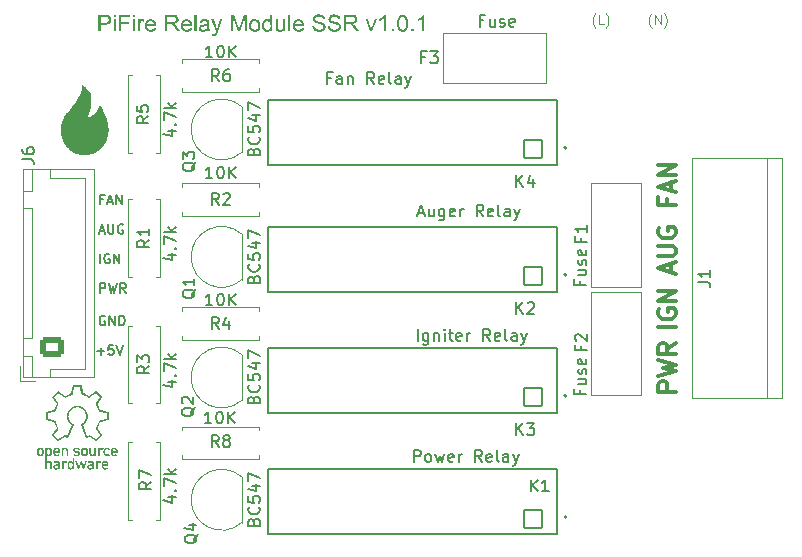
<source format=gto>
G04 #@! TF.GenerationSoftware,KiCad,Pcbnew,8.0.2-8.0.2-0~ubuntu22.04.1*
G04 #@! TF.CreationDate,2024-05-10T10:38:57-07:00*
G04 #@! TF.ProjectId,pifire-relay-module-SSR,70696669-7265-42d7-9265-6c61792d6d6f,rev?*
G04 #@! TF.SameCoordinates,Original*
G04 #@! TF.FileFunction,Legend,Top*
G04 #@! TF.FilePolarity,Positive*
%FSLAX46Y46*%
G04 Gerber Fmt 4.6, Leading zero omitted, Abs format (unit mm)*
G04 Created by KiCad (PCBNEW 8.0.2-8.0.2-0~ubuntu22.04.1) date 2024-05-10 10:38:57*
%MOMM*%
%LPD*%
G01*
G04 APERTURE LIST*
G04 Aperture macros list*
%AMRoundRect*
0 Rectangle with rounded corners*
0 $1 Rounding radius*
0 $2 $3 $4 $5 $6 $7 $8 $9 X,Y pos of 4 corners*
0 Add a 4 corners polygon primitive as box body*
4,1,4,$2,$3,$4,$5,$6,$7,$8,$9,$2,$3,0*
0 Add four circle primitives for the rounded corners*
1,1,$1+$1,$2,$3*
1,1,$1+$1,$4,$5*
1,1,$1+$1,$6,$7*
1,1,$1+$1,$8,$9*
0 Add four rect primitives between the rounded corners*
20,1,$1+$1,$2,$3,$4,$5,0*
20,1,$1+$1,$4,$5,$6,$7,0*
20,1,$1+$1,$6,$7,$8,$9,0*
20,1,$1+$1,$8,$9,$2,$3,0*%
G04 Aperture macros list end*
%ADD10C,0.000000*%
%ADD11C,0.150000*%
%ADD12C,0.300000*%
%ADD13C,0.100000*%
%ADD14C,0.127000*%
%ADD15C,0.200000*%
%ADD16C,0.120000*%
%ADD17RoundRect,0.102000X0.754000X0.754000X-0.754000X0.754000X-0.754000X-0.754000X0.754000X-0.754000X0*%
%ADD18C,1.712000*%
%ADD19C,1.600000*%
%ADD20O,1.600000X1.600000*%
%ADD21C,3.200000*%
%ADD22R,1.500000X1.050000*%
%ADD23O,1.500000X1.050000*%
%ADD24C,2.000000*%
%ADD25RoundRect,0.250000X0.725000X-0.600000X0.725000X0.600000X-0.725000X0.600000X-0.725000X-0.600000X0*%
%ADD26O,1.950000X1.700000*%
%ADD27R,3.000000X3.000000*%
%ADD28C,3.000000*%
G04 APERTURE END LIST*
D10*
G36*
X29123774Y-62250112D02*
G01*
X29134290Y-62250864D01*
X29155411Y-62253861D01*
X29176478Y-62258838D01*
X29197284Y-62265782D01*
X29207523Y-62269987D01*
X29217619Y-62274678D01*
X29227546Y-62279854D01*
X29237278Y-62285512D01*
X29246788Y-62291651D01*
X29256050Y-62298269D01*
X29265039Y-62305364D01*
X29273729Y-62312935D01*
X29282094Y-62320979D01*
X29290107Y-62329495D01*
X29297743Y-62338482D01*
X29304976Y-62347937D01*
X29311779Y-62357858D01*
X29318127Y-62368244D01*
X29323994Y-62379093D01*
X29329354Y-62390403D01*
X29334180Y-62402173D01*
X29338448Y-62414400D01*
X29342130Y-62427083D01*
X29345200Y-62440220D01*
X29347634Y-62453810D01*
X29349405Y-62467849D01*
X29350486Y-62482338D01*
X29350852Y-62497273D01*
X29350852Y-62970904D01*
X29207501Y-62970904D01*
X29207501Y-62546526D01*
X29207325Y-62537549D01*
X29206802Y-62528814D01*
X29205941Y-62520324D01*
X29204747Y-62512082D01*
X29203229Y-62504090D01*
X29201395Y-62496352D01*
X29199250Y-62488870D01*
X29196804Y-62481646D01*
X29194064Y-62474685D01*
X29191037Y-62467988D01*
X29187730Y-62461559D01*
X29184150Y-62455399D01*
X29180307Y-62449513D01*
X29176206Y-62443903D01*
X29171855Y-62438571D01*
X29167263Y-62433521D01*
X29162435Y-62428755D01*
X29157380Y-62424276D01*
X29152106Y-62420087D01*
X29146619Y-62416191D01*
X29140927Y-62412590D01*
X29135038Y-62409288D01*
X29128959Y-62406287D01*
X29122697Y-62403590D01*
X29116260Y-62401199D01*
X29109656Y-62399118D01*
X29102891Y-62397350D01*
X29095974Y-62395897D01*
X29088911Y-62394762D01*
X29081711Y-62393947D01*
X29074381Y-62393457D01*
X29066928Y-62393293D01*
X29059348Y-62393457D01*
X29051900Y-62393947D01*
X29044589Y-62394762D01*
X29037423Y-62395897D01*
X29030410Y-62397350D01*
X29023556Y-62399118D01*
X29016869Y-62401199D01*
X29010356Y-62403590D01*
X29004024Y-62406287D01*
X28997880Y-62409288D01*
X28991932Y-62412590D01*
X28986187Y-62416191D01*
X28980651Y-62420087D01*
X28975333Y-62424276D01*
X28970239Y-62428755D01*
X28965377Y-62433521D01*
X28960754Y-62438571D01*
X28956377Y-62443902D01*
X28952253Y-62449513D01*
X28948389Y-62455399D01*
X28944793Y-62461558D01*
X28941472Y-62467988D01*
X28938433Y-62474685D01*
X28935684Y-62481646D01*
X28933230Y-62488869D01*
X28931081Y-62496351D01*
X28929242Y-62504090D01*
X28927722Y-62512082D01*
X28926527Y-62520324D01*
X28925664Y-62528814D01*
X28925141Y-62537549D01*
X28924966Y-62546526D01*
X28924966Y-62970904D01*
X28781614Y-62970904D01*
X28781614Y-62258315D01*
X28924966Y-62258315D01*
X28924966Y-62334198D01*
X28927823Y-62334198D01*
X28936476Y-62323989D01*
X28945580Y-62314439D01*
X28955122Y-62305546D01*
X28965090Y-62297312D01*
X28975470Y-62289735D01*
X28986251Y-62282817D01*
X28997420Y-62276557D01*
X29008964Y-62270956D01*
X29020871Y-62266013D01*
X29033128Y-62261728D01*
X29045723Y-62258103D01*
X29058643Y-62255136D01*
X29071875Y-62252829D01*
X29085408Y-62251180D01*
X29099228Y-62250191D01*
X29113322Y-62249861D01*
X29123774Y-62250112D01*
G37*
G36*
X30451117Y-56921813D02*
G01*
X30452628Y-56921925D01*
X30454131Y-56922110D01*
X30455625Y-56922365D01*
X30457106Y-56922690D01*
X30458574Y-56923081D01*
X30460025Y-56923538D01*
X30461457Y-56924058D01*
X30462869Y-56924639D01*
X30464257Y-56925280D01*
X30465620Y-56925979D01*
X30466955Y-56926733D01*
X30468260Y-56927542D01*
X30469533Y-56928402D01*
X30470772Y-56929314D01*
X30471974Y-56930273D01*
X30473138Y-56931279D01*
X30474260Y-56932330D01*
X30475339Y-56933424D01*
X30476373Y-56934559D01*
X30477358Y-56935733D01*
X30478294Y-56936945D01*
X30479177Y-56938192D01*
X30480006Y-56939473D01*
X30480778Y-56940785D01*
X30481492Y-56942127D01*
X30482143Y-56943498D01*
X30482732Y-56944895D01*
X30483255Y-56946316D01*
X30483710Y-56947760D01*
X30484094Y-56949224D01*
X30484407Y-56950707D01*
X30610018Y-57625514D01*
X30610335Y-57627009D01*
X30610720Y-57628509D01*
X30611686Y-57631515D01*
X30612898Y-57634512D01*
X30614339Y-57637479D01*
X30615993Y-57640398D01*
X30617842Y-57643248D01*
X30619869Y-57646011D01*
X30622058Y-57648666D01*
X30624391Y-57651195D01*
X30626853Y-57653577D01*
X30629425Y-57655792D01*
X30632091Y-57657822D01*
X30634834Y-57659647D01*
X30637637Y-57661247D01*
X30639056Y-57661956D01*
X30640483Y-57662602D01*
X30641917Y-57663182D01*
X30643355Y-57663693D01*
X31095634Y-57848835D01*
X31098444Y-57850072D01*
X31101424Y-57851105D01*
X31104547Y-57851937D01*
X31107789Y-57852568D01*
X31111121Y-57853000D01*
X31114519Y-57853237D01*
X31117956Y-57853278D01*
X31121406Y-57853127D01*
X31124842Y-57852784D01*
X31128238Y-57852252D01*
X31131569Y-57851532D01*
X31134807Y-57850627D01*
X31137927Y-57849538D01*
X31140902Y-57848266D01*
X31143707Y-57846814D01*
X31146315Y-57845184D01*
X31710075Y-57458310D01*
X31711345Y-57457483D01*
X31712653Y-57456720D01*
X31713995Y-57456022D01*
X31715369Y-57455387D01*
X31716772Y-57454815D01*
X31718201Y-57454308D01*
X31719654Y-57453863D01*
X31721127Y-57453481D01*
X31722617Y-57453161D01*
X31724122Y-57452904D01*
X31727164Y-57452576D01*
X31730230Y-57452493D01*
X31733298Y-57452655D01*
X31736343Y-57453058D01*
X31739344Y-57453701D01*
X31742277Y-57454582D01*
X31743711Y-57455111D01*
X31745119Y-57455698D01*
X31746499Y-57456344D01*
X31747848Y-57457048D01*
X31749162Y-57457810D01*
X31750439Y-57458629D01*
X31751677Y-57459506D01*
X31752871Y-57460440D01*
X31754021Y-57461430D01*
X31755121Y-57462477D01*
X32229903Y-57937259D01*
X32230950Y-57938360D01*
X32231939Y-57939509D01*
X32232872Y-57940704D01*
X32233748Y-57941942D01*
X32234565Y-57943221D01*
X32235325Y-57944536D01*
X32236671Y-57947267D01*
X32237782Y-57950112D01*
X32238658Y-57953048D01*
X32239296Y-57956053D01*
X32239696Y-57959102D01*
X32239854Y-57962173D01*
X32239769Y-57965243D01*
X32239441Y-57968288D01*
X32238866Y-57971287D01*
X32238043Y-57974214D01*
X32237538Y-57975645D01*
X32236970Y-57977049D01*
X32236340Y-57978423D01*
X32235646Y-57979766D01*
X32234890Y-57981074D01*
X32234069Y-57982344D01*
X31853942Y-58536381D01*
X31852308Y-58539000D01*
X31850857Y-58541809D01*
X31849591Y-58544783D01*
X31848513Y-58547896D01*
X31847623Y-58551123D01*
X31846924Y-58554438D01*
X31846417Y-58557816D01*
X31846104Y-58561231D01*
X31845986Y-58564657D01*
X31846065Y-58568070D01*
X31846343Y-58571443D01*
X31846821Y-58574751D01*
X31847501Y-58577969D01*
X31848384Y-58581071D01*
X31849472Y-58584031D01*
X31850767Y-58586824D01*
X32050753Y-59053390D01*
X32051895Y-59056255D01*
X32053299Y-59059094D01*
X32054946Y-59061890D01*
X32056815Y-59064625D01*
X32058886Y-59067284D01*
X32061140Y-59069848D01*
X32063557Y-59072302D01*
X32066117Y-59074628D01*
X32068801Y-59076810D01*
X32071587Y-59078830D01*
X32074458Y-59080671D01*
X32077392Y-59082317D01*
X32080370Y-59083751D01*
X32083372Y-59084955D01*
X32086378Y-59085914D01*
X32089369Y-59086609D01*
X32741792Y-59207934D01*
X32743271Y-59208253D01*
X32744732Y-59208644D01*
X32746173Y-59209105D01*
X32747591Y-59209633D01*
X32748985Y-59210226D01*
X32750353Y-59210882D01*
X32751693Y-59211599D01*
X32753003Y-59212374D01*
X32755526Y-59214092D01*
X32757908Y-59216017D01*
X32760133Y-59218132D01*
X32762186Y-59220420D01*
X32764053Y-59222863D01*
X32765718Y-59225443D01*
X32767168Y-59228143D01*
X32767806Y-59229532D01*
X32768385Y-59230944D01*
X32768903Y-59232378D01*
X32769357Y-59233830D01*
X32769746Y-59235299D01*
X32770067Y-59236783D01*
X32770320Y-59238279D01*
X32770501Y-59239785D01*
X32770610Y-59241299D01*
X32770645Y-59242819D01*
X32770565Y-59914291D01*
X32770527Y-59915808D01*
X32770415Y-59917319D01*
X32770229Y-59918824D01*
X32769973Y-59920319D01*
X32769648Y-59921802D01*
X32769255Y-59923272D01*
X32768798Y-59924725D01*
X32768277Y-59926160D01*
X32767694Y-59927574D01*
X32767052Y-59928965D01*
X32766352Y-59930331D01*
X32765597Y-59931669D01*
X32764787Y-59932977D01*
X32763925Y-59934253D01*
X32763013Y-59935495D01*
X32762052Y-59936700D01*
X32761045Y-59937866D01*
X32759993Y-59938991D01*
X32758899Y-59940072D01*
X32757764Y-59941108D01*
X32756589Y-59942096D01*
X32755378Y-59943033D01*
X32754131Y-59943917D01*
X32752851Y-59944747D01*
X32751539Y-59945520D01*
X32750198Y-59946233D01*
X32748829Y-59946885D01*
X32747434Y-59947472D01*
X32746015Y-59947993D01*
X32744574Y-59948446D01*
X32743113Y-59948828D01*
X32741633Y-59949137D01*
X32105244Y-60067564D01*
X32103746Y-60067872D01*
X32102244Y-60068248D01*
X32100742Y-60068692D01*
X32099242Y-60069201D01*
X32096254Y-60070405D01*
X32093302Y-60071843D01*
X32090403Y-60073499D01*
X32087577Y-60075353D01*
X32084843Y-60077389D01*
X32082220Y-60079590D01*
X32079726Y-60081938D01*
X32077381Y-60084415D01*
X32075204Y-60087004D01*
X32073214Y-60089688D01*
X32071429Y-60092449D01*
X32069870Y-60095270D01*
X32068554Y-60098133D01*
X32067993Y-60099575D01*
X32067501Y-60101021D01*
X31868826Y-60597313D01*
X31867596Y-60600136D01*
X31866572Y-60603126D01*
X31865749Y-60606256D01*
X31865128Y-60609502D01*
X31864704Y-60612836D01*
X31864477Y-60616234D01*
X31864444Y-60619669D01*
X31864604Y-60623115D01*
X31864953Y-60626547D01*
X31865491Y-60629939D01*
X31866215Y-60633264D01*
X31867123Y-60636498D01*
X31868213Y-60639613D01*
X31869483Y-60642585D01*
X31870932Y-60645387D01*
X31872556Y-60647994D01*
X32234069Y-61174767D01*
X32234896Y-61176037D01*
X32235659Y-61177345D01*
X32236358Y-61178688D01*
X32236992Y-61180064D01*
X32237564Y-61181469D01*
X32238072Y-61182900D01*
X32238516Y-61184355D01*
X32238898Y-61185830D01*
X32239218Y-61187323D01*
X32239475Y-61188831D01*
X32239803Y-61191880D01*
X32239886Y-61194954D01*
X32239724Y-61198028D01*
X32239321Y-61201081D01*
X32238678Y-61204089D01*
X32237797Y-61207029D01*
X32237268Y-61208466D01*
X32236681Y-61209877D01*
X32236035Y-61211259D01*
X32235331Y-61212610D01*
X32234569Y-61213927D01*
X32233750Y-61215206D01*
X32232873Y-61216445D01*
X32231940Y-61217641D01*
X32230949Y-61218790D01*
X32229902Y-61219891D01*
X31755041Y-61694673D01*
X31753947Y-61695712D01*
X31752804Y-61696696D01*
X31751615Y-61697624D01*
X31750382Y-61698495D01*
X31749108Y-61699309D01*
X31747797Y-61700066D01*
X31745073Y-61701407D01*
X31742232Y-61702517D01*
X31739299Y-61703393D01*
X31736296Y-61704033D01*
X31733248Y-61704436D01*
X31730176Y-61704598D01*
X31727105Y-61704519D01*
X31724058Y-61704195D01*
X31721058Y-61703625D01*
X31718128Y-61702806D01*
X31716697Y-61702303D01*
X31715293Y-61701737D01*
X31713917Y-61701108D01*
X31712574Y-61700416D01*
X31711266Y-61699660D01*
X31709996Y-61698840D01*
X31192510Y-61343677D01*
X31189909Y-61342057D01*
X31187123Y-61340637D01*
X31184177Y-61339417D01*
X31181098Y-61338398D01*
X31177909Y-61337580D01*
X31174637Y-61336962D01*
X31171307Y-61336547D01*
X31167944Y-61336334D01*
X31164573Y-61336324D01*
X31161221Y-61336517D01*
X31157911Y-61336914D01*
X31154671Y-61337515D01*
X31151524Y-61338321D01*
X31148497Y-61339332D01*
X31145614Y-61340548D01*
X31142901Y-61341970D01*
X30914698Y-61463811D01*
X30913333Y-61464459D01*
X30911957Y-61465030D01*
X30910573Y-61465523D01*
X30909181Y-61465939D01*
X30907786Y-61466279D01*
X30906388Y-61466545D01*
X30904991Y-61466736D01*
X30903597Y-61466854D01*
X30902208Y-61466900D01*
X30900827Y-61466874D01*
X30899456Y-61466778D01*
X30898098Y-61466612D01*
X30896754Y-61466378D01*
X30895427Y-61466075D01*
X30894120Y-61465705D01*
X30892835Y-61465269D01*
X30891574Y-61464768D01*
X30890340Y-61464202D01*
X30889135Y-61463573D01*
X30887961Y-61462880D01*
X30886821Y-61462127D01*
X30885718Y-61461312D01*
X30884652Y-61460436D01*
X30883628Y-61459502D01*
X30882647Y-61458509D01*
X30881712Y-61457459D01*
X30880825Y-61456352D01*
X30879988Y-61455190D01*
X30879204Y-61453972D01*
X30878476Y-61452701D01*
X30877804Y-61451376D01*
X30877193Y-61450000D01*
X30406698Y-60313032D01*
X30406154Y-60311618D01*
X30405682Y-60310182D01*
X30405281Y-60308727D01*
X30404950Y-60307256D01*
X30404689Y-60305772D01*
X30404497Y-60304278D01*
X30404371Y-60302775D01*
X30404313Y-60301267D01*
X30404320Y-60299757D01*
X30404392Y-60298246D01*
X30404528Y-60296739D01*
X30404726Y-60295237D01*
X30404987Y-60293743D01*
X30405309Y-60292260D01*
X30405691Y-60290791D01*
X30406132Y-60289339D01*
X30406632Y-60287905D01*
X30407189Y-60286493D01*
X30407803Y-60285106D01*
X30408472Y-60283745D01*
X30409196Y-60282415D01*
X30409974Y-60281117D01*
X30410805Y-60279855D01*
X30411687Y-60278630D01*
X30412621Y-60277446D01*
X30413605Y-60276306D01*
X30414638Y-60275212D01*
X30415719Y-60274166D01*
X30416848Y-60273172D01*
X30418023Y-60272233D01*
X30419244Y-60271350D01*
X30420509Y-60270527D01*
X30477619Y-60235562D01*
X30481730Y-60232944D01*
X30486119Y-60229956D01*
X30490703Y-60226663D01*
X30495399Y-60223130D01*
X30500126Y-60219422D01*
X30504799Y-60215604D01*
X30509337Y-60211742D01*
X30513656Y-60207900D01*
X30551462Y-60182022D01*
X30587542Y-60153926D01*
X30621799Y-60123708D01*
X30654133Y-60091467D01*
X30684447Y-60057300D01*
X30712641Y-60021306D01*
X30738618Y-59983582D01*
X30762278Y-59944226D01*
X30783524Y-59903337D01*
X30802256Y-59861011D01*
X30818377Y-59817347D01*
X30831787Y-59772444D01*
X30842389Y-59726398D01*
X30850083Y-59679307D01*
X30854772Y-59631271D01*
X30856357Y-59582385D01*
X30855391Y-59544171D01*
X30852523Y-59506458D01*
X30847801Y-59469294D01*
X30841271Y-59432725D01*
X30832979Y-59396797D01*
X30822973Y-59361558D01*
X30811298Y-59327054D01*
X30798002Y-59293331D01*
X30783132Y-59260437D01*
X30766733Y-59228418D01*
X30748853Y-59197320D01*
X30729538Y-59167191D01*
X30708835Y-59138077D01*
X30686791Y-59110024D01*
X30663452Y-59083080D01*
X30638865Y-59057290D01*
X30613076Y-59032702D01*
X30586133Y-59009362D01*
X30558081Y-58987317D01*
X30528968Y-58966614D01*
X30498841Y-58947298D01*
X30467745Y-58929418D01*
X30435727Y-58913019D01*
X30402835Y-58898148D01*
X30369115Y-58884852D01*
X30334613Y-58873177D01*
X30299376Y-58863171D01*
X30263452Y-58854879D01*
X30226885Y-58848349D01*
X30189724Y-58843626D01*
X30152015Y-58840759D01*
X30113804Y-58839792D01*
X30075593Y-58840759D01*
X30037884Y-58843626D01*
X30000722Y-58848349D01*
X29964155Y-58854879D01*
X29928229Y-58863171D01*
X29892992Y-58873177D01*
X29858489Y-58884852D01*
X29824767Y-58898148D01*
X29791873Y-58913019D01*
X29759854Y-58929418D01*
X29728757Y-58947298D01*
X29698627Y-58966614D01*
X29669513Y-58987317D01*
X29641459Y-59009362D01*
X29614514Y-59032702D01*
X29588724Y-59057290D01*
X29564135Y-59083080D01*
X29540794Y-59110024D01*
X29518748Y-59138077D01*
X29498043Y-59167191D01*
X29478726Y-59197320D01*
X29460845Y-59228418D01*
X29444445Y-59260437D01*
X29429573Y-59293331D01*
X29416275Y-59327054D01*
X29404600Y-59361558D01*
X29394592Y-59396797D01*
X29386300Y-59432725D01*
X29379769Y-59469294D01*
X29375046Y-59506458D01*
X29372178Y-59544171D01*
X29371211Y-59582385D01*
X29371610Y-59606928D01*
X29372797Y-59631271D01*
X29374760Y-59655401D01*
X29377487Y-59679307D01*
X29380966Y-59702977D01*
X29385183Y-59726398D01*
X29390128Y-59749557D01*
X29395787Y-59772444D01*
X29402149Y-59795045D01*
X29409200Y-59817348D01*
X29416929Y-59839340D01*
X29425323Y-59861011D01*
X29434370Y-59882347D01*
X29444058Y-59903337D01*
X29465306Y-59944226D01*
X29488967Y-59983582D01*
X29514945Y-60021306D01*
X29543139Y-60057300D01*
X29573452Y-60091467D01*
X29605785Y-60123708D01*
X29640038Y-60153926D01*
X29676114Y-60182022D01*
X29713913Y-60207900D01*
X29718257Y-60211742D01*
X29722810Y-60215604D01*
X29727493Y-60219422D01*
X29732224Y-60223130D01*
X29736924Y-60226663D01*
X29741512Y-60229956D01*
X29745907Y-60232944D01*
X29750029Y-60235562D01*
X29807139Y-60270527D01*
X29808412Y-60271350D01*
X29809639Y-60272233D01*
X29810820Y-60273172D01*
X29811954Y-60274166D01*
X29813039Y-60275212D01*
X29814076Y-60276306D01*
X29816000Y-60278630D01*
X29817717Y-60281117D01*
X29819221Y-60283745D01*
X29820505Y-60286493D01*
X29821561Y-60289339D01*
X29822381Y-60292260D01*
X29822960Y-60295237D01*
X29823290Y-60298246D01*
X29823363Y-60301267D01*
X29823173Y-60304278D01*
X29822977Y-60305772D01*
X29822712Y-60307256D01*
X29822378Y-60308727D01*
X29821974Y-60310182D01*
X29821498Y-60311618D01*
X29820951Y-60313032D01*
X29350416Y-61449960D01*
X29349804Y-61451337D01*
X29349133Y-61452662D01*
X29348404Y-61453934D01*
X29347619Y-61455152D01*
X29346782Y-61456316D01*
X29345894Y-61457423D01*
X29344957Y-61458475D01*
X29343975Y-61459468D01*
X29342950Y-61460404D01*
X29341883Y-61461280D01*
X29340778Y-61462096D01*
X29339637Y-61462852D01*
X29338462Y-61463545D01*
X29337256Y-61464176D01*
X29336021Y-61464742D01*
X29334759Y-61465245D01*
X29333473Y-61465682D01*
X29332165Y-61466052D01*
X29330838Y-61466355D01*
X29329494Y-61466590D01*
X29328135Y-61466757D01*
X29326764Y-61466853D01*
X29325383Y-61466878D01*
X29323995Y-61466832D01*
X29322602Y-61466713D01*
X29321206Y-61466520D01*
X29319810Y-61466253D01*
X29318416Y-61465911D01*
X29317027Y-61465493D01*
X29315645Y-61464997D01*
X29314272Y-61464424D01*
X29312911Y-61463771D01*
X29084708Y-61341931D01*
X29082002Y-61340509D01*
X29079124Y-61339294D01*
X29076100Y-61338285D01*
X29072955Y-61337481D01*
X29069715Y-61336883D01*
X29066406Y-61336488D01*
X29063052Y-61336298D01*
X29059680Y-61336310D01*
X29056315Y-61336524D01*
X29052982Y-61336941D01*
X29049708Y-61337558D01*
X29046517Y-61338376D01*
X29043435Y-61339393D01*
X29040487Y-61340609D01*
X29037700Y-61342024D01*
X29035099Y-61343637D01*
X28517653Y-61698801D01*
X28516379Y-61699621D01*
X28515068Y-61700377D01*
X28513722Y-61701069D01*
X28512344Y-61701698D01*
X28510938Y-61702264D01*
X28509505Y-61702767D01*
X28508049Y-61703207D01*
X28506573Y-61703585D01*
X28505080Y-61703901D01*
X28503572Y-61704155D01*
X28500524Y-61704479D01*
X28497453Y-61704559D01*
X28494381Y-61704396D01*
X28491332Y-61703994D01*
X28488329Y-61703354D01*
X28485395Y-61702478D01*
X28483962Y-61701952D01*
X28482554Y-61701368D01*
X28481174Y-61700726D01*
X28479827Y-61700026D01*
X28478514Y-61699269D01*
X28477238Y-61698455D01*
X28476003Y-61697585D01*
X28474811Y-61696657D01*
X28473665Y-61695673D01*
X28472568Y-61694633D01*
X27997707Y-61219852D01*
X27996663Y-61218751D01*
X27995676Y-61217601D01*
X27994746Y-61216406D01*
X27993872Y-61215167D01*
X27993055Y-61213888D01*
X27992296Y-61212571D01*
X27990950Y-61209838D01*
X27989837Y-61206989D01*
X27988959Y-61204050D01*
X27988317Y-61201042D01*
X27987914Y-61197989D01*
X27987752Y-61194914D01*
X27987833Y-61191841D01*
X27988159Y-61188792D01*
X27988733Y-61185791D01*
X27989555Y-61182860D01*
X27990061Y-61181429D01*
X27990629Y-61180024D01*
X27991261Y-61178649D01*
X27991957Y-61177305D01*
X27992716Y-61175997D01*
X27993540Y-61174727D01*
X28355013Y-60647955D01*
X28356651Y-60645348D01*
X28358110Y-60642546D01*
X28359389Y-60639574D01*
X28360486Y-60636458D01*
X28361399Y-60633225D01*
X28362126Y-60629899D01*
X28362665Y-60626508D01*
X28363015Y-60623076D01*
X28363174Y-60619629D01*
X28363140Y-60616194D01*
X28362912Y-60612797D01*
X28362486Y-60609462D01*
X28361863Y-60606217D01*
X28361039Y-60603087D01*
X28360013Y-60600097D01*
X28358784Y-60597274D01*
X28160108Y-60100982D01*
X28159619Y-60099536D01*
X28159061Y-60098094D01*
X28157747Y-60095230D01*
X28156187Y-60092410D01*
X28154400Y-60089649D01*
X28152405Y-60086965D01*
X28150222Y-60084375D01*
X28147870Y-60081898D01*
X28145369Y-60079551D01*
X28142738Y-60077350D01*
X28139997Y-60075314D01*
X28137165Y-60073459D01*
X28134262Y-60071804D01*
X28131307Y-60070366D01*
X28128320Y-60069161D01*
X28125319Y-60068209D01*
X28123820Y-60067832D01*
X28122326Y-60067525D01*
X27485937Y-59949098D01*
X27484453Y-59948789D01*
X27482989Y-59948407D01*
X27481545Y-59947954D01*
X27480124Y-59947433D01*
X27478727Y-59946845D01*
X27477357Y-59946194D01*
X27476014Y-59945480D01*
X27474702Y-59944708D01*
X27473421Y-59943878D01*
X27472174Y-59942993D01*
X27469788Y-59941069D01*
X27467560Y-59938952D01*
X27465502Y-59936661D01*
X27463632Y-59934214D01*
X27461962Y-59931629D01*
X27460509Y-59928925D01*
X27459287Y-59926120D01*
X27458767Y-59924686D01*
X27458311Y-59923232D01*
X27457919Y-59921763D01*
X27457595Y-59920279D01*
X27457339Y-59918784D01*
X27457154Y-59917280D01*
X27457042Y-59915768D01*
X27457004Y-59914252D01*
X27456971Y-59347990D01*
X27599879Y-59347990D01*
X27599919Y-59840869D01*
X28148043Y-59942866D01*
X28155733Y-59944525D01*
X28163085Y-59946385D01*
X28170115Y-59948437D01*
X28176840Y-59950672D01*
X28183279Y-59953080D01*
X28189448Y-59955653D01*
X28195364Y-59958382D01*
X28201046Y-59961256D01*
X28206510Y-59964268D01*
X28211773Y-59967409D01*
X28216854Y-59970668D01*
X28221769Y-59974036D01*
X28226535Y-59977506D01*
X28231171Y-59981067D01*
X28235693Y-59984711D01*
X28240118Y-59988427D01*
X28247830Y-59995759D01*
X28251602Y-59999566D01*
X28255311Y-60003484D01*
X28258952Y-60007529D01*
X28262521Y-60011715D01*
X28266011Y-60016055D01*
X28269417Y-60020565D01*
X28272736Y-60025257D01*
X28275961Y-60030148D01*
X28279087Y-60035249D01*
X28282110Y-60040577D01*
X28285024Y-60046145D01*
X28287824Y-60051966D01*
X28290505Y-60058056D01*
X28293061Y-60064429D01*
X28490665Y-60558221D01*
X28492836Y-60563512D01*
X28494801Y-60568718D01*
X28496569Y-60573840D01*
X28498150Y-60578884D01*
X28499554Y-60583851D01*
X28500791Y-60588746D01*
X28501869Y-60593571D01*
X28502800Y-60598330D01*
X28503592Y-60603026D01*
X28504254Y-60607663D01*
X28504798Y-60612244D01*
X28505232Y-60616772D01*
X28505809Y-60625682D01*
X28506064Y-60634421D01*
X28505480Y-60647738D01*
X28504950Y-60654369D01*
X28504233Y-60660995D01*
X28503305Y-60667631D01*
X28502144Y-60674288D01*
X28500728Y-60680977D01*
X28499034Y-60687711D01*
X28497041Y-60694502D01*
X28494725Y-60701362D01*
X28492064Y-60708302D01*
X28489036Y-60715335D01*
X28485619Y-60722473D01*
X28481790Y-60729727D01*
X28477526Y-60737110D01*
X28472806Y-60744633D01*
X28161854Y-61197864D01*
X28510469Y-61546360D01*
X28954057Y-61241878D01*
X28961292Y-61237266D01*
X28968430Y-61233092D01*
X28975478Y-61229335D01*
X28982441Y-61225976D01*
X28989326Y-61222992D01*
X28996137Y-61220366D01*
X29002882Y-61218075D01*
X29009565Y-61216101D01*
X29016192Y-61214422D01*
X29022771Y-61213019D01*
X29029305Y-61211871D01*
X29035802Y-61210959D01*
X29042268Y-61210261D01*
X29048707Y-61209758D01*
X29055126Y-61209429D01*
X29061530Y-61209255D01*
X29072015Y-61209576D01*
X29077332Y-61209918D01*
X29082702Y-61210400D01*
X29088127Y-61211033D01*
X29093610Y-61211832D01*
X29099152Y-61212809D01*
X29104755Y-61213978D01*
X29110422Y-61215351D01*
X29116155Y-61216942D01*
X29121956Y-61218764D01*
X29127828Y-61220830D01*
X29133771Y-61223153D01*
X29139789Y-61225747D01*
X29145884Y-61228624D01*
X29152058Y-61231797D01*
X29267270Y-61293353D01*
X29653945Y-60358792D01*
X29650457Y-60356242D01*
X29647040Y-60353681D01*
X29643684Y-60351104D01*
X29640377Y-60348508D01*
X29637110Y-60345887D01*
X29633871Y-60343237D01*
X29627434Y-60337837D01*
X29583397Y-60306929D01*
X29541374Y-60273442D01*
X29501478Y-60237490D01*
X29463824Y-60199188D01*
X29428525Y-60158653D01*
X29395696Y-60115998D01*
X29365451Y-60071339D01*
X29337904Y-60024791D01*
X29313169Y-59976470D01*
X29291359Y-59926490D01*
X29272590Y-59874966D01*
X29256975Y-59822013D01*
X29244628Y-59767747D01*
X29235663Y-59712283D01*
X29230195Y-59655736D01*
X29228337Y-59598220D01*
X29229503Y-59552647D01*
X29232935Y-59507674D01*
X29238577Y-59463355D01*
X29246374Y-59419747D01*
X29256269Y-59376904D01*
X29268208Y-59334883D01*
X29282135Y-59293739D01*
X29297994Y-59253528D01*
X29315730Y-59214305D01*
X29335288Y-59176126D01*
X29356610Y-59139046D01*
X29379643Y-59103121D01*
X29404331Y-59068406D01*
X29430617Y-59034958D01*
X29458447Y-59002830D01*
X29487764Y-58972081D01*
X29518514Y-58942763D01*
X29550640Y-58914934D01*
X29584087Y-58888649D01*
X29618800Y-58863964D01*
X29654723Y-58840933D01*
X29691801Y-58819613D01*
X29729977Y-58800058D01*
X29769197Y-58782326D01*
X29809404Y-58766471D01*
X29850543Y-58752548D01*
X29892559Y-58740614D01*
X29935397Y-58730724D01*
X29978999Y-58722933D01*
X30023312Y-58717297D01*
X30068278Y-58713872D01*
X30113844Y-58712713D01*
X30159413Y-58713872D01*
X30204383Y-58717297D01*
X30248698Y-58722933D01*
X30292303Y-58730724D01*
X30335142Y-58740614D01*
X30377159Y-58752548D01*
X30418299Y-58766471D01*
X30458507Y-58782326D01*
X30497727Y-58800059D01*
X30535902Y-58819613D01*
X30572979Y-58840933D01*
X30608901Y-58863964D01*
X30643612Y-58888649D01*
X30677058Y-58914934D01*
X30709182Y-58942763D01*
X30739929Y-58972081D01*
X30769244Y-59002831D01*
X30797070Y-59034958D01*
X30823353Y-59068406D01*
X30848036Y-59103121D01*
X30871065Y-59139046D01*
X30892383Y-59176126D01*
X30911935Y-59214305D01*
X30929666Y-59253528D01*
X30945519Y-59293739D01*
X30959441Y-59334883D01*
X30971374Y-59376904D01*
X30981263Y-59419747D01*
X30989053Y-59463355D01*
X30994688Y-59507674D01*
X30998113Y-59552647D01*
X30999272Y-59598220D01*
X30998808Y-59627092D01*
X30997427Y-59655736D01*
X30995143Y-59684139D01*
X30991970Y-59712285D01*
X30987922Y-59740160D01*
X30983014Y-59767751D01*
X30977260Y-59795042D01*
X30970674Y-59822019D01*
X30963271Y-59848668D01*
X30955064Y-59874975D01*
X30936299Y-59926502D01*
X30914492Y-59976486D01*
X30889759Y-60024811D01*
X30862214Y-60071363D01*
X30831970Y-60116025D01*
X30799143Y-60158683D01*
X30763846Y-60199222D01*
X30726195Y-60237526D01*
X30686303Y-60273479D01*
X30644284Y-60306968D01*
X30600254Y-60337876D01*
X30593768Y-60343305D01*
X30590512Y-60345965D01*
X30587236Y-60348592D01*
X30583931Y-60351189D01*
X30580586Y-60353760D01*
X30577194Y-60356306D01*
X30573743Y-60358831D01*
X30960458Y-61293353D01*
X31075671Y-61231798D01*
X31075710Y-61231798D01*
X31081795Y-61228664D01*
X31087802Y-61225817D01*
X31093737Y-61223245D01*
X31099602Y-61220936D01*
X31105402Y-61218878D01*
X31111142Y-61217057D01*
X31116823Y-61215463D01*
X31122452Y-61214082D01*
X31128032Y-61212903D01*
X31133566Y-61211912D01*
X31139058Y-61211099D01*
X31144513Y-61210450D01*
X31149935Y-61209954D01*
X31155327Y-61209597D01*
X31166039Y-61209255D01*
X31172377Y-61209422D01*
X31178744Y-61209743D01*
X31185144Y-61210239D01*
X31191581Y-61210929D01*
X31198061Y-61211833D01*
X31204587Y-61212973D01*
X31211164Y-61214367D01*
X31217797Y-61216037D01*
X31224489Y-61218001D01*
X31231246Y-61220282D01*
X31238072Y-61222898D01*
X31244972Y-61225870D01*
X31251949Y-61229218D01*
X31259009Y-61232962D01*
X31266156Y-61237122D01*
X31273394Y-61241719D01*
X31717259Y-61546361D01*
X32065794Y-61197865D01*
X31754882Y-60744792D01*
X31750122Y-60737253D01*
X31745826Y-60729852D01*
X31741973Y-60722578D01*
X31738539Y-60715419D01*
X31735500Y-60708366D01*
X31732833Y-60701405D01*
X31730516Y-60694526D01*
X31728525Y-60687717D01*
X31726836Y-60680967D01*
X31725427Y-60674265D01*
X31724274Y-60667600D01*
X31723355Y-60660960D01*
X31722645Y-60654333D01*
X31722123Y-60647708D01*
X31721763Y-60641075D01*
X31721545Y-60634421D01*
X31721762Y-60625866D01*
X31722294Y-60617088D01*
X31723229Y-60608057D01*
X31723875Y-60603437D01*
X31724655Y-60598742D01*
X31725579Y-60593970D01*
X31726659Y-60589116D01*
X31727906Y-60584176D01*
X31729330Y-60579147D01*
X31730943Y-60574025D01*
X31732755Y-60568806D01*
X31734778Y-60563486D01*
X31737023Y-60558063D01*
X31934309Y-60065342D01*
X31936852Y-60058931D01*
X31939520Y-60052798D01*
X31942308Y-60046931D01*
X31945213Y-60041317D01*
X31948228Y-60035940D01*
X31951350Y-60030787D01*
X31954574Y-60025846D01*
X31957894Y-60021101D01*
X31961307Y-60016539D01*
X31964806Y-60012147D01*
X31968389Y-60007911D01*
X31972049Y-60003817D01*
X31975782Y-59999851D01*
X31979583Y-59996000D01*
X31983448Y-59992250D01*
X31987372Y-59988587D01*
X31996289Y-59981195D01*
X32000919Y-59977618D01*
X32005683Y-59974132D01*
X32010599Y-59970748D01*
X32015681Y-59967474D01*
X32020946Y-59964321D01*
X32026410Y-59961297D01*
X32032088Y-59958412D01*
X32037996Y-59955675D01*
X32044150Y-59953097D01*
X32050566Y-59950686D01*
X32057261Y-59948452D01*
X32064249Y-59946404D01*
X32071546Y-59944553D01*
X32079169Y-59942907D01*
X32627730Y-59840830D01*
X32627730Y-59347991D01*
X32063056Y-59242978D01*
X32055535Y-59241327D01*
X32048349Y-59239491D01*
X32041479Y-59237478D01*
X32034909Y-59235296D01*
X32028619Y-59232953D01*
X32022593Y-59230457D01*
X32016812Y-59227816D01*
X32011259Y-59225039D01*
X32005916Y-59222134D01*
X32000764Y-59219108D01*
X31995787Y-59215970D01*
X31990966Y-59212729D01*
X31986283Y-59209391D01*
X31981720Y-59205966D01*
X31977261Y-59202461D01*
X31972886Y-59198885D01*
X31965214Y-59191845D01*
X31961456Y-59188191D01*
X31957757Y-59184430D01*
X31954119Y-59180545D01*
X31950547Y-59176524D01*
X31947045Y-59172351D01*
X31943617Y-59168013D01*
X31940267Y-59163495D01*
X31937000Y-59158783D01*
X31933818Y-59153861D01*
X31930727Y-59148717D01*
X31927731Y-59143335D01*
X31924832Y-59137702D01*
X31922037Y-59131802D01*
X31919348Y-59125622D01*
X31919308Y-59125622D01*
X31719363Y-58659056D01*
X31717121Y-58653826D01*
X31715079Y-58648658D01*
X31713228Y-58643547D01*
X31711561Y-58638490D01*
X31710069Y-58633485D01*
X31708745Y-58628527D01*
X31707581Y-58623615D01*
X31706568Y-58618743D01*
X31705699Y-58613910D01*
X31704966Y-58609111D01*
X31704361Y-58604345D01*
X31703875Y-58599606D01*
X31703501Y-58594893D01*
X31703231Y-58590202D01*
X31702971Y-58580871D01*
X31703534Y-58567754D01*
X31704049Y-58561181D01*
X31704750Y-58554588D01*
X31705660Y-58547970D01*
X31706803Y-58541318D01*
X31708201Y-58534627D01*
X31709877Y-58527889D01*
X31711855Y-58521096D01*
X31714157Y-58514243D01*
X31716806Y-58507322D01*
X31719826Y-58500326D01*
X31723240Y-58493248D01*
X31727069Y-58486081D01*
X31731339Y-58478818D01*
X31736071Y-58471453D01*
X32065675Y-57991115D01*
X31717179Y-57642540D01*
X31226960Y-57979010D01*
X31219374Y-57983760D01*
X31211938Y-57988039D01*
X31204640Y-57991872D01*
X31197468Y-57995282D01*
X31190410Y-57998294D01*
X31183454Y-58000933D01*
X31176588Y-58003221D01*
X31169800Y-58005184D01*
X31163078Y-58006846D01*
X31156410Y-58008230D01*
X31149784Y-58009362D01*
X31143188Y-58010264D01*
X31136610Y-58010962D01*
X31130039Y-58011480D01*
X31116866Y-58012070D01*
X31108049Y-58011816D01*
X31099130Y-58011240D01*
X31090068Y-58010267D01*
X31085470Y-58009607D01*
X31080820Y-58008821D01*
X31076114Y-58007897D01*
X31071346Y-58006826D01*
X31066511Y-58005599D01*
X31061603Y-58004206D01*
X31056617Y-58002639D01*
X31051549Y-58000886D01*
X31046393Y-57998940D01*
X31041143Y-57996790D01*
X30590452Y-57812283D01*
X30584003Y-57809640D01*
X30577850Y-57806878D01*
X30571977Y-57804002D01*
X30566368Y-57801016D01*
X30561009Y-57797926D01*
X30555886Y-57794737D01*
X30550982Y-57791453D01*
X30546284Y-57788079D01*
X30541776Y-57784620D01*
X30537443Y-57781080D01*
X30533271Y-57777465D01*
X30529244Y-57773779D01*
X30525347Y-57770028D01*
X30521566Y-57766216D01*
X30517886Y-57762347D01*
X30514291Y-57758427D01*
X30507098Y-57749570D01*
X30503622Y-57744990D01*
X30500235Y-57740286D01*
X30496946Y-57735438D01*
X30493763Y-57730429D01*
X30490694Y-57725241D01*
X30487745Y-57719856D01*
X30484926Y-57714255D01*
X30482243Y-57708421D01*
X30479704Y-57702336D01*
X30477317Y-57695981D01*
X30475090Y-57689338D01*
X30473030Y-57682390D01*
X30471146Y-57675117D01*
X30469444Y-57667503D01*
X30360224Y-57080525D01*
X29867385Y-57080525D01*
X29758086Y-57668059D01*
X29756419Y-57675541D01*
X29754565Y-57682700D01*
X29752532Y-57689552D01*
X29750327Y-57696114D01*
X29747959Y-57702403D01*
X29745435Y-57708436D01*
X29742764Y-57714230D01*
X29739953Y-57719801D01*
X29737011Y-57725167D01*
X29733945Y-57730344D01*
X29730763Y-57735349D01*
X29727474Y-57740200D01*
X29724084Y-57744912D01*
X29720603Y-57749502D01*
X29717038Y-57753989D01*
X29713398Y-57758388D01*
X29706175Y-57766124D01*
X29702417Y-57769915D01*
X29698541Y-57773647D01*
X29694534Y-57777317D01*
X29690382Y-57780918D01*
X29686070Y-57784446D01*
X29681583Y-57787895D01*
X29676908Y-57791261D01*
X29672031Y-57794537D01*
X29666936Y-57797720D01*
X29661611Y-57800804D01*
X29656040Y-57803783D01*
X29650210Y-57806653D01*
X29644106Y-57809409D01*
X29637713Y-57812045D01*
X29187101Y-57996473D01*
X29181790Y-57998665D01*
X29176567Y-58000649D01*
X29171429Y-58002434D01*
X29166373Y-58004031D01*
X29161395Y-58005448D01*
X29156491Y-58006695D01*
X29151656Y-58007781D01*
X29146888Y-58008716D01*
X29142182Y-58009511D01*
X29137535Y-58010173D01*
X29132942Y-58010713D01*
X29128400Y-58011140D01*
X29119453Y-58011694D01*
X29110664Y-58011911D01*
X29097402Y-58011357D01*
X29090805Y-58010851D01*
X29084214Y-58010161D01*
X29077613Y-58009264D01*
X29070991Y-58008134D01*
X29064333Y-58006749D01*
X29057626Y-58005085D01*
X29050856Y-58003117D01*
X29044010Y-58000823D01*
X29037074Y-57998177D01*
X29030034Y-57995157D01*
X29022877Y-57991738D01*
X29015590Y-57987897D01*
X29008159Y-57983609D01*
X29000570Y-57978852D01*
X28510509Y-57642500D01*
X28161974Y-57991036D01*
X28492015Y-58471929D01*
X28496655Y-58479389D01*
X28500844Y-58486714D01*
X28504603Y-58493914D01*
X28507954Y-58501000D01*
X28510921Y-58507981D01*
X28513524Y-58514868D01*
X28515787Y-58521670D01*
X28517732Y-58528399D01*
X28519381Y-58535065D01*
X28520757Y-58541676D01*
X28521882Y-58548245D01*
X28522778Y-58554780D01*
X28523467Y-58561292D01*
X28523972Y-58567791D01*
X28524315Y-58574288D01*
X28524519Y-58580792D01*
X28524252Y-58590353D01*
X28523582Y-58600009D01*
X28523074Y-58604881D01*
X28522439Y-58609788D01*
X28521666Y-58614733D01*
X28520749Y-58619720D01*
X28519676Y-58624754D01*
X28518441Y-58629837D01*
X28517033Y-58634974D01*
X28515444Y-58640169D01*
X28513665Y-58645424D01*
X28511686Y-58650745D01*
X28509500Y-58656134D01*
X28507096Y-58661596D01*
X28308262Y-59125542D01*
X28308182Y-59125503D01*
X28305507Y-59131676D01*
X28302724Y-59137571D01*
X28299837Y-59143201D01*
X28296850Y-59148581D01*
X28293767Y-59153724D01*
X28290593Y-59158646D01*
X28287332Y-59163359D01*
X28283988Y-59167879D01*
X28280565Y-59172219D01*
X28277068Y-59176394D01*
X28273501Y-59180418D01*
X28269868Y-59184305D01*
X28266174Y-59188069D01*
X28262422Y-59191724D01*
X28258617Y-59195285D01*
X28254763Y-59198766D01*
X28245892Y-59205873D01*
X28241308Y-59209308D01*
X28236602Y-59212654D01*
X28231757Y-59215902D01*
X28226756Y-59219045D01*
X28221581Y-59222073D01*
X28216216Y-59224979D01*
X28210644Y-59227756D01*
X28204847Y-59230393D01*
X28198809Y-59232885D01*
X28192512Y-59235221D01*
X28185939Y-59237395D01*
X28179073Y-59239398D01*
X28171897Y-59241222D01*
X28164394Y-59242859D01*
X27599879Y-59347990D01*
X27456971Y-59347990D01*
X27456965Y-59242779D01*
X27457002Y-59241263D01*
X27457114Y-59239753D01*
X27457299Y-59238250D01*
X27457554Y-59236757D01*
X27457877Y-59235276D01*
X27458268Y-59233809D01*
X27458723Y-59232359D01*
X27459242Y-59230928D01*
X27459822Y-59229517D01*
X27460462Y-59228130D01*
X27461159Y-59226768D01*
X27461912Y-59225433D01*
X27462720Y-59224129D01*
X27463579Y-59222856D01*
X27464489Y-59221617D01*
X27465448Y-59220415D01*
X27466453Y-59219252D01*
X27467504Y-59218129D01*
X27468597Y-59217049D01*
X27469731Y-59216015D01*
X27470905Y-59215028D01*
X27472117Y-59214091D01*
X27473364Y-59213205D01*
X27474646Y-59212374D01*
X27475959Y-59211598D01*
X27477302Y-59210882D01*
X27478674Y-59210226D01*
X27480073Y-59209633D01*
X27481496Y-59209105D01*
X27482943Y-59208644D01*
X27484410Y-59208253D01*
X27485897Y-59207934D01*
X28138280Y-59086609D01*
X28139779Y-59086295D01*
X28141285Y-59085914D01*
X28144302Y-59084955D01*
X28147312Y-59083751D01*
X28150297Y-59082317D01*
X28153235Y-59080671D01*
X28156107Y-59078830D01*
X28158894Y-59076810D01*
X28161577Y-59074628D01*
X28164134Y-59072302D01*
X28166547Y-59069848D01*
X28168797Y-59067284D01*
X28170862Y-59064625D01*
X28172725Y-59061890D01*
X28174364Y-59059094D01*
X28175761Y-59056255D01*
X28176362Y-59054825D01*
X28176896Y-59053390D01*
X28376921Y-58586824D01*
X28378209Y-58584031D01*
X28379291Y-58581071D01*
X28380170Y-58577969D01*
X28380846Y-58574751D01*
X28381321Y-58571443D01*
X28381597Y-58568070D01*
X28381676Y-58564657D01*
X28381559Y-58561231D01*
X28381249Y-58557816D01*
X28380746Y-58554438D01*
X28380053Y-58551123D01*
X28379170Y-58547896D01*
X28378101Y-58544783D01*
X28376846Y-58541809D01*
X28375407Y-58539000D01*
X28373786Y-58536381D01*
X27993619Y-57982344D01*
X27992792Y-57981074D01*
X27992029Y-57979766D01*
X27991331Y-57978423D01*
X27990697Y-57977049D01*
X27990127Y-57975645D01*
X27989620Y-57974214D01*
X27989176Y-57972761D01*
X27988795Y-57971287D01*
X27988477Y-57969795D01*
X27988221Y-57968288D01*
X27987895Y-57965243D01*
X27987815Y-57962173D01*
X27987979Y-57959102D01*
X27988383Y-57956053D01*
X27989028Y-57953048D01*
X27989908Y-57950112D01*
X27990437Y-57948677D01*
X27991024Y-57947267D01*
X27991669Y-57945886D01*
X27992372Y-57944536D01*
X27993132Y-57943221D01*
X27993950Y-57941942D01*
X27994824Y-57940704D01*
X27995755Y-57939509D01*
X27996743Y-57938360D01*
X27997786Y-57937259D01*
X28472608Y-57462478D01*
X28473705Y-57461430D01*
X28474851Y-57460440D01*
X28476043Y-57459506D01*
X28477278Y-57458629D01*
X28478554Y-57457810D01*
X28479867Y-57457048D01*
X28482594Y-57455698D01*
X28485435Y-57454582D01*
X28488369Y-57453701D01*
X28491372Y-57453058D01*
X28494421Y-57452655D01*
X28497493Y-57452493D01*
X28500564Y-57452576D01*
X28503612Y-57452904D01*
X28506613Y-57453481D01*
X28509545Y-57454308D01*
X28510978Y-57454816D01*
X28512384Y-57455387D01*
X28513762Y-57456022D01*
X28515108Y-57456720D01*
X28516419Y-57457483D01*
X28517693Y-57458310D01*
X29081414Y-57845184D01*
X29084015Y-57846814D01*
X29086813Y-57848266D01*
X29089783Y-57849538D01*
X29092899Y-57850627D01*
X29096134Y-57851532D01*
X29099462Y-57852252D01*
X29102857Y-57852784D01*
X29106293Y-57853127D01*
X29109743Y-57853278D01*
X29113181Y-57853237D01*
X29116582Y-57853001D01*
X29119918Y-57852568D01*
X29123163Y-57851937D01*
X29126292Y-57851106D01*
X29129278Y-57850072D01*
X29132095Y-57848835D01*
X29584413Y-57663693D01*
X29587292Y-57662602D01*
X29590143Y-57661247D01*
X29592949Y-57659647D01*
X29595694Y-57657822D01*
X29598361Y-57655792D01*
X29600933Y-57653577D01*
X29603393Y-57651195D01*
X29605725Y-57648666D01*
X29607912Y-57646011D01*
X29609937Y-57643248D01*
X29611784Y-57640398D01*
X29613435Y-57637479D01*
X29614874Y-57634512D01*
X29616084Y-57631515D01*
X29617048Y-57628509D01*
X29617751Y-57625514D01*
X29743322Y-56950707D01*
X29743634Y-56949224D01*
X29744019Y-56947760D01*
X29744474Y-56946316D01*
X29744997Y-56944895D01*
X29745585Y-56943498D01*
X29746237Y-56942127D01*
X29746950Y-56940785D01*
X29747722Y-56939473D01*
X29748550Y-56938192D01*
X29749433Y-56936945D01*
X29751354Y-56934559D01*
X29753465Y-56932330D01*
X29755749Y-56930273D01*
X29758188Y-56928402D01*
X29760764Y-56926733D01*
X29763459Y-56925280D01*
X29764845Y-56924639D01*
X29766255Y-56924058D01*
X29767685Y-56923538D01*
X29769133Y-56923081D01*
X29770598Y-56922690D01*
X29772077Y-56922365D01*
X29773568Y-56922110D01*
X29775068Y-56921925D01*
X29776576Y-56921813D01*
X29778088Y-56921775D01*
X30449601Y-56921775D01*
X30451117Y-56921813D01*
G37*
G36*
X33252570Y-62250201D02*
G01*
X33267111Y-62251216D01*
X33281487Y-62252896D01*
X33295677Y-62255233D01*
X33309660Y-62258217D01*
X33323415Y-62261839D01*
X33336921Y-62266091D01*
X33350157Y-62270964D01*
X33363101Y-62276448D01*
X33375732Y-62282535D01*
X33388029Y-62289215D01*
X33399971Y-62296480D01*
X33411537Y-62304321D01*
X33422705Y-62312728D01*
X33433455Y-62321692D01*
X33443765Y-62331205D01*
X33453614Y-62341258D01*
X33462981Y-62351842D01*
X33471845Y-62362947D01*
X33480184Y-62374565D01*
X33487978Y-62386686D01*
X33495205Y-62399302D01*
X33501845Y-62412404D01*
X33507875Y-62425982D01*
X33513275Y-62440029D01*
X33518024Y-62454533D01*
X33522100Y-62469488D01*
X33525482Y-62484883D01*
X33528150Y-62500710D01*
X33530082Y-62516960D01*
X33531256Y-62533624D01*
X33531653Y-62550692D01*
X33531653Y-62668762D01*
X33087510Y-62668762D01*
X33087718Y-62679532D01*
X33088338Y-62689964D01*
X33089362Y-62700058D01*
X33090780Y-62709813D01*
X33092585Y-62719230D01*
X33094770Y-62728308D01*
X33097324Y-62737046D01*
X33100241Y-62745446D01*
X33103512Y-62753505D01*
X33107128Y-62761224D01*
X33111083Y-62768603D01*
X33115366Y-62775642D01*
X33119971Y-62782340D01*
X33124889Y-62788696D01*
X33130112Y-62794712D01*
X33135631Y-62800385D01*
X33141439Y-62805717D01*
X33147526Y-62810707D01*
X33153886Y-62815355D01*
X33160510Y-62819660D01*
X33167388Y-62823622D01*
X33174515Y-62827240D01*
X33181880Y-62830516D01*
X33189476Y-62833448D01*
X33197295Y-62836035D01*
X33205328Y-62838279D01*
X33213568Y-62840178D01*
X33222005Y-62841733D01*
X33230633Y-62842942D01*
X33239441Y-62843806D01*
X33248424Y-62844325D01*
X33257571Y-62844498D01*
X33267891Y-62844203D01*
X33278279Y-62843325D01*
X33288702Y-62841874D01*
X33299131Y-62839861D01*
X33309535Y-62837296D01*
X33319883Y-62834189D01*
X33330145Y-62830550D01*
X33340289Y-62826391D01*
X33350286Y-62821721D01*
X33360104Y-62816551D01*
X33369713Y-62810890D01*
X33379081Y-62804750D01*
X33388180Y-62798141D01*
X33396976Y-62791073D01*
X33405441Y-62783556D01*
X33413543Y-62775601D01*
X33517564Y-62864104D01*
X33504156Y-62878832D01*
X33490276Y-62892461D01*
X33475949Y-62905011D01*
X33461201Y-62916503D01*
X33446055Y-62926957D01*
X33430538Y-62936394D01*
X33414673Y-62944835D01*
X33398487Y-62952300D01*
X33382003Y-62958809D01*
X33365247Y-62964384D01*
X33348243Y-62969045D01*
X33331017Y-62972812D01*
X33313594Y-62975706D01*
X33295998Y-62977748D01*
X33278255Y-62978958D01*
X33260389Y-62979357D01*
X33232742Y-62978495D01*
X33204821Y-62975764D01*
X33176909Y-62970940D01*
X33149290Y-62963801D01*
X33122248Y-62954125D01*
X33109032Y-62948267D01*
X33096067Y-62941691D01*
X33083389Y-62934370D01*
X33071032Y-62926275D01*
X33059032Y-62917380D01*
X33047426Y-62907656D01*
X33036248Y-62897076D01*
X33025533Y-62885612D01*
X33015318Y-62873236D01*
X33005638Y-62859920D01*
X32996528Y-62845637D01*
X32988024Y-62830359D01*
X32980161Y-62814058D01*
X32972976Y-62796706D01*
X32966503Y-62778275D01*
X32960777Y-62758739D01*
X32955835Y-62738068D01*
X32951712Y-62716235D01*
X32948444Y-62693213D01*
X32946065Y-62668974D01*
X32944612Y-62643489D01*
X32944119Y-62616732D01*
X32944571Y-62591321D01*
X32945904Y-62566987D01*
X32947429Y-62550732D01*
X33087509Y-62550732D01*
X33388262Y-62550732D01*
X33387696Y-62540727D01*
X33386799Y-62531021D01*
X33385579Y-62521614D01*
X33384040Y-62512508D01*
X33382190Y-62503705D01*
X33380034Y-62495204D01*
X33377580Y-62487009D01*
X33374833Y-62479120D01*
X33371801Y-62471537D01*
X33368489Y-62464264D01*
X33364904Y-62457300D01*
X33361052Y-62450647D01*
X33356940Y-62444306D01*
X33352574Y-62438279D01*
X33347961Y-62432567D01*
X33343107Y-62427171D01*
X33338018Y-62422092D01*
X33332701Y-62417331D01*
X33327162Y-62412891D01*
X33321407Y-62408771D01*
X33315444Y-62404974D01*
X33309278Y-62401500D01*
X33302915Y-62398352D01*
X33296363Y-62395529D01*
X33289628Y-62393034D01*
X33282716Y-62390867D01*
X33275633Y-62389030D01*
X33268386Y-62387525D01*
X33260981Y-62386352D01*
X33253425Y-62385512D01*
X33245724Y-62385007D01*
X33237885Y-62384839D01*
X33230042Y-62385007D01*
X33222329Y-62385512D01*
X33214754Y-62386352D01*
X33207324Y-62387525D01*
X33200047Y-62389030D01*
X33192929Y-62390867D01*
X33185978Y-62393034D01*
X33179201Y-62395529D01*
X33172605Y-62398352D01*
X33166197Y-62401500D01*
X33159985Y-62404974D01*
X33153976Y-62408771D01*
X33148177Y-62412890D01*
X33142596Y-62417331D01*
X33137239Y-62422091D01*
X33132113Y-62427170D01*
X33127227Y-62432567D01*
X33122587Y-62438279D01*
X33118200Y-62444306D01*
X33114073Y-62450647D01*
X33110215Y-62457299D01*
X33106631Y-62464263D01*
X33103330Y-62471537D01*
X33100318Y-62479119D01*
X33097603Y-62487009D01*
X33095191Y-62495204D01*
X33093091Y-62503704D01*
X33091309Y-62512508D01*
X33089853Y-62521614D01*
X33088729Y-62531021D01*
X33087946Y-62540727D01*
X33087509Y-62550732D01*
X32947429Y-62550732D01*
X32948087Y-62543712D01*
X32951089Y-62521479D01*
X32954876Y-62500270D01*
X32959418Y-62480067D01*
X32964682Y-62460852D01*
X32970637Y-62442608D01*
X32977251Y-62425317D01*
X32984491Y-62408962D01*
X32992327Y-62393524D01*
X33000726Y-62378985D01*
X33009656Y-62365329D01*
X33019085Y-62352536D01*
X33028982Y-62340591D01*
X33039314Y-62329474D01*
X33050051Y-62319169D01*
X33061159Y-62309656D01*
X33072608Y-62300920D01*
X33084364Y-62292941D01*
X33096397Y-62285703D01*
X33108675Y-62279187D01*
X33121165Y-62273375D01*
X33133836Y-62268251D01*
X33146655Y-62263796D01*
X33159592Y-62259993D01*
X33172614Y-62256823D01*
X33185689Y-62254269D01*
X33211872Y-62250939D01*
X33237886Y-62249861D01*
X33252570Y-62250201D01*
G37*
G36*
X29859329Y-64096521D02*
G01*
X29715977Y-64096521D01*
X29715977Y-64022027D01*
X29707302Y-64031056D01*
X29698153Y-64039698D01*
X29688550Y-64047927D01*
X29678514Y-64055716D01*
X29668066Y-64063037D01*
X29657226Y-64069864D01*
X29646016Y-64076169D01*
X29634454Y-64081925D01*
X29622563Y-64087106D01*
X29610363Y-64091684D01*
X29597875Y-64095632D01*
X29585118Y-64098923D01*
X29572115Y-64101530D01*
X29558885Y-64103425D01*
X29545449Y-64104582D01*
X29531827Y-64104974D01*
X29523727Y-64104859D01*
X29515766Y-64104519D01*
X29507945Y-64103957D01*
X29500264Y-64103178D01*
X29492721Y-64102187D01*
X29485318Y-64100989D01*
X29478053Y-64099587D01*
X29470926Y-64097988D01*
X29463938Y-64096195D01*
X29457087Y-64094212D01*
X29450374Y-64092046D01*
X29443798Y-64089700D01*
X29437359Y-64087179D01*
X29431057Y-64084487D01*
X29418862Y-64078612D01*
X29407210Y-64072110D01*
X29396100Y-64065019D01*
X29385530Y-64057377D01*
X29375496Y-64049219D01*
X29365998Y-64040584D01*
X29357033Y-64031509D01*
X29348598Y-64022030D01*
X29340692Y-64012185D01*
X29333636Y-64002714D01*
X29327214Y-63993147D01*
X29321403Y-63983289D01*
X29316176Y-63972943D01*
X29311510Y-63961914D01*
X29307380Y-63950007D01*
X29303761Y-63937025D01*
X29300628Y-63922774D01*
X29297956Y-63907057D01*
X29295720Y-63889679D01*
X29293897Y-63870444D01*
X29292461Y-63849157D01*
X29290650Y-63799643D01*
X29290091Y-63739572D01*
X29433442Y-63739572D01*
X29433554Y-63760358D01*
X29434007Y-63780982D01*
X29434980Y-63801280D01*
X29436648Y-63821091D01*
X29439189Y-63840252D01*
X29440842Y-63849537D01*
X29442780Y-63858599D01*
X29445025Y-63867417D01*
X29447599Y-63875971D01*
X29450523Y-63884240D01*
X29453821Y-63892204D01*
X29457515Y-63899843D01*
X29461625Y-63907137D01*
X29466176Y-63914065D01*
X29471188Y-63920606D01*
X29476683Y-63926741D01*
X29482685Y-63932449D01*
X29489215Y-63937710D01*
X29496296Y-63942504D01*
X29503948Y-63946809D01*
X29512196Y-63950607D01*
X29521060Y-63953876D01*
X29530562Y-63956596D01*
X29540726Y-63958747D01*
X29551573Y-63960309D01*
X29563125Y-63961261D01*
X29575404Y-63961583D01*
X29587557Y-63961241D01*
X29598991Y-63960232D01*
X29609727Y-63958581D01*
X29619787Y-63956310D01*
X29629194Y-63953444D01*
X29637968Y-63950008D01*
X29646133Y-63946026D01*
X29653709Y-63941522D01*
X29660719Y-63936519D01*
X29667185Y-63931043D01*
X29673128Y-63925116D01*
X29678571Y-63918765D01*
X29683534Y-63912011D01*
X29688041Y-63904881D01*
X29692113Y-63897397D01*
X29695771Y-63889585D01*
X29699039Y-63881468D01*
X29701937Y-63873070D01*
X29706712Y-63855530D01*
X29710272Y-63837157D01*
X29712793Y-63818145D01*
X29714449Y-63798687D01*
X29715415Y-63778976D01*
X29715977Y-63739572D01*
X29715866Y-63720179D01*
X29715415Y-63700618D01*
X29714449Y-63681086D01*
X29712793Y-63661777D01*
X29710272Y-63642887D01*
X29708633Y-63633661D01*
X29706712Y-63624613D01*
X29704487Y-63615768D01*
X29701937Y-63607150D01*
X29699039Y-63598784D01*
X29695771Y-63590694D01*
X29692113Y-63582904D01*
X29688041Y-63575440D01*
X29683534Y-63568326D01*
X29678571Y-63561585D01*
X29673128Y-63555244D01*
X29667185Y-63549325D01*
X29660719Y-63543854D01*
X29653709Y-63538854D01*
X29646133Y-63534352D01*
X29637968Y-63530370D01*
X29629194Y-63526933D01*
X29619787Y-63524067D01*
X29609727Y-63521795D01*
X29598991Y-63520142D01*
X29587557Y-63519132D01*
X29575404Y-63518790D01*
X29563125Y-63519112D01*
X29551573Y-63520064D01*
X29540726Y-63521626D01*
X29530562Y-63523777D01*
X29521060Y-63526497D01*
X29512196Y-63529764D01*
X29503948Y-63533559D01*
X29496296Y-63537861D01*
X29489215Y-63542649D01*
X29482685Y-63547902D01*
X29476683Y-63553600D01*
X29471188Y-63559723D01*
X29466176Y-63566249D01*
X29461625Y-63573158D01*
X29457515Y-63580430D01*
X29453821Y-63588044D01*
X29450523Y-63595980D01*
X29447599Y-63604216D01*
X29442780Y-63621508D01*
X29439189Y-63639757D01*
X29436648Y-63658796D01*
X29434980Y-63678462D01*
X29434007Y-63698590D01*
X29433442Y-63739572D01*
X29290091Y-63739572D01*
X29290226Y-63708335D01*
X29290650Y-63679907D01*
X29291387Y-63654092D01*
X29292461Y-63630699D01*
X29293897Y-63609532D01*
X29295721Y-63590398D01*
X29297956Y-63573104D01*
X29300628Y-63557455D01*
X29303761Y-63543259D01*
X29305508Y-63536644D01*
X29307380Y-63530321D01*
X29309380Y-63524263D01*
X29311511Y-63518447D01*
X29313775Y-63512849D01*
X29316176Y-63507444D01*
X29321403Y-63497119D01*
X29327214Y-63487276D01*
X29333636Y-63477724D01*
X29340692Y-63468268D01*
X29348598Y-63458409D01*
X29357033Y-63448921D01*
X29365998Y-63439839D01*
X29375496Y-63431200D01*
X29385530Y-63423041D01*
X29396100Y-63415398D01*
X29407210Y-63408310D01*
X29418862Y-63401811D01*
X29431057Y-63395939D01*
X29443798Y-63390731D01*
X29457087Y-63386224D01*
X29470926Y-63382453D01*
X29485318Y-63379457D01*
X29500264Y-63377271D01*
X29515766Y-63375933D01*
X29531827Y-63375478D01*
X29545356Y-63375870D01*
X29558538Y-63377027D01*
X29571390Y-63378925D01*
X29583930Y-63381540D01*
X29596172Y-63384847D01*
X29608134Y-63388821D01*
X29619833Y-63393437D01*
X29631284Y-63398671D01*
X29642505Y-63404498D01*
X29653511Y-63410893D01*
X29664320Y-63417832D01*
X29674948Y-63425290D01*
X29685411Y-63433241D01*
X29695726Y-63441663D01*
X29705909Y-63450528D01*
X29715977Y-63459814D01*
X29715977Y-63095721D01*
X29859329Y-63095721D01*
X29859329Y-64096521D01*
G37*
G36*
X31281848Y-62682773D02*
G01*
X31282024Y-62691743D01*
X31282546Y-62700471D01*
X31283409Y-62708956D01*
X31284604Y-62717194D01*
X31286124Y-62725182D01*
X31287963Y-62732917D01*
X31290112Y-62740397D01*
X31292565Y-62747619D01*
X31295315Y-62754579D01*
X31298353Y-62761275D01*
X31301674Y-62767705D01*
X31305269Y-62773864D01*
X31309132Y-62779751D01*
X31313256Y-62785363D01*
X31317632Y-62790696D01*
X31322255Y-62795748D01*
X31327116Y-62800515D01*
X31332208Y-62804996D01*
X31337525Y-62809188D01*
X31343059Y-62813086D01*
X31348803Y-62816689D01*
X31354749Y-62819994D01*
X31360891Y-62822998D01*
X31367221Y-62825697D01*
X31373732Y-62828090D01*
X31380417Y-62830173D01*
X31387268Y-62831943D01*
X31394279Y-62833398D01*
X31401442Y-62834535D01*
X31408749Y-62835350D01*
X31416194Y-62835841D01*
X31423770Y-62836006D01*
X31431227Y-62835841D01*
X31438561Y-62835350D01*
X31445764Y-62834535D01*
X31452829Y-62833398D01*
X31459749Y-62831943D01*
X31466516Y-62830173D01*
X31473123Y-62828090D01*
X31479562Y-62825697D01*
X31485826Y-62822998D01*
X31491907Y-62819994D01*
X31497798Y-62816689D01*
X31503491Y-62813086D01*
X31508980Y-62809188D01*
X31514255Y-62804996D01*
X31519311Y-62800515D01*
X31524140Y-62795748D01*
X31528733Y-62790696D01*
X31533085Y-62785363D01*
X31537186Y-62779751D01*
X31541030Y-62773864D01*
X31544610Y-62767705D01*
X31547917Y-62761275D01*
X31550945Y-62754579D01*
X31553686Y-62747619D01*
X31556132Y-62740397D01*
X31558276Y-62732917D01*
X31560111Y-62725182D01*
X31561629Y-62717194D01*
X31562823Y-62708956D01*
X31563685Y-62700471D01*
X31564207Y-62691743D01*
X31564383Y-62682773D01*
X31564383Y-62258314D01*
X31707694Y-62258314D01*
X31707694Y-62970983D01*
X31564383Y-62970983D01*
X31564383Y-62895021D01*
X31561605Y-62895021D01*
X31552945Y-62905229D01*
X31543836Y-62914780D01*
X31534293Y-62923672D01*
X31524332Y-62931907D01*
X31513967Y-62939483D01*
X31503212Y-62946401D01*
X31492082Y-62952661D01*
X31480593Y-62958263D01*
X31468758Y-62963206D01*
X31456593Y-62967490D01*
X31444113Y-62971115D01*
X31431332Y-62974082D01*
X31418265Y-62976389D01*
X31404926Y-62978038D01*
X31391331Y-62979027D01*
X31377495Y-62979357D01*
X31366917Y-62979106D01*
X31356282Y-62978354D01*
X31334946Y-62975357D01*
X31313691Y-62970380D01*
X31303159Y-62967153D01*
X31292724Y-62963437D01*
X31282413Y-62959233D01*
X31272251Y-62954542D01*
X31262263Y-62949368D01*
X31252477Y-62943711D01*
X31242917Y-62937573D01*
X31233609Y-62930956D01*
X31224579Y-62923862D01*
X31215852Y-62916293D01*
X31207455Y-62908251D01*
X31199413Y-62899737D01*
X31191752Y-62890753D01*
X31184498Y-62881301D01*
X31177676Y-62871383D01*
X31171312Y-62861000D01*
X31165432Y-62850155D01*
X31160062Y-62838848D01*
X31155227Y-62827083D01*
X31150953Y-62814861D01*
X31147266Y-62802183D01*
X31144192Y-62789051D01*
X31141756Y-62775468D01*
X31139984Y-62761434D01*
X31138902Y-62746953D01*
X31138536Y-62732025D01*
X31138536Y-62258314D01*
X31281848Y-62258314D01*
X31281848Y-62682773D01*
G37*
G36*
X32661937Y-62250012D02*
G01*
X32671882Y-62250462D01*
X32681696Y-62251205D01*
X32691378Y-62252235D01*
X32710344Y-62255132D01*
X32728778Y-62259105D01*
X32746679Y-62264108D01*
X32764042Y-62270093D01*
X32780867Y-62277013D01*
X32797151Y-62284821D01*
X32812891Y-62293469D01*
X32828084Y-62302910D01*
X32842730Y-62313097D01*
X32856824Y-62323983D01*
X32870365Y-62335520D01*
X32883351Y-62347661D01*
X32895779Y-62360359D01*
X32907646Y-62373567D01*
X32802235Y-62467746D01*
X32795477Y-62459728D01*
X32788364Y-62452033D01*
X32780908Y-62444689D01*
X32773119Y-62437722D01*
X32765007Y-62431158D01*
X32756584Y-62425025D01*
X32747860Y-62419349D01*
X32738845Y-62414157D01*
X32729550Y-62409476D01*
X32719986Y-62405332D01*
X32710163Y-62401752D01*
X32700091Y-62398764D01*
X32689782Y-62396392D01*
X32679246Y-62394666D01*
X32668494Y-62393610D01*
X32657535Y-62393252D01*
X32636222Y-62394032D01*
X32616061Y-62396394D01*
X32606421Y-62398180D01*
X32597081Y-62400375D01*
X32588044Y-62402982D01*
X32579313Y-62406008D01*
X32570894Y-62409455D01*
X32562790Y-62413329D01*
X32555004Y-62417633D01*
X32547541Y-62422373D01*
X32540404Y-62427551D01*
X32533597Y-62433174D01*
X32527125Y-62439245D01*
X32520990Y-62445769D01*
X32515198Y-62452749D01*
X32509751Y-62460191D01*
X32504653Y-62468098D01*
X32499909Y-62476476D01*
X32495522Y-62485328D01*
X32491497Y-62494658D01*
X32487837Y-62504472D01*
X32484545Y-62514774D01*
X32481626Y-62525568D01*
X32479084Y-62536857D01*
X32476922Y-62548648D01*
X32475145Y-62560943D01*
X32472759Y-62587067D01*
X32471957Y-62615264D01*
X32472158Y-62629505D01*
X32472759Y-62643231D01*
X32473757Y-62656447D01*
X32475147Y-62669156D01*
X32476925Y-62681362D01*
X32479087Y-62693071D01*
X32481631Y-62704285D01*
X32484551Y-62715009D01*
X32487843Y-62725247D01*
X32491505Y-62735004D01*
X32495532Y-62744282D01*
X32499920Y-62753087D01*
X32504665Y-62761423D01*
X32509764Y-62769293D01*
X32515212Y-62776702D01*
X32521005Y-62783653D01*
X32527141Y-62790151D01*
X32533614Y-62796201D01*
X32540421Y-62801805D01*
X32547558Y-62806969D01*
X32555022Y-62811696D01*
X32562808Y-62815990D01*
X32570912Y-62819856D01*
X32579330Y-62823298D01*
X32588060Y-62826319D01*
X32597096Y-62828924D01*
X32606434Y-62831117D01*
X32616072Y-62832902D01*
X32626005Y-62834284D01*
X32636229Y-62835265D01*
X32646740Y-62835851D01*
X32657535Y-62836046D01*
X32663039Y-62835956D01*
X32668493Y-62835688D01*
X32673895Y-62835245D01*
X32679245Y-62834632D01*
X32689779Y-62832905D01*
X32700086Y-62830534D01*
X32710155Y-62827545D01*
X32719975Y-62823965D01*
X32729537Y-62819822D01*
X32738830Y-62815140D01*
X32747843Y-62809948D01*
X32756567Y-62804272D01*
X32764990Y-62798139D01*
X32773102Y-62791576D01*
X32780893Y-62784609D01*
X32788353Y-62777264D01*
X32795470Y-62769570D01*
X32802235Y-62761552D01*
X32907646Y-62855730D01*
X32895785Y-62868917D01*
X32883364Y-62881598D01*
X32870383Y-62893725D01*
X32856846Y-62905251D01*
X32842755Y-62916128D01*
X32828112Y-62926309D01*
X32812919Y-62935746D01*
X32797180Y-62944392D01*
X32780896Y-62952198D01*
X32764070Y-62959118D01*
X32746704Y-62965104D01*
X32728801Y-62970108D01*
X32710362Y-62974083D01*
X32691391Y-62976981D01*
X32671889Y-62978755D01*
X32651859Y-62979357D01*
X32621133Y-62978126D01*
X32590762Y-62974382D01*
X32560971Y-62968049D01*
X32531984Y-62959051D01*
X32517863Y-62953528D01*
X32504026Y-62947310D01*
X32490504Y-62940387D01*
X32477322Y-62932750D01*
X32464511Y-62924389D01*
X32452096Y-62915294D01*
X32440108Y-62905457D01*
X32428573Y-62894867D01*
X32417519Y-62883515D01*
X32406976Y-62871391D01*
X32396970Y-62858485D01*
X32387530Y-62844789D01*
X32378684Y-62830293D01*
X32370460Y-62814986D01*
X32362886Y-62798860D01*
X32355991Y-62781905D01*
X32349801Y-62764111D01*
X32344346Y-62745468D01*
X32339653Y-62725968D01*
X32335750Y-62705600D01*
X32332666Y-62684356D01*
X32330428Y-62662224D01*
X32329065Y-62639197D01*
X32328605Y-62615264D01*
X32329065Y-62591219D01*
X32330428Y-62568086D01*
X32332666Y-62545855D01*
X32335750Y-62524518D01*
X32339653Y-62504063D01*
X32344346Y-62484482D01*
X32349801Y-62465764D01*
X32355991Y-62447899D01*
X32362886Y-62430879D01*
X32370460Y-62414692D01*
X32378684Y-62399330D01*
X32387530Y-62384783D01*
X32396970Y-62371040D01*
X32406976Y-62358093D01*
X32417519Y-62345931D01*
X32428573Y-62334544D01*
X32440108Y-62323923D01*
X32452096Y-62314058D01*
X32464511Y-62304940D01*
X32477322Y-62296558D01*
X32490504Y-62288902D01*
X32504026Y-62281964D01*
X32517863Y-62275732D01*
X32531984Y-62270198D01*
X32546363Y-62265352D01*
X32560971Y-62261183D01*
X32575780Y-62257683D01*
X32590762Y-62254841D01*
X32605889Y-62252648D01*
X32621133Y-62251093D01*
X32651859Y-62249861D01*
X32661937Y-62250012D01*
G37*
G36*
X32479147Y-63375778D02*
G01*
X32493693Y-63376793D01*
X32508073Y-63378473D01*
X32522266Y-63380810D01*
X32536251Y-63383794D01*
X32550007Y-63387416D01*
X32563513Y-63391668D01*
X32576748Y-63396540D01*
X32589690Y-63402024D01*
X32602318Y-63408110D01*
X32614612Y-63414789D01*
X32626550Y-63422053D01*
X32638112Y-63429893D01*
X32649275Y-63438298D01*
X32660020Y-63447261D01*
X32670324Y-63456773D01*
X32680168Y-63466824D01*
X32689529Y-63477405D01*
X32698387Y-63488508D01*
X32706721Y-63500123D01*
X32714509Y-63512241D01*
X32721730Y-63524854D01*
X32728364Y-63537952D01*
X32734389Y-63551526D01*
X32739784Y-63565568D01*
X32744528Y-63580068D01*
X32748600Y-63595018D01*
X32751980Y-63610407D01*
X32754644Y-63626229D01*
X32756574Y-63642472D01*
X32757747Y-63659129D01*
X32758143Y-63676190D01*
X32758143Y-63794340D01*
X32314080Y-63794340D01*
X32314288Y-63805103D01*
X32314908Y-63815528D01*
X32315932Y-63825616D01*
X32317350Y-63835365D01*
X32319155Y-63844777D01*
X32321339Y-63853849D01*
X32323894Y-63862583D01*
X32326811Y-63870978D01*
X32330082Y-63879033D01*
X32333698Y-63886749D01*
X32337653Y-63894125D01*
X32341936Y-63901160D01*
X32346541Y-63907855D01*
X32351459Y-63914209D01*
X32356682Y-63920222D01*
X32362201Y-63925894D01*
X32368009Y-63931224D01*
X32374096Y-63936213D01*
X32380456Y-63940859D01*
X32387079Y-63945163D01*
X32393958Y-63949124D01*
X32401084Y-63952742D01*
X32408450Y-63956017D01*
X32416046Y-63958948D01*
X32423865Y-63961535D01*
X32431898Y-63963779D01*
X32440137Y-63965678D01*
X32448575Y-63967232D01*
X32457202Y-63968441D01*
X32466011Y-63969305D01*
X32474993Y-63969824D01*
X32484141Y-63969997D01*
X32494448Y-63969703D01*
X32504825Y-63968827D01*
X32515242Y-63967380D01*
X32525667Y-63965371D01*
X32536070Y-63962811D01*
X32546418Y-63959709D01*
X32556682Y-63956075D01*
X32566829Y-63951920D01*
X32576830Y-63947253D01*
X32586653Y-63942084D01*
X32596266Y-63936424D01*
X32605640Y-63930282D01*
X32614742Y-63923669D01*
X32623543Y-63916594D01*
X32632009Y-63909068D01*
X32640112Y-63901100D01*
X32744133Y-63989682D01*
X32730712Y-64004410D01*
X32716823Y-64018039D01*
X32702489Y-64030589D01*
X32687737Y-64042081D01*
X32672590Y-64052535D01*
X32657073Y-64061972D01*
X32641210Y-64070413D01*
X32625026Y-64077878D01*
X32608547Y-64084387D01*
X32591795Y-64089962D01*
X32574797Y-64094623D01*
X32557576Y-64098390D01*
X32540157Y-64101284D01*
X32522565Y-64103326D01*
X32504824Y-64104536D01*
X32486959Y-64104935D01*
X32459312Y-64104074D01*
X32431391Y-64101342D01*
X32403479Y-64096518D01*
X32375860Y-64089378D01*
X32348818Y-64079701D01*
X32335602Y-64073842D01*
X32322637Y-64067265D01*
X32309959Y-64059942D01*
X32297602Y-64051847D01*
X32285602Y-64042950D01*
X32273996Y-64033224D01*
X32262817Y-64022642D01*
X32252103Y-64011176D01*
X32241888Y-63998797D01*
X32232208Y-63985479D01*
X32223098Y-63971193D01*
X32214594Y-63955911D01*
X32206731Y-63939606D01*
X32199546Y-63922250D01*
X32193072Y-63903815D01*
X32187347Y-63884274D01*
X32182405Y-63863598D01*
X32178282Y-63841760D01*
X32175013Y-63818732D01*
X32172635Y-63794486D01*
X32171182Y-63768995D01*
X32170689Y-63742231D01*
X32171141Y-63716820D01*
X32172475Y-63692486D01*
X32174001Y-63676230D01*
X32314080Y-63676230D01*
X32614832Y-63676230D01*
X32614273Y-63666232D01*
X32613383Y-63656531D01*
X32612167Y-63647130D01*
X32610633Y-63638028D01*
X32608786Y-63629228D01*
X32606634Y-63620731D01*
X32604182Y-63612538D01*
X32601437Y-63604650D01*
X32598406Y-63597069D01*
X32595095Y-63589796D01*
X32591510Y-63582832D01*
X32587658Y-63576179D01*
X32583545Y-63569838D01*
X32579178Y-63563809D01*
X32574563Y-63558096D01*
X32569707Y-63552698D01*
X32564616Y-63547617D01*
X32559297Y-63542854D01*
X32553755Y-63538411D01*
X32547999Y-63534289D01*
X32542033Y-63530490D01*
X32535864Y-63527014D01*
X32529500Y-63523862D01*
X32522945Y-63521037D01*
X32516208Y-63518540D01*
X32509293Y-63516371D01*
X32502208Y-63514533D01*
X32494960Y-63513025D01*
X32487554Y-63511851D01*
X32479997Y-63511010D01*
X32472295Y-63510505D01*
X32464456Y-63510336D01*
X32456612Y-63510505D01*
X32448899Y-63511010D01*
X32441324Y-63511851D01*
X32433894Y-63513025D01*
X32426617Y-63514533D01*
X32419499Y-63516371D01*
X32412548Y-63518540D01*
X32405771Y-63521037D01*
X32399175Y-63523862D01*
X32392767Y-63527014D01*
X32386556Y-63530490D01*
X32380547Y-63534289D01*
X32374748Y-63538411D01*
X32369166Y-63542854D01*
X32363809Y-63547616D01*
X32358684Y-63552697D01*
X32353797Y-63558095D01*
X32349157Y-63563809D01*
X32344770Y-63569837D01*
X32340644Y-63576179D01*
X32336785Y-63582832D01*
X32333202Y-63589796D01*
X32329900Y-63597069D01*
X32326888Y-63604650D01*
X32324173Y-63612538D01*
X32321762Y-63620731D01*
X32319662Y-63629228D01*
X32317880Y-63638028D01*
X32316423Y-63647130D01*
X32315300Y-63656531D01*
X32314516Y-63666232D01*
X32314080Y-63676230D01*
X32174001Y-63676230D01*
X32174659Y-63669213D01*
X32177662Y-63646981D01*
X32181451Y-63625773D01*
X32185995Y-63605572D01*
X32191261Y-63586360D01*
X32197218Y-63568119D01*
X32203834Y-63550831D01*
X32211077Y-63534478D01*
X32218916Y-63519043D01*
X32227317Y-63504508D01*
X32236249Y-63490855D01*
X32245681Y-63478067D01*
X32255580Y-63466125D01*
X32265914Y-63455012D01*
X32276652Y-63444710D01*
X32287762Y-63435201D01*
X32299212Y-63426469D01*
X32310969Y-63418493D01*
X32323003Y-63411258D01*
X32335280Y-63404746D01*
X32347770Y-63398937D01*
X32360439Y-63393816D01*
X32373257Y-63389364D01*
X32386192Y-63385563D01*
X32399211Y-63382395D01*
X32412282Y-63379843D01*
X32438455Y-63376516D01*
X32464456Y-63375438D01*
X32479147Y-63375778D01*
G37*
G36*
X30919666Y-33627307D02*
G01*
X30912577Y-33675353D01*
X30910155Y-33724635D01*
X30912155Y-33775014D01*
X30918328Y-33826353D01*
X30928431Y-33878513D01*
X30942217Y-33931356D01*
X30959439Y-33984743D01*
X30979851Y-34038536D01*
X31003209Y-34092597D01*
X31029264Y-34146788D01*
X31057772Y-34200969D01*
X31121161Y-34308751D01*
X31191406Y-34414837D01*
X31266539Y-34518120D01*
X31344591Y-34617492D01*
X31423594Y-34711848D01*
X31501579Y-34800080D01*
X31576578Y-34881082D01*
X31646621Y-34953747D01*
X31763968Y-35069636D01*
X31811890Y-35117751D01*
X31857381Y-35168023D01*
X31900350Y-35220366D01*
X31940707Y-35274691D01*
X31978360Y-35330912D01*
X32013217Y-35388941D01*
X32045188Y-35448691D01*
X32074181Y-35510074D01*
X32100105Y-35573003D01*
X32122868Y-35637390D01*
X32142380Y-35703147D01*
X32158548Y-35770188D01*
X32171283Y-35838425D01*
X32180492Y-35907770D01*
X32186084Y-35978137D01*
X32187969Y-36049437D01*
X32186085Y-36120754D01*
X32180495Y-36191134D01*
X32171289Y-36260491D01*
X32158559Y-36328737D01*
X32142395Y-36395785D01*
X32122888Y-36461548D01*
X32100130Y-36525939D01*
X32074211Y-36588871D01*
X32045222Y-36650258D01*
X32013254Y-36710011D01*
X31978397Y-36768044D01*
X31940744Y-36824270D01*
X31900385Y-36878602D01*
X31857411Y-36930953D01*
X31811913Y-36981235D01*
X31763981Y-37029362D01*
X31713707Y-37075247D01*
X31661181Y-37118802D01*
X31606496Y-37159941D01*
X31549741Y-37198576D01*
X31491007Y-37234620D01*
X31430386Y-37267987D01*
X31367968Y-37298590D01*
X31303844Y-37326340D01*
X31238106Y-37351152D01*
X31170844Y-37372938D01*
X31102150Y-37391611D01*
X31032113Y-37407084D01*
X30960826Y-37419271D01*
X30888378Y-37428083D01*
X30814862Y-37433434D01*
X30740367Y-37435237D01*
X30665882Y-37433434D01*
X30592374Y-37428083D01*
X30519935Y-37419271D01*
X30448655Y-37407084D01*
X30378626Y-37391611D01*
X30309938Y-37372938D01*
X30242682Y-37351152D01*
X30176949Y-37326340D01*
X30112831Y-37298590D01*
X30050418Y-37267987D01*
X29989801Y-37234620D01*
X29931071Y-37198576D01*
X29874320Y-37159941D01*
X29819637Y-37118802D01*
X29767115Y-37075247D01*
X29716843Y-37029362D01*
X29668914Y-36981235D01*
X29623417Y-36930953D01*
X29580445Y-36878602D01*
X29540087Y-36824270D01*
X29502435Y-36768044D01*
X29467580Y-36710011D01*
X29435613Y-36650258D01*
X29406624Y-36588871D01*
X29380706Y-36525939D01*
X29357948Y-36461548D01*
X29338441Y-36395785D01*
X29322278Y-36328737D01*
X29309547Y-36260491D01*
X29300342Y-36191134D01*
X29294752Y-36120754D01*
X29292868Y-36049437D01*
X29293479Y-36013127D01*
X29295298Y-35975959D01*
X29298305Y-35937973D01*
X29302481Y-35899204D01*
X29307805Y-35859692D01*
X29314257Y-35819475D01*
X29321818Y-35778590D01*
X29330468Y-35737075D01*
X29350954Y-35652308D01*
X29375556Y-35565477D01*
X29404114Y-35476885D01*
X29436469Y-35386838D01*
X29454126Y-35341829D01*
X29472868Y-35297456D01*
X29492645Y-35253630D01*
X29513410Y-35210264D01*
X29535114Y-35167268D01*
X29557709Y-35124556D01*
X29605380Y-35039625D01*
X29656037Y-34954764D01*
X29709294Y-34869267D01*
X29822067Y-34693538D01*
X29848455Y-34756661D01*
X29877075Y-34816302D01*
X29907683Y-34872522D01*
X29940036Y-34925382D01*
X29973891Y-34974945D01*
X30009002Y-35021270D01*
X30045128Y-35064419D01*
X30082024Y-35104453D01*
X30119447Y-35141434D01*
X30157153Y-35175422D01*
X30194898Y-35206479D01*
X30232440Y-35234666D01*
X30269534Y-35260044D01*
X30305936Y-35282674D01*
X30341404Y-35302618D01*
X30375693Y-35319937D01*
X30408560Y-35334692D01*
X30439761Y-35346944D01*
X30469054Y-35356754D01*
X30496193Y-35364184D01*
X30520936Y-35369294D01*
X30543038Y-35372146D01*
X30562257Y-35372802D01*
X30578349Y-35371321D01*
X30591070Y-35367767D01*
X30600176Y-35362198D01*
X30605424Y-35354678D01*
X30606571Y-35345267D01*
X30603372Y-35334026D01*
X30595585Y-35321017D01*
X30582964Y-35306300D01*
X30565268Y-35289937D01*
X30543812Y-35269439D01*
X30523515Y-35245362D01*
X30504361Y-35217948D01*
X30486334Y-35187438D01*
X30469420Y-35154073D01*
X30453603Y-35118096D01*
X30425198Y-35039269D01*
X30400994Y-34952889D01*
X30380868Y-34860888D01*
X30364697Y-34765197D01*
X30352356Y-34667749D01*
X30343721Y-34570476D01*
X30338670Y-34475309D01*
X30337077Y-34384180D01*
X30338820Y-34299022D01*
X30343774Y-34221767D01*
X30351816Y-34154347D01*
X30362822Y-34098692D01*
X30376668Y-34056737D01*
X30447187Y-33985969D01*
X30515910Y-33914986D01*
X30583571Y-33845504D01*
X30617233Y-33811861D01*
X30650905Y-33779236D01*
X30684679Y-33747845D01*
X30718647Y-33717901D01*
X30752901Y-33689618D01*
X30787532Y-33663211D01*
X30822633Y-33638896D01*
X30858294Y-33616885D01*
X30894609Y-33597394D01*
X30913040Y-33588660D01*
X30931668Y-33580636D01*
X30919666Y-33627307D01*
G37*
G36*
X31265548Y-63376184D02*
G01*
X31296446Y-63378359D01*
X31325868Y-63382086D01*
X31339995Y-63384558D01*
X31353716Y-63387450D01*
X31367020Y-63390773D01*
X31379894Y-63394536D01*
X31392326Y-63398750D01*
X31404304Y-63403427D01*
X31415816Y-63408576D01*
X31426849Y-63414208D01*
X31437393Y-63420334D01*
X31447433Y-63426963D01*
X31456960Y-63434107D01*
X31465959Y-63441777D01*
X31474419Y-63449982D01*
X31482329Y-63458733D01*
X31489675Y-63468041D01*
X31496447Y-63477917D01*
X31502630Y-63488370D01*
X31508215Y-63499411D01*
X31513188Y-63511052D01*
X31517537Y-63523302D01*
X31521250Y-63536172D01*
X31524315Y-63549672D01*
X31526720Y-63563814D01*
X31528453Y-63578607D01*
X31529502Y-63594062D01*
X31529854Y-63610190D01*
X31529854Y-64096521D01*
X31386424Y-64096521D01*
X31386424Y-64033259D01*
X31383646Y-64033259D01*
X31377871Y-64042181D01*
X31371594Y-64050482D01*
X31364772Y-64058167D01*
X31357365Y-64065243D01*
X31349331Y-64071717D01*
X31340630Y-64077595D01*
X31331222Y-64082882D01*
X31321063Y-64087587D01*
X31310115Y-64091714D01*
X31298336Y-64095270D01*
X31285684Y-64098262D01*
X31272120Y-64100695D01*
X31257601Y-64102577D01*
X31242087Y-64103913D01*
X31225537Y-64104710D01*
X31207909Y-64104975D01*
X31193214Y-64104701D01*
X31178909Y-64103887D01*
X31165002Y-64102545D01*
X31151496Y-64100686D01*
X31138397Y-64098323D01*
X31125709Y-64095468D01*
X31113438Y-64092132D01*
X31101588Y-64088326D01*
X31090164Y-64084064D01*
X31079171Y-64079356D01*
X31068614Y-64074215D01*
X31058497Y-64068652D01*
X31048827Y-64062680D01*
X31039607Y-64056310D01*
X31030843Y-64049553D01*
X31022539Y-64042422D01*
X31014700Y-64034929D01*
X31007332Y-64027085D01*
X31000439Y-64018903D01*
X30994025Y-64010393D01*
X30988097Y-64001569D01*
X30982659Y-63992441D01*
X30977715Y-63983022D01*
X30973271Y-63973323D01*
X30969331Y-63963357D01*
X30965901Y-63953135D01*
X30962985Y-63942668D01*
X30960588Y-63931970D01*
X30958715Y-63921051D01*
X30957371Y-63909924D01*
X30956562Y-63898599D01*
X30956291Y-63887090D01*
X30956443Y-63880065D01*
X31091307Y-63880065D01*
X31091758Y-63888943D01*
X31093129Y-63897637D01*
X31095452Y-63906094D01*
X31098757Y-63914259D01*
X31100787Y-63918216D01*
X31103075Y-63922079D01*
X31105624Y-63925844D01*
X31108438Y-63929501D01*
X31111520Y-63933046D01*
X31114875Y-63936471D01*
X31118506Y-63939770D01*
X31122417Y-63942935D01*
X31126613Y-63945961D01*
X31131096Y-63948840D01*
X31135871Y-63951565D01*
X31140942Y-63954131D01*
X31146312Y-63956530D01*
X31151985Y-63958755D01*
X31157966Y-63960801D01*
X31164257Y-63962659D01*
X31177789Y-63965789D01*
X31192610Y-63968091D01*
X31208752Y-63969512D01*
X31226245Y-63969997D01*
X31247731Y-63969828D01*
X31267427Y-63969238D01*
X31285391Y-63968100D01*
X31301676Y-63966289D01*
X31309207Y-63965092D01*
X31316339Y-63963680D01*
X31323080Y-63962036D01*
X31329436Y-63960146D01*
X31335414Y-63957993D01*
X31341022Y-63955561D01*
X31346265Y-63952836D01*
X31351152Y-63949801D01*
X31355688Y-63946440D01*
X31359882Y-63942739D01*
X31363739Y-63938680D01*
X31367268Y-63934249D01*
X31370474Y-63929429D01*
X31373365Y-63924206D01*
X31375947Y-63918563D01*
X31378228Y-63912484D01*
X31380215Y-63905954D01*
X31381915Y-63898957D01*
X31383334Y-63891478D01*
X31384479Y-63883500D01*
X31385358Y-63875008D01*
X31385977Y-63865986D01*
X31386343Y-63856419D01*
X31386464Y-63846291D01*
X31386463Y-63846291D01*
X31386463Y-63794261D01*
X31215013Y-63794261D01*
X31207238Y-63794359D01*
X31199726Y-63794653D01*
X31192475Y-63795138D01*
X31185484Y-63795813D01*
X31178753Y-63796675D01*
X31172280Y-63797720D01*
X31166064Y-63798947D01*
X31160105Y-63800351D01*
X31154401Y-63801930D01*
X31148951Y-63803682D01*
X31143755Y-63805603D01*
X31138810Y-63807691D01*
X31134117Y-63809942D01*
X31129674Y-63812355D01*
X31125480Y-63814925D01*
X31121534Y-63817651D01*
X31117836Y-63820530D01*
X31114383Y-63823558D01*
X31111175Y-63826732D01*
X31108212Y-63830051D01*
X31105491Y-63833511D01*
X31103012Y-63837108D01*
X31100775Y-63840842D01*
X31098777Y-63844708D01*
X31097018Y-63848703D01*
X31095497Y-63852826D01*
X31094212Y-63857072D01*
X31093164Y-63861440D01*
X31092350Y-63865925D01*
X31091770Y-63870527D01*
X31091423Y-63875241D01*
X31091307Y-63880065D01*
X30956443Y-63880065D01*
X30956521Y-63876471D01*
X30957213Y-63865965D01*
X30958364Y-63855586D01*
X30959975Y-63845350D01*
X30962044Y-63835271D01*
X30964570Y-63825364D01*
X30967554Y-63815643D01*
X30970993Y-63806124D01*
X30974887Y-63796821D01*
X30979236Y-63787748D01*
X30984038Y-63778920D01*
X30989293Y-63770353D01*
X30995000Y-63762060D01*
X31001158Y-63754056D01*
X31007767Y-63746357D01*
X31014825Y-63738976D01*
X31022331Y-63731929D01*
X31030286Y-63725230D01*
X31038687Y-63718894D01*
X31047535Y-63712935D01*
X31056828Y-63707369D01*
X31066566Y-63702210D01*
X31076748Y-63697472D01*
X31087373Y-63693171D01*
X31098440Y-63689320D01*
X31109948Y-63685935D01*
X31121897Y-63683031D01*
X31134286Y-63680622D01*
X31147114Y-63678723D01*
X31160381Y-63677348D01*
X31174084Y-63676512D01*
X31188224Y-63676230D01*
X31386424Y-63676230D01*
X31386424Y-63601737D01*
X31385909Y-63589599D01*
X31385262Y-63583903D01*
X31384351Y-63578450D01*
X31383173Y-63573239D01*
X31381726Y-63568263D01*
X31380006Y-63563522D01*
X31378011Y-63559009D01*
X31375739Y-63554723D01*
X31373185Y-63550660D01*
X31370348Y-63546815D01*
X31367224Y-63543186D01*
X31363810Y-63539768D01*
X31360105Y-63536559D01*
X31356105Y-63533555D01*
X31351807Y-63530751D01*
X31347208Y-63528145D01*
X31342305Y-63525733D01*
X31331578Y-63521477D01*
X31319604Y-63517954D01*
X31306358Y-63515136D01*
X31291819Y-63512993D01*
X31275964Y-63511498D01*
X31258770Y-63510622D01*
X31240215Y-63510337D01*
X31226702Y-63510505D01*
X31214070Y-63511023D01*
X31202274Y-63511909D01*
X31191272Y-63513181D01*
X31186055Y-63513968D01*
X31181020Y-63514857D01*
X31176162Y-63515853D01*
X31171475Y-63516957D01*
X31166954Y-63518170D01*
X31162593Y-63519497D01*
X31158387Y-63520938D01*
X31154331Y-63522496D01*
X31150420Y-63524174D01*
X31146646Y-63525973D01*
X31143007Y-63527896D01*
X31139495Y-63529946D01*
X31136106Y-63532124D01*
X31132833Y-63534433D01*
X31129673Y-63536876D01*
X31126618Y-63539453D01*
X31123665Y-63542169D01*
X31120807Y-63545024D01*
X31118038Y-63548022D01*
X31115355Y-63551164D01*
X31112750Y-63554453D01*
X31110219Y-63557891D01*
X31107757Y-63561481D01*
X31105357Y-63565225D01*
X30992883Y-63479499D01*
X31003441Y-63465813D01*
X31014567Y-63453220D01*
X31026267Y-63441692D01*
X31038547Y-63431200D01*
X31051412Y-63421714D01*
X31064868Y-63413205D01*
X31078922Y-63405644D01*
X31093580Y-63399003D01*
X31108846Y-63393252D01*
X31124728Y-63388362D01*
X31141231Y-63384304D01*
X31158361Y-63381049D01*
X31176124Y-63378568D01*
X31194525Y-63376832D01*
X31213572Y-63375812D01*
X31233270Y-63375478D01*
X31265548Y-63376184D01*
G37*
G36*
X30732656Y-62250000D02*
G01*
X30742678Y-62250409D01*
X30752443Y-62251080D01*
X30761954Y-62252001D01*
X30771215Y-62253166D01*
X30780229Y-62254562D01*
X30788998Y-62256182D01*
X30797528Y-62258015D01*
X30805820Y-62260052D01*
X30813879Y-62262283D01*
X30821708Y-62264699D01*
X30829309Y-62267291D01*
X30836687Y-62270048D01*
X30843845Y-62272962D01*
X30850786Y-62276023D01*
X30857514Y-62279220D01*
X30870342Y-62285989D01*
X30882357Y-62293192D01*
X30893585Y-62300753D01*
X30904053Y-62308596D01*
X30913789Y-62316645D01*
X30922819Y-62324823D01*
X30931169Y-62333054D01*
X30938868Y-62341261D01*
X30948768Y-62352601D01*
X30957924Y-62364048D01*
X30966352Y-62375741D01*
X30974064Y-62387821D01*
X30981076Y-62400428D01*
X30987403Y-62413702D01*
X30993058Y-62427783D01*
X30998057Y-62442812D01*
X31002413Y-62458928D01*
X31006142Y-62476271D01*
X31009257Y-62494982D01*
X31011773Y-62515201D01*
X31013705Y-62537067D01*
X31015067Y-62560722D01*
X31015874Y-62586304D01*
X31016140Y-62613955D01*
X31015874Y-62641837D01*
X31015067Y-62667623D01*
X31013705Y-62691457D01*
X31011773Y-62713478D01*
X31009257Y-62733830D01*
X31006142Y-62752653D01*
X31002413Y-62770090D01*
X30998057Y-62786283D01*
X30993058Y-62801373D01*
X30987403Y-62815502D01*
X30981076Y-62828812D01*
X30974064Y-62841444D01*
X30966352Y-62853541D01*
X30957924Y-62865244D01*
X30948768Y-62876696D01*
X30938868Y-62888037D01*
X30931169Y-62896243D01*
X30922818Y-62904472D01*
X30913789Y-62912646D01*
X30904053Y-62920689D01*
X30893585Y-62928526D01*
X30882357Y-62936081D01*
X30870342Y-62943277D01*
X30857514Y-62950038D01*
X30843845Y-62956289D01*
X30829309Y-62961953D01*
X30813879Y-62966954D01*
X30797528Y-62971216D01*
X30780229Y-62974664D01*
X30761954Y-62977220D01*
X30742678Y-62978810D01*
X30722373Y-62979357D01*
X30712097Y-62979219D01*
X30702082Y-62978810D01*
X30692323Y-62978141D01*
X30682818Y-62977220D01*
X30673562Y-62976058D01*
X30664554Y-62974664D01*
X30655789Y-62973047D01*
X30647263Y-62971216D01*
X30638975Y-62969182D01*
X30630920Y-62966954D01*
X30623095Y-62964541D01*
X30615496Y-62961953D01*
X30608121Y-62959199D01*
X30600966Y-62956289D01*
X30594027Y-62953232D01*
X30587301Y-62950038D01*
X30574476Y-62943277D01*
X30562464Y-62936081D01*
X30551238Y-62928526D01*
X30540771Y-62920689D01*
X30531036Y-62912646D01*
X30522006Y-62904472D01*
X30513656Y-62896243D01*
X30505957Y-62888037D01*
X30496056Y-62876696D01*
X30486897Y-62865246D01*
X30478466Y-62853544D01*
X30470748Y-62841450D01*
X30463730Y-62828820D01*
X30457397Y-62815512D01*
X30451734Y-62801385D01*
X30446728Y-62786298D01*
X30442365Y-62770107D01*
X30438629Y-62752670D01*
X30435507Y-62733847D01*
X30432985Y-62713495D01*
X30431048Y-62691471D01*
X30429682Y-62667635D01*
X30428873Y-62641843D01*
X30428606Y-62613955D01*
X30571997Y-62613955D01*
X30572098Y-62632589D01*
X30572412Y-62649570D01*
X30572953Y-62665021D01*
X30573735Y-62679069D01*
X30574773Y-62691841D01*
X30576082Y-62703461D01*
X30577675Y-62714055D01*
X30579567Y-62723750D01*
X30581772Y-62732671D01*
X30584306Y-62740944D01*
X30587182Y-62748694D01*
X30590414Y-62756048D01*
X30594018Y-62763132D01*
X30598007Y-62770070D01*
X30602396Y-62776989D01*
X30607199Y-62784016D01*
X30611413Y-62789473D01*
X30616161Y-62794740D01*
X30621414Y-62799797D01*
X30627143Y-62804619D01*
X30633319Y-62809185D01*
X30639912Y-62813472D01*
X30646894Y-62817457D01*
X30654234Y-62821119D01*
X30661904Y-62824434D01*
X30669875Y-62827379D01*
X30678117Y-62829934D01*
X30686601Y-62832074D01*
X30695298Y-62833778D01*
X30704178Y-62835023D01*
X30713213Y-62835787D01*
X30722372Y-62836046D01*
X30731545Y-62835786D01*
X30740590Y-62835022D01*
X30749477Y-62833775D01*
X30758179Y-62832069D01*
X30766666Y-62829926D01*
X30774909Y-62827369D01*
X30782880Y-62824421D01*
X30790551Y-62821104D01*
X30797891Y-62817441D01*
X30804873Y-62813454D01*
X30811468Y-62809167D01*
X30817647Y-62804602D01*
X30823381Y-62799782D01*
X30828641Y-62794729D01*
X30833398Y-62789466D01*
X30835580Y-62786763D01*
X30837625Y-62784016D01*
X30842428Y-62776990D01*
X30846814Y-62770073D01*
X30850799Y-62763141D01*
X30854398Y-62756070D01*
X30857624Y-62748737D01*
X30860493Y-62741017D01*
X30863020Y-62732787D01*
X30865218Y-62723924D01*
X30867103Y-62714303D01*
X30868688Y-62703800D01*
X30869990Y-62692292D01*
X30871022Y-62679656D01*
X30871800Y-62665766D01*
X30872337Y-62650500D01*
X30872749Y-62615344D01*
X30872648Y-62596708D01*
X30872337Y-62579726D01*
X30871800Y-62564271D01*
X30871022Y-62550218D01*
X30869990Y-62537442D01*
X30868688Y-62525817D01*
X30867103Y-62515217D01*
X30865218Y-62505518D01*
X30863020Y-62496594D01*
X30860493Y-62488320D01*
X30857624Y-62480569D01*
X30854398Y-62473216D01*
X30850799Y-62466137D01*
X30846814Y-62459205D01*
X30842428Y-62452296D01*
X30837625Y-62445283D01*
X30833398Y-62439826D01*
X30828641Y-62434558D01*
X30823381Y-62429501D01*
X30817647Y-62424679D01*
X30811468Y-62420113D01*
X30804873Y-62415826D01*
X30797891Y-62411841D01*
X30790551Y-62408179D01*
X30782880Y-62404865D01*
X30774909Y-62401919D01*
X30766666Y-62399364D01*
X30758179Y-62397224D01*
X30749477Y-62395520D01*
X30740590Y-62394275D01*
X30731545Y-62393511D01*
X30722372Y-62393252D01*
X30713213Y-62393512D01*
X30704178Y-62394277D01*
X30695298Y-62395523D01*
X30686601Y-62397229D01*
X30678117Y-62399372D01*
X30669875Y-62401929D01*
X30661904Y-62404877D01*
X30654234Y-62408194D01*
X30646894Y-62411857D01*
X30639912Y-62415844D01*
X30633319Y-62420131D01*
X30627143Y-62424696D01*
X30621414Y-62429516D01*
X30616161Y-62434569D01*
X30611413Y-62439832D01*
X30609237Y-62442535D01*
X30607199Y-62445283D01*
X30602396Y-62452295D01*
X30598007Y-62459203D01*
X30594018Y-62466128D01*
X30590414Y-62473195D01*
X30587182Y-62480526D01*
X30584306Y-62488246D01*
X30581772Y-62496478D01*
X30579567Y-62505345D01*
X30577675Y-62514970D01*
X30576082Y-62525478D01*
X30574773Y-62536990D01*
X30573735Y-62549632D01*
X30572953Y-62563526D01*
X30572412Y-62578795D01*
X30571997Y-62613955D01*
X30428606Y-62613955D01*
X30428873Y-62586304D01*
X30429682Y-62560723D01*
X30431048Y-62537071D01*
X30432985Y-62515206D01*
X30435507Y-62494990D01*
X30438629Y-62476281D01*
X30442365Y-62458940D01*
X30446728Y-62442827D01*
X30451734Y-62427800D01*
X30457397Y-62413720D01*
X30463730Y-62400446D01*
X30470748Y-62387838D01*
X30478466Y-62375756D01*
X30486897Y-62364059D01*
X30496056Y-62352608D01*
X30505957Y-62341261D01*
X30513656Y-62333054D01*
X30522006Y-62324823D01*
X30531036Y-62316645D01*
X30540771Y-62308596D01*
X30551238Y-62300753D01*
X30562464Y-62293192D01*
X30574477Y-62285989D01*
X30587301Y-62279220D01*
X30600966Y-62272962D01*
X30615496Y-62267291D01*
X30630920Y-62262283D01*
X30647264Y-62258015D01*
X30664554Y-62254562D01*
X30682818Y-62252002D01*
X30702082Y-62250409D01*
X30722373Y-62249861D01*
X30732656Y-62250000D01*
G37*
G36*
X30073461Y-62250382D02*
G01*
X30095540Y-62251688D01*
X30116740Y-62253835D01*
X30137100Y-62256798D01*
X30156659Y-62260552D01*
X30175456Y-62265073D01*
X30193532Y-62270335D01*
X30210925Y-62276313D01*
X30227675Y-62282984D01*
X30243821Y-62290322D01*
X30259403Y-62298303D01*
X30274459Y-62306901D01*
X30289030Y-62316093D01*
X30303154Y-62325852D01*
X30316871Y-62336155D01*
X30330221Y-62346977D01*
X30241717Y-62450919D01*
X30231159Y-62443702D01*
X30220539Y-62436800D01*
X30209831Y-62430234D01*
X30199009Y-62424024D01*
X30188046Y-62418191D01*
X30176915Y-62412757D01*
X30165590Y-62407741D01*
X30154043Y-62403165D01*
X30142248Y-62399049D01*
X30130179Y-62395414D01*
X30117808Y-62392282D01*
X30105110Y-62389672D01*
X30092057Y-62387606D01*
X30078623Y-62386105D01*
X30064780Y-62385189D01*
X30050503Y-62384879D01*
X30042118Y-62384985D01*
X30034081Y-62385302D01*
X30026388Y-62385824D01*
X30019032Y-62386547D01*
X30012008Y-62387467D01*
X30005311Y-62388580D01*
X29998936Y-62389880D01*
X29992877Y-62391364D01*
X29987129Y-62393027D01*
X29981686Y-62394865D01*
X29976543Y-62396873D01*
X29971695Y-62399048D01*
X29967136Y-62401384D01*
X29962860Y-62403877D01*
X29958863Y-62406522D01*
X29955139Y-62409316D01*
X29951682Y-62412254D01*
X29948488Y-62415332D01*
X29945550Y-62418545D01*
X29942863Y-62421888D01*
X29940423Y-62425358D01*
X29938223Y-62428950D01*
X29936258Y-62432659D01*
X29934523Y-62436481D01*
X29933012Y-62440412D01*
X29931721Y-62444448D01*
X29930642Y-62448583D01*
X29929772Y-62452814D01*
X29929105Y-62457136D01*
X29928635Y-62461544D01*
X29928357Y-62466035D01*
X29928265Y-62470604D01*
X29928535Y-62476394D01*
X29929371Y-62482148D01*
X29930811Y-62487828D01*
X29932895Y-62493397D01*
X29935663Y-62498818D01*
X29939153Y-62504054D01*
X29943404Y-62509068D01*
X29945828Y-62511480D01*
X29948457Y-62513823D01*
X29951295Y-62516093D01*
X29954349Y-62518283D01*
X29957622Y-62520390D01*
X29961120Y-62522410D01*
X29964848Y-62524337D01*
X29968810Y-62526167D01*
X29977457Y-62529517D01*
X29987101Y-62532424D01*
X29997781Y-62534850D01*
X30009535Y-62536759D01*
X30022404Y-62538112D01*
X30140475Y-62546487D01*
X30154057Y-62547642D01*
X30167125Y-62549258D01*
X30179684Y-62551322D01*
X30191741Y-62553825D01*
X30203299Y-62556757D01*
X30214365Y-62560107D01*
X30224945Y-62563864D01*
X30235043Y-62568019D01*
X30244664Y-62572561D01*
X30253816Y-62577480D01*
X30262502Y-62582765D01*
X30270728Y-62588406D01*
X30278500Y-62594394D01*
X30285823Y-62600716D01*
X30292703Y-62607364D01*
X30299145Y-62614327D01*
X30305155Y-62621594D01*
X30310737Y-62629156D01*
X30315898Y-62637001D01*
X30320642Y-62645120D01*
X30324976Y-62653502D01*
X30328904Y-62662137D01*
X30332432Y-62671015D01*
X30335566Y-62680125D01*
X30338311Y-62689456D01*
X30340672Y-62699000D01*
X30344265Y-62718680D01*
X30346389Y-62739082D01*
X30347088Y-62760124D01*
X30346712Y-62772999D01*
X30345595Y-62785524D01*
X30343755Y-62797694D01*
X30341208Y-62809507D01*
X30337971Y-62820958D01*
X30334062Y-62832044D01*
X30329497Y-62842761D01*
X30324293Y-62853104D01*
X30318467Y-62863070D01*
X30312037Y-62872655D01*
X30305019Y-62881856D01*
X30297430Y-62890668D01*
X30289287Y-62899088D01*
X30280607Y-62907112D01*
X30271408Y-62914735D01*
X30261705Y-62921955D01*
X30251517Y-62928766D01*
X30240860Y-62935167D01*
X30218206Y-62946717D01*
X30193881Y-62956574D01*
X30168020Y-62964708D01*
X30140758Y-62971089D01*
X30112233Y-62975684D01*
X30082579Y-62978464D01*
X30051932Y-62979397D01*
X30030423Y-62978902D01*
X30009121Y-62977417D01*
X29988036Y-62974939D01*
X29967181Y-62971466D01*
X29946563Y-62966996D01*
X29926195Y-62961528D01*
X29906086Y-62955059D01*
X29886247Y-62947588D01*
X29866687Y-62939111D01*
X29847418Y-62929629D01*
X29828450Y-62919138D01*
X29809792Y-62907636D01*
X29791456Y-62895122D01*
X29773452Y-62881593D01*
X29755790Y-62867048D01*
X29738480Y-62851484D01*
X29838255Y-62753139D01*
X29849920Y-62764132D01*
X29861750Y-62774428D01*
X29873778Y-62784026D01*
X29886037Y-62792924D01*
X29898560Y-62801120D01*
X29911379Y-62808613D01*
X29924528Y-62815400D01*
X29938039Y-62821480D01*
X29951946Y-62826852D01*
X29966280Y-62831513D01*
X29981076Y-62835461D01*
X29996366Y-62838696D01*
X30012183Y-62841215D01*
X30028560Y-62843016D01*
X30045529Y-62844098D01*
X30063124Y-62844459D01*
X30070696Y-62844369D01*
X30078130Y-62844098D01*
X30085419Y-62843646D01*
X30092558Y-62843014D01*
X30099538Y-62842203D01*
X30106353Y-62841211D01*
X30112997Y-62840040D01*
X30119462Y-62838690D01*
X30125743Y-62837161D01*
X30131832Y-62835453D01*
X30137723Y-62833567D01*
X30143408Y-62831502D01*
X30148882Y-62829260D01*
X30154137Y-62826839D01*
X30159167Y-62824241D01*
X30163965Y-62821465D01*
X30168524Y-62818513D01*
X30172838Y-62815384D01*
X30176900Y-62812078D01*
X30180703Y-62808595D01*
X30184240Y-62804937D01*
X30187505Y-62801103D01*
X30190491Y-62797093D01*
X30193191Y-62792907D01*
X30195598Y-62788547D01*
X30197707Y-62784011D01*
X30199509Y-62779301D01*
X30200999Y-62774417D01*
X30202169Y-62769358D01*
X30203014Y-62764125D01*
X30203525Y-62758719D01*
X30203697Y-62753139D01*
X30203587Y-62748497D01*
X30203260Y-62744056D01*
X30202720Y-62739813D01*
X30201973Y-62735762D01*
X30201023Y-62731899D01*
X30199875Y-62728219D01*
X30198534Y-62724720D01*
X30197006Y-62721395D01*
X30195294Y-62718241D01*
X30193404Y-62715254D01*
X30191340Y-62712429D01*
X30189108Y-62709762D01*
X30186712Y-62707248D01*
X30184157Y-62704883D01*
X30181448Y-62702663D01*
X30178590Y-62700583D01*
X30175588Y-62698639D01*
X30172446Y-62696827D01*
X30165763Y-62693581D01*
X30158582Y-62690809D01*
X30150939Y-62688477D01*
X30142876Y-62686550D01*
X30134429Y-62684993D01*
X30125639Y-62683772D01*
X30116543Y-62682852D01*
X29990020Y-62671620D01*
X29968264Y-62669068D01*
X29947315Y-62665111D01*
X29937169Y-62662609D01*
X29927255Y-62659761D01*
X29917584Y-62656568D01*
X29908165Y-62653032D01*
X29899011Y-62649153D01*
X29890129Y-62644935D01*
X29881532Y-62640377D01*
X29873229Y-62635483D01*
X29865231Y-62630253D01*
X29857547Y-62624689D01*
X29850189Y-62618793D01*
X29843166Y-62612565D01*
X29836489Y-62606009D01*
X29830168Y-62599124D01*
X29824213Y-62591914D01*
X29818636Y-62584379D01*
X29813445Y-62576521D01*
X29808651Y-62568342D01*
X29804265Y-62559842D01*
X29800297Y-62551025D01*
X29796758Y-62541890D01*
X29793656Y-62532441D01*
X29791004Y-62522678D01*
X29788811Y-62512603D01*
X29787087Y-62502217D01*
X29785843Y-62491523D01*
X29785089Y-62480521D01*
X29784835Y-62469214D01*
X29785170Y-62455847D01*
X29786166Y-62442892D01*
X29787808Y-62430351D01*
X29790081Y-62418224D01*
X29792971Y-62406512D01*
X29796463Y-62395216D01*
X29800542Y-62384336D01*
X29805193Y-62373873D01*
X29810403Y-62363829D01*
X29816155Y-62354203D01*
X29822437Y-62344997D01*
X29829232Y-62336211D01*
X29836526Y-62327846D01*
X29844305Y-62319903D01*
X29852554Y-62312382D01*
X29861259Y-62305285D01*
X29870403Y-62298612D01*
X29879974Y-62292364D01*
X29889956Y-62286542D01*
X29900334Y-62281146D01*
X29911094Y-62276177D01*
X29922222Y-62271637D01*
X29945519Y-62263843D01*
X29970110Y-62257770D01*
X29995876Y-62253425D01*
X30022699Y-62250813D01*
X30050464Y-62249941D01*
X30073461Y-62250382D01*
G37*
G36*
X27749404Y-62250356D02*
G01*
X27764902Y-62251697D01*
X27779847Y-62253886D01*
X27794239Y-62256887D01*
X27808080Y-62260662D01*
X27821373Y-62265175D01*
X27834118Y-62270388D01*
X27846319Y-62276263D01*
X27857976Y-62282765D01*
X27869092Y-62289856D01*
X27879668Y-62297498D01*
X27889707Y-62305656D01*
X27899210Y-62314291D01*
X27908179Y-62323366D01*
X27916616Y-62332845D01*
X27924523Y-62342690D01*
X27931572Y-62352161D01*
X27937988Y-62361728D01*
X27943794Y-62371586D01*
X27949016Y-62381933D01*
X27951415Y-62387350D01*
X27953678Y-62392963D01*
X27955807Y-62398795D01*
X27957805Y-62404872D01*
X27959676Y-62411217D01*
X27961422Y-62417856D01*
X27964553Y-62432111D01*
X27967223Y-62447832D01*
X27969457Y-62465215D01*
X27971280Y-62484457D01*
X27972715Y-62505752D01*
X27973789Y-62529296D01*
X27974525Y-62555285D01*
X27974949Y-62583916D01*
X27975085Y-62615383D01*
X27974525Y-62674999D01*
X27972715Y-62724177D01*
X27971280Y-62745334D01*
X27969457Y-62764462D01*
X27967223Y-62781753D01*
X27964553Y-62797400D01*
X27961422Y-62811597D01*
X27957805Y-62824538D01*
X27953678Y-62836415D01*
X27949016Y-62847421D01*
X27943794Y-62857750D01*
X27937988Y-62867596D01*
X27931572Y-62877150D01*
X27924523Y-62886607D01*
X27916616Y-62896453D01*
X27908179Y-62905932D01*
X27899210Y-62915007D01*
X27889707Y-62923642D01*
X27879668Y-62931799D01*
X27869092Y-62939442D01*
X27857976Y-62946532D01*
X27846319Y-62953034D01*
X27834118Y-62958910D01*
X27827814Y-62961602D01*
X27821373Y-62964123D01*
X27814795Y-62966469D01*
X27808080Y-62968635D01*
X27801228Y-62970617D01*
X27794239Y-62972410D01*
X27787112Y-62974010D01*
X27779847Y-62975411D01*
X27772444Y-62976610D01*
X27764902Y-62977601D01*
X27757222Y-62978379D01*
X27749403Y-62978941D01*
X27741446Y-62979282D01*
X27733348Y-62979397D01*
X27719820Y-62979005D01*
X27706638Y-62977848D01*
X27693785Y-62975950D01*
X27681246Y-62973335D01*
X27669004Y-62970028D01*
X27657041Y-62966054D01*
X27645343Y-62961438D01*
X27633891Y-62956204D01*
X27622671Y-62950377D01*
X27611664Y-62943982D01*
X27600855Y-62937043D01*
X27590228Y-62929586D01*
X27579765Y-62921634D01*
X27569450Y-62913213D01*
X27559267Y-62904347D01*
X27549198Y-62895060D01*
X27548682Y-63459814D01*
X27557838Y-63449606D01*
X27567381Y-63440055D01*
X27577303Y-63431162D01*
X27587595Y-63422928D01*
X27598249Y-63415351D01*
X27609258Y-63408433D01*
X27620612Y-63402173D01*
X27632304Y-63396572D01*
X27644325Y-63391629D01*
X27656667Y-63387344D01*
X27669322Y-63383719D01*
X27682282Y-63380752D01*
X27695537Y-63378445D01*
X27709081Y-63376797D01*
X27722905Y-63375807D01*
X27737000Y-63375478D01*
X27747451Y-63375729D01*
X27757967Y-63376480D01*
X27768521Y-63377730D01*
X27779088Y-63379477D01*
X27789642Y-63381719D01*
X27800155Y-63384454D01*
X27810604Y-63387681D01*
X27820961Y-63391397D01*
X27831201Y-63395602D01*
X27841297Y-63400292D01*
X27851223Y-63405467D01*
X27860955Y-63411124D01*
X27870465Y-63417262D01*
X27879727Y-63423879D01*
X27888717Y-63430972D01*
X27897407Y-63438541D01*
X27905771Y-63446584D01*
X27913784Y-63455098D01*
X27921420Y-63464082D01*
X27928653Y-63473534D01*
X27935456Y-63483452D01*
X27941805Y-63493835D01*
X27947671Y-63504680D01*
X27953031Y-63515987D01*
X27957857Y-63527752D01*
X27962125Y-63539974D01*
X27965807Y-63552652D01*
X27968878Y-63565784D01*
X27971311Y-63579367D01*
X27973082Y-63593401D01*
X27974163Y-63607882D01*
X27974529Y-63622810D01*
X27974529Y-64096520D01*
X27831178Y-64096520D01*
X27831178Y-63672063D01*
X27831002Y-63663086D01*
X27830480Y-63654351D01*
X27829618Y-63645861D01*
X27828424Y-63637619D01*
X27826907Y-63629627D01*
X27825072Y-63621888D01*
X27822928Y-63614406D01*
X27820482Y-63607183D01*
X27817741Y-63600222D01*
X27814714Y-63593525D01*
X27811407Y-63587095D01*
X27807828Y-63580936D01*
X27803984Y-63575050D01*
X27799883Y-63569440D01*
X27795533Y-63564108D01*
X27790940Y-63559058D01*
X27786112Y-63554292D01*
X27781058Y-63549813D01*
X27775783Y-63545624D01*
X27770296Y-63541728D01*
X27764604Y-63538127D01*
X27758715Y-63534825D01*
X27752636Y-63531824D01*
X27746374Y-63529127D01*
X27739937Y-63526736D01*
X27733333Y-63524656D01*
X27726568Y-63522887D01*
X27719651Y-63521434D01*
X27712589Y-63520299D01*
X27705388Y-63519485D01*
X27698058Y-63518994D01*
X27690605Y-63518830D01*
X27683026Y-63518994D01*
X27675577Y-63519485D01*
X27668267Y-63520299D01*
X27661102Y-63521434D01*
X27654090Y-63522887D01*
X27647237Y-63524656D01*
X27640551Y-63526736D01*
X27634039Y-63529127D01*
X27627709Y-63531824D01*
X27621566Y-63534825D01*
X27615620Y-63538128D01*
X27609876Y-63541728D01*
X27604343Y-63545624D01*
X27599027Y-63549813D01*
X27593935Y-63554292D01*
X27589074Y-63559058D01*
X27584453Y-63564108D01*
X27580078Y-63569440D01*
X27575955Y-63575050D01*
X27572094Y-63580936D01*
X27568499Y-63587096D01*
X27565180Y-63593525D01*
X27562143Y-63600222D01*
X27559394Y-63607183D01*
X27556943Y-63614407D01*
X27554794Y-63621889D01*
X27552957Y-63629627D01*
X27551437Y-63637619D01*
X27550243Y-63645861D01*
X27549381Y-63654351D01*
X27548858Y-63663086D01*
X27548682Y-63672063D01*
X27548682Y-64096521D01*
X27405292Y-64096521D01*
X27405292Y-62615343D01*
X27549199Y-62615343D01*
X27549761Y-62654293D01*
X27550727Y-62673822D01*
X27552383Y-62693126D01*
X27554903Y-62712009D01*
X27558464Y-62730277D01*
X27563239Y-62747733D01*
X27566137Y-62756095D01*
X27569404Y-62764182D01*
X27573063Y-62771967D01*
X27577135Y-62779428D01*
X27581642Y-62786538D01*
X27586605Y-62793275D01*
X27592048Y-62799614D01*
X27597991Y-62805529D01*
X27604456Y-62810997D01*
X27611466Y-62815994D01*
X27619043Y-62820494D01*
X27627207Y-62824473D01*
X27635982Y-62827907D01*
X27645388Y-62830772D01*
X27655449Y-62833042D01*
X27666185Y-62834695D01*
X27677619Y-62835704D01*
X27689772Y-62836046D01*
X27702051Y-62835724D01*
X27713603Y-62834771D01*
X27724450Y-62833209D01*
X27734613Y-62831058D01*
X27744116Y-62828339D01*
X27752980Y-62825071D01*
X27761227Y-62821277D01*
X27768880Y-62816976D01*
X27775960Y-62812188D01*
X27782490Y-62806936D01*
X27788492Y-62801238D01*
X27793988Y-62795117D01*
X27799000Y-62788592D01*
X27803550Y-62781683D01*
X27807661Y-62774413D01*
X27811354Y-62766801D01*
X27814652Y-62758867D01*
X27817577Y-62750633D01*
X27820151Y-62742119D01*
X27822395Y-62733346D01*
X27824333Y-62724334D01*
X27825987Y-62715104D01*
X27828528Y-62696072D01*
X27830196Y-62676415D01*
X27831168Y-62656298D01*
X27831622Y-62635886D01*
X27831734Y-62615343D01*
X27831168Y-62573906D01*
X27830196Y-62553597D01*
X27828528Y-62533777D01*
X27825987Y-62514609D01*
X27822395Y-62496255D01*
X27817577Y-62478878D01*
X27814652Y-62470607D01*
X27811354Y-62462641D01*
X27807661Y-62455000D01*
X27803550Y-62447705D01*
X27799000Y-62440776D01*
X27793988Y-62434233D01*
X27788492Y-62428097D01*
X27782490Y-62422388D01*
X27775960Y-62417126D01*
X27768880Y-62412332D01*
X27761227Y-62408026D01*
X27752980Y-62404228D01*
X27744116Y-62400959D01*
X27734613Y-62398239D01*
X27724450Y-62396087D01*
X27713603Y-62394526D01*
X27702051Y-62393574D01*
X27689772Y-62393252D01*
X27677622Y-62393594D01*
X27666191Y-62394603D01*
X27655458Y-62396256D01*
X27645400Y-62398528D01*
X27635995Y-62401396D01*
X27627222Y-62404834D01*
X27619059Y-62408819D01*
X27611483Y-62413326D01*
X27604474Y-62418331D01*
X27598008Y-62423811D01*
X27592065Y-62429741D01*
X27586623Y-62436096D01*
X27581659Y-62442853D01*
X27577151Y-62449987D01*
X27573079Y-62457474D01*
X27569419Y-62465290D01*
X27566151Y-62473411D01*
X27563252Y-62481812D01*
X27560700Y-62490470D01*
X27558474Y-62499360D01*
X27556552Y-62508458D01*
X27554911Y-62517740D01*
X27552388Y-62536758D01*
X27550731Y-62556221D01*
X27549763Y-62575935D01*
X27549310Y-62595707D01*
X27549199Y-62615343D01*
X27405292Y-62615343D01*
X27405292Y-62258354D01*
X27549198Y-62258354D01*
X27549198Y-62332848D01*
X27557880Y-62323806D01*
X27567034Y-62315154D01*
X27576641Y-62306918D01*
X27586678Y-62299126D01*
X27597127Y-62291803D01*
X27607967Y-62284976D01*
X27619177Y-62278673D01*
X27630736Y-62272919D01*
X27642625Y-62267743D01*
X27654823Y-62263170D01*
X27667309Y-62259227D01*
X27680063Y-62255941D01*
X27693064Y-62253338D01*
X27706293Y-62251447D01*
X27719728Y-62250292D01*
X27733348Y-62249901D01*
X27749404Y-62250356D01*
G37*
G36*
X30863201Y-36246501D02*
G01*
X30973066Y-36254613D01*
X31079107Y-36267804D01*
X31180767Y-36285804D01*
X31277491Y-36308345D01*
X31368722Y-36335159D01*
X31453904Y-36365974D01*
X31532481Y-36400523D01*
X31603897Y-36438537D01*
X31667595Y-36479746D01*
X31723019Y-36523882D01*
X31769613Y-36570675D01*
X31789425Y-36594983D01*
X31806822Y-36619856D01*
X31821732Y-36645258D01*
X31834087Y-36671156D01*
X31843818Y-36697517D01*
X31850855Y-36724306D01*
X31855128Y-36751491D01*
X31856568Y-36779037D01*
X31855128Y-36806584D01*
X31850855Y-36833769D01*
X31843818Y-36860558D01*
X31834087Y-36886919D01*
X31821732Y-36912817D01*
X31806822Y-36938219D01*
X31789425Y-36963091D01*
X31769613Y-36987400D01*
X31747455Y-37011112D01*
X31723019Y-37034193D01*
X31696376Y-37056610D01*
X31667595Y-37078328D01*
X31636745Y-37099316D01*
X31603897Y-37119537D01*
X31569119Y-37138961D01*
X31532481Y-37157551D01*
X31494053Y-37175276D01*
X31453904Y-37192100D01*
X31412104Y-37207992D01*
X31368722Y-37222916D01*
X31323828Y-37236840D01*
X31277491Y-37249729D01*
X31229781Y-37261551D01*
X31180767Y-37272270D01*
X31130519Y-37281855D01*
X31079107Y-37290271D01*
X31026599Y-37297484D01*
X30973066Y-37303462D01*
X30918576Y-37308169D01*
X30863201Y-37311573D01*
X30807008Y-37313640D01*
X30750067Y-37314337D01*
X30636934Y-37311573D01*
X30527069Y-37303462D01*
X30421028Y-37290271D01*
X30319367Y-37272270D01*
X30222643Y-37249729D01*
X30131412Y-37222916D01*
X30046230Y-37192100D01*
X29967653Y-37157551D01*
X29896238Y-37119537D01*
X29832540Y-37078328D01*
X29777116Y-37034193D01*
X29730521Y-36987400D01*
X29710709Y-36963091D01*
X29693313Y-36938219D01*
X29678403Y-36912817D01*
X29666047Y-36886919D01*
X29656316Y-36860558D01*
X29649280Y-36833769D01*
X29645007Y-36806584D01*
X29643567Y-36779037D01*
X29645007Y-36751491D01*
X29649280Y-36724306D01*
X29656316Y-36697517D01*
X29666047Y-36671156D01*
X29678403Y-36645258D01*
X29693313Y-36619856D01*
X29710709Y-36594983D01*
X29730521Y-36570675D01*
X29752680Y-36546963D01*
X29777116Y-36523882D01*
X29803759Y-36501465D01*
X29832540Y-36479746D01*
X29863389Y-36458759D01*
X29896238Y-36438537D01*
X29931016Y-36419114D01*
X29967653Y-36400523D01*
X30006081Y-36382799D01*
X30046230Y-36365974D01*
X30088030Y-36350083D01*
X30131412Y-36335159D01*
X30176306Y-36321235D01*
X30222643Y-36308345D01*
X30270353Y-36296524D01*
X30319367Y-36285804D01*
X30369615Y-36276220D01*
X30421028Y-36267804D01*
X30473535Y-36260590D01*
X30527069Y-36254613D01*
X30581558Y-36249906D01*
X30636934Y-36246501D01*
X30693127Y-36244434D01*
X30750067Y-36243738D01*
X30863201Y-36246501D01*
G37*
G36*
X32207381Y-62250106D02*
G01*
X32217852Y-62250833D01*
X32228106Y-62252029D01*
X32238152Y-62253681D01*
X32247999Y-62255779D01*
X32257655Y-62258308D01*
X32267130Y-62261258D01*
X32276431Y-62264615D01*
X32285569Y-62268368D01*
X32294551Y-62272503D01*
X32303386Y-62277010D01*
X32312084Y-62281874D01*
X32320652Y-62287085D01*
X32329100Y-62292629D01*
X32337437Y-62298495D01*
X32345671Y-62304670D01*
X32241650Y-62428376D01*
X32235435Y-62423816D01*
X32229419Y-62419609D01*
X32223568Y-62415747D01*
X32217849Y-62412223D01*
X32212229Y-62409028D01*
X32206675Y-62406153D01*
X32201154Y-62403591D01*
X32195632Y-62401334D01*
X32190077Y-62399373D01*
X32184456Y-62397700D01*
X32178734Y-62396307D01*
X32172880Y-62395185D01*
X32166860Y-62394328D01*
X32160640Y-62393725D01*
X32154189Y-62393369D01*
X32147471Y-62393253D01*
X32134319Y-62393783D01*
X32121301Y-62395388D01*
X32108516Y-62398088D01*
X32096061Y-62401904D01*
X32089989Y-62404237D01*
X32084037Y-62406856D01*
X32078216Y-62409765D01*
X32072540Y-62412966D01*
X32067021Y-62416461D01*
X32061671Y-62420253D01*
X32056502Y-62424344D01*
X32051527Y-62428738D01*
X32046758Y-62433437D01*
X32042207Y-62438443D01*
X32037887Y-62443759D01*
X32033810Y-62449387D01*
X32029989Y-62455330D01*
X32026435Y-62461591D01*
X32023161Y-62468173D01*
X32020179Y-62475077D01*
X32017502Y-62482306D01*
X32015142Y-62489863D01*
X32013111Y-62497751D01*
X32011422Y-62505972D01*
X32010086Y-62514529D01*
X32009117Y-62523424D01*
X32008527Y-62532660D01*
X32008327Y-62542240D01*
X32008327Y-62970904D01*
X31864936Y-62970904D01*
X31864936Y-62258315D01*
X32008327Y-62258315D01*
X32008327Y-62334198D01*
X32011106Y-62334198D01*
X32019766Y-62323989D01*
X32028878Y-62314439D01*
X32038427Y-62305546D01*
X32048401Y-62297312D01*
X32058789Y-62289735D01*
X32069576Y-62282817D01*
X32080751Y-62276557D01*
X32092301Y-62270956D01*
X32104213Y-62266013D01*
X32116475Y-62261728D01*
X32129074Y-62258103D01*
X32141998Y-62255136D01*
X32155233Y-62252829D01*
X32168768Y-62251180D01*
X32182589Y-62250191D01*
X32196684Y-62249861D01*
X32207381Y-62250106D01*
G37*
G36*
X28384679Y-63376184D02*
G01*
X28415582Y-63378359D01*
X28445007Y-63382086D01*
X28459135Y-63384558D01*
X28472857Y-63387450D01*
X28486162Y-63390773D01*
X28499036Y-63394536D01*
X28511468Y-63398750D01*
X28523446Y-63403427D01*
X28534957Y-63408576D01*
X28545990Y-63414208D01*
X28556533Y-63420334D01*
X28566573Y-63426963D01*
X28576098Y-63434107D01*
X28585096Y-63441777D01*
X28593555Y-63449982D01*
X28601464Y-63458733D01*
X28608809Y-63468041D01*
X28615579Y-63477917D01*
X28621761Y-63488370D01*
X28627345Y-63499411D01*
X28632316Y-63511052D01*
X28636664Y-63523302D01*
X28640377Y-63536172D01*
X28643441Y-63549672D01*
X28645846Y-63563814D01*
X28647578Y-63578607D01*
X28648627Y-63594062D01*
X28648979Y-63610190D01*
X28648979Y-64096521D01*
X28505588Y-64096521D01*
X28505588Y-64033259D01*
X28502770Y-64033259D01*
X28497003Y-64042181D01*
X28490733Y-64050482D01*
X28483918Y-64058167D01*
X28476517Y-64065243D01*
X28468490Y-64071717D01*
X28459795Y-64077595D01*
X28450391Y-64082882D01*
X28440238Y-64087587D01*
X28429292Y-64091714D01*
X28417515Y-64095270D01*
X28404865Y-64098262D01*
X28391300Y-64100695D01*
X28376779Y-64102577D01*
X28361262Y-64103913D01*
X28344707Y-64104710D01*
X28327074Y-64104975D01*
X28312378Y-64104701D01*
X28298074Y-64103887D01*
X28284167Y-64102545D01*
X28270662Y-64100686D01*
X28257564Y-64098323D01*
X28244877Y-64095468D01*
X28232607Y-64092132D01*
X28220758Y-64088326D01*
X28209336Y-64084064D01*
X28198344Y-64079356D01*
X28187789Y-64074215D01*
X28177674Y-64068652D01*
X28168006Y-64062680D01*
X28158788Y-64056310D01*
X28150025Y-64049553D01*
X28141723Y-64042422D01*
X28133886Y-64034929D01*
X28126520Y-64027085D01*
X28119628Y-64018903D01*
X28113217Y-64010393D01*
X28107290Y-64001569D01*
X28101853Y-63992441D01*
X28096911Y-63983022D01*
X28092468Y-63973323D01*
X28088530Y-63963357D01*
X28085101Y-63953135D01*
X28082186Y-63942668D01*
X28079790Y-63931970D01*
X28077918Y-63921051D01*
X28076575Y-63909924D01*
X28075765Y-63898599D01*
X28075494Y-63887090D01*
X28075647Y-63880065D01*
X28210392Y-63880065D01*
X28210843Y-63888943D01*
X28212214Y-63897637D01*
X28214537Y-63906094D01*
X28217842Y-63914259D01*
X28219873Y-63918216D01*
X28222161Y-63922079D01*
X28224711Y-63925844D01*
X28227525Y-63929501D01*
X28230608Y-63933046D01*
X28233963Y-63936471D01*
X28237595Y-63939770D01*
X28241507Y-63942935D01*
X28245704Y-63945961D01*
X28250188Y-63948840D01*
X28254965Y-63951565D01*
X28260037Y-63954131D01*
X28265408Y-63956530D01*
X28271083Y-63958755D01*
X28277066Y-63960801D01*
X28283359Y-63962659D01*
X28296895Y-63965789D01*
X28311721Y-63968091D01*
X28327869Y-63969512D01*
X28345369Y-63969997D01*
X28366855Y-63969828D01*
X28386552Y-63969238D01*
X28404515Y-63968100D01*
X28420801Y-63966289D01*
X28428331Y-63965092D01*
X28435464Y-63963680D01*
X28442204Y-63962036D01*
X28448560Y-63960146D01*
X28454539Y-63957993D01*
X28460146Y-63955561D01*
X28465389Y-63952836D01*
X28470276Y-63949801D01*
X28474813Y-63946440D01*
X28479006Y-63942739D01*
X28482864Y-63938680D01*
X28486392Y-63934249D01*
X28489598Y-63929429D01*
X28492489Y-63924206D01*
X28495071Y-63918563D01*
X28497353Y-63912484D01*
X28499340Y-63905954D01*
X28501039Y-63898957D01*
X28502458Y-63891478D01*
X28503603Y-63883500D01*
X28504482Y-63875008D01*
X28505101Y-63865986D01*
X28505467Y-63856419D01*
X28505588Y-63846291D01*
X28505588Y-63794261D01*
X28334138Y-63794261D01*
X28326359Y-63794359D01*
X28318843Y-63794653D01*
X28311589Y-63795138D01*
X28304596Y-63795813D01*
X28297862Y-63796675D01*
X28291386Y-63797720D01*
X28285168Y-63798947D01*
X28279207Y-63800351D01*
X28273501Y-63801930D01*
X28268049Y-63803682D01*
X28262851Y-63805603D01*
X28257905Y-63807691D01*
X28253210Y-63809942D01*
X28248766Y-63812355D01*
X28244571Y-63814925D01*
X28240624Y-63817651D01*
X28236925Y-63820530D01*
X28233471Y-63823558D01*
X28230263Y-63826732D01*
X28227299Y-63830051D01*
X28224578Y-63833511D01*
X28222098Y-63837108D01*
X28219860Y-63840842D01*
X28217862Y-63844708D01*
X28216103Y-63848703D01*
X28214582Y-63852826D01*
X28213297Y-63857072D01*
X28212249Y-63861440D01*
X28211435Y-63865925D01*
X28210855Y-63870527D01*
X28210508Y-63875241D01*
X28210392Y-63880065D01*
X28075647Y-63880065D01*
X28075725Y-63876471D01*
X28076416Y-63865965D01*
X28077566Y-63855586D01*
X28079175Y-63845350D01*
X28081243Y-63835271D01*
X28083767Y-63825364D01*
X28086748Y-63815643D01*
X28090185Y-63806124D01*
X28094077Y-63796821D01*
X28098423Y-63787748D01*
X28103222Y-63778920D01*
X28108474Y-63770353D01*
X28114178Y-63762060D01*
X28120333Y-63754056D01*
X28126939Y-63746357D01*
X28133994Y-63738976D01*
X28141498Y-63731929D01*
X28149450Y-63725230D01*
X28157849Y-63718894D01*
X28166694Y-63712935D01*
X28175986Y-63707369D01*
X28185722Y-63702210D01*
X28195903Y-63697472D01*
X28206526Y-63693171D01*
X28217593Y-63689320D01*
X28229102Y-63685935D01*
X28241051Y-63683031D01*
X28253441Y-63680622D01*
X28266270Y-63678723D01*
X28279539Y-63677348D01*
X28293245Y-63676512D01*
X28307389Y-63676230D01*
X28505588Y-63676230D01*
X28505588Y-63601737D01*
X28505073Y-63589599D01*
X28504426Y-63583903D01*
X28503515Y-63578450D01*
X28502337Y-63573239D01*
X28500890Y-63568263D01*
X28499171Y-63563522D01*
X28497176Y-63559009D01*
X28494903Y-63554723D01*
X28492350Y-63550660D01*
X28489513Y-63546815D01*
X28486390Y-63543186D01*
X28482977Y-63539768D01*
X28479272Y-63536559D01*
X28475273Y-63533555D01*
X28470975Y-63530751D01*
X28466377Y-63528145D01*
X28461476Y-63525733D01*
X28450752Y-63521477D01*
X28438780Y-63517954D01*
X28425539Y-63515136D01*
X28411004Y-63512993D01*
X28395155Y-63511498D01*
X28377967Y-63510622D01*
X28359419Y-63510337D01*
X28345905Y-63510505D01*
X28333270Y-63511023D01*
X28321470Y-63511909D01*
X28310463Y-63513181D01*
X28305243Y-63513968D01*
X28300205Y-63514857D01*
X28295344Y-63515853D01*
X28290653Y-63516957D01*
X28286129Y-63518170D01*
X28281764Y-63519497D01*
X28277555Y-63520938D01*
X28273495Y-63522496D01*
X28269580Y-63524174D01*
X28265803Y-63525973D01*
X28262160Y-63527896D01*
X28258644Y-63529946D01*
X28255252Y-63532124D01*
X28251976Y-63534433D01*
X28248812Y-63536876D01*
X28245755Y-63539453D01*
X28242799Y-63542169D01*
X28239938Y-63545024D01*
X28237168Y-63548022D01*
X28234482Y-63551164D01*
X28231876Y-63554453D01*
X28229344Y-63557891D01*
X28226881Y-63561481D01*
X28224481Y-63565225D01*
X28112047Y-63479499D01*
X28122604Y-63465813D01*
X28133728Y-63453220D01*
X28145424Y-63441692D01*
X28157699Y-63431200D01*
X28170559Y-63421714D01*
X28184009Y-63413205D01*
X28198057Y-63405644D01*
X28212709Y-63399003D01*
X28227970Y-63393252D01*
X28243847Y-63388362D01*
X28260347Y-63384304D01*
X28277475Y-63381049D01*
X28295237Y-63378568D01*
X28313640Y-63376832D01*
X28332690Y-63375812D01*
X28352394Y-63375478D01*
X28384679Y-63376184D01*
G37*
G36*
X32029727Y-63375723D02*
G01*
X32040191Y-63376450D01*
X32050442Y-63377645D01*
X32060488Y-63379298D01*
X32070338Y-63381396D01*
X32080000Y-63383925D01*
X32089481Y-63386875D01*
X32098790Y-63390232D01*
X32107934Y-63393985D01*
X32116923Y-63398120D01*
X32125764Y-63402627D01*
X32134464Y-63407491D01*
X32143033Y-63412702D01*
X32151478Y-63418246D01*
X32159808Y-63424112D01*
X32168030Y-63430287D01*
X32064009Y-63553993D01*
X32057794Y-63549418D01*
X32051777Y-63545199D01*
X32045926Y-63541327D01*
X32040207Y-63537794D01*
X32034587Y-63534591D01*
X32029033Y-63531710D01*
X32023512Y-63529143D01*
X32017991Y-63526882D01*
X32012436Y-63524917D01*
X32006814Y-63523242D01*
X32001093Y-63521847D01*
X31995239Y-63520725D01*
X31989218Y-63519866D01*
X31982999Y-63519263D01*
X31976547Y-63518907D01*
X31969830Y-63518790D01*
X31956678Y-63519322D01*
X31943660Y-63520929D01*
X31930874Y-63523633D01*
X31918420Y-63527453D01*
X31912348Y-63529788D01*
X31906395Y-63532410D01*
X31900575Y-63535321D01*
X31894899Y-63538524D01*
X31889380Y-63542022D01*
X31884029Y-63545816D01*
X31878861Y-63549910D01*
X31873886Y-63554306D01*
X31869117Y-63559006D01*
X31864566Y-63564013D01*
X31860246Y-63569330D01*
X31856169Y-63574959D01*
X31852347Y-63580903D01*
X31848793Y-63587164D01*
X31845519Y-63593745D01*
X31842537Y-63600648D01*
X31839860Y-63607875D01*
X31837500Y-63615430D01*
X31835469Y-63623315D01*
X31833780Y-63631533D01*
X31832445Y-63640085D01*
X31831476Y-63648975D01*
X31830885Y-63658205D01*
X31830686Y-63667777D01*
X31830686Y-64096521D01*
X31687374Y-64096521D01*
X31687374Y-63383931D01*
X31830686Y-63383931D01*
X31830686Y-63459814D01*
X31833543Y-63459814D01*
X31842203Y-63449606D01*
X31851312Y-63440056D01*
X31860857Y-63431163D01*
X31870827Y-63422929D01*
X31881208Y-63415352D01*
X31891989Y-63408434D01*
X31903157Y-63402174D01*
X31914699Y-63396572D01*
X31926604Y-63391629D01*
X31938859Y-63387345D01*
X31951451Y-63383720D01*
X31964369Y-63380753D01*
X31977599Y-63378446D01*
X31991130Y-63376797D01*
X32004948Y-63375808D01*
X32019042Y-63375478D01*
X32029727Y-63375723D01*
G37*
G36*
X27000000Y-62250000D02*
G01*
X27010015Y-62250409D01*
X27019775Y-62251080D01*
X27029281Y-62252001D01*
X27038537Y-62253166D01*
X27047546Y-62254562D01*
X27056313Y-62256182D01*
X27064839Y-62258015D01*
X27073129Y-62260052D01*
X27081186Y-62262283D01*
X27089013Y-62264699D01*
X27096613Y-62267291D01*
X27103990Y-62270048D01*
X27111147Y-62272962D01*
X27118088Y-62276023D01*
X27124815Y-62279220D01*
X27137644Y-62285989D01*
X27149659Y-62293192D01*
X27160889Y-62300753D01*
X27171359Y-62308596D01*
X27181097Y-62316645D01*
X27190128Y-62324823D01*
X27198480Y-62333054D01*
X27206179Y-62341261D01*
X27216080Y-62352601D01*
X27225237Y-62364048D01*
X27233667Y-62375741D01*
X27241382Y-62387821D01*
X27248397Y-62400428D01*
X27254727Y-62413702D01*
X27260386Y-62427783D01*
X27265388Y-62442812D01*
X27269748Y-62458928D01*
X27273480Y-62476271D01*
X27276599Y-62494982D01*
X27279118Y-62515201D01*
X27281053Y-62537067D01*
X27282417Y-62560722D01*
X27283225Y-62586304D01*
X27283491Y-62613955D01*
X27283225Y-62641837D01*
X27282417Y-62667623D01*
X27281053Y-62691457D01*
X27279118Y-62713478D01*
X27276599Y-62733830D01*
X27273480Y-62752653D01*
X27269748Y-62770090D01*
X27265388Y-62786283D01*
X27260386Y-62801373D01*
X27254727Y-62815502D01*
X27248397Y-62828812D01*
X27241382Y-62841444D01*
X27233667Y-62853541D01*
X27225237Y-62865244D01*
X27216080Y-62876696D01*
X27206179Y-62888037D01*
X27198480Y-62896243D01*
X27190128Y-62904472D01*
X27181097Y-62912646D01*
X27171359Y-62920689D01*
X27160889Y-62928526D01*
X27149659Y-62936081D01*
X27137644Y-62943277D01*
X27124815Y-62950038D01*
X27111147Y-62956289D01*
X27096613Y-62961953D01*
X27081186Y-62966954D01*
X27064839Y-62971216D01*
X27047546Y-62974664D01*
X27029281Y-62977220D01*
X27010015Y-62978810D01*
X26989724Y-62979357D01*
X26979445Y-62979219D01*
X26969425Y-62978810D01*
X26959663Y-62978141D01*
X26950154Y-62977220D01*
X26940895Y-62976058D01*
X26931883Y-62974664D01*
X26923114Y-62973047D01*
X26914586Y-62971216D01*
X26906294Y-62969182D01*
X26898235Y-62966954D01*
X26890407Y-62964541D01*
X26882805Y-62961953D01*
X26875426Y-62959199D01*
X26868268Y-62956289D01*
X26861326Y-62953232D01*
X26854598Y-62950038D01*
X26841768Y-62943277D01*
X26829751Y-62936081D01*
X26818520Y-62928526D01*
X26808049Y-62920689D01*
X26798312Y-62912646D01*
X26789280Y-62904472D01*
X26780928Y-62896243D01*
X26773229Y-62888037D01*
X26763329Y-62876696D01*
X26754172Y-62865246D01*
X26745745Y-62853544D01*
X26738033Y-62841450D01*
X26731020Y-62828820D01*
X26724694Y-62815512D01*
X26719038Y-62801385D01*
X26714040Y-62786298D01*
X26709683Y-62770107D01*
X26705955Y-62752670D01*
X26702840Y-62733847D01*
X26700323Y-62713495D01*
X26698391Y-62691471D01*
X26697029Y-62667635D01*
X26696223Y-62641843D01*
X26695957Y-62613955D01*
X26839308Y-62613955D01*
X26839410Y-62632589D01*
X26839724Y-62649570D01*
X26840264Y-62665021D01*
X26841046Y-62679069D01*
X26842084Y-62691841D01*
X26843391Y-62703461D01*
X26844983Y-62714055D01*
X26846874Y-62723750D01*
X26849077Y-62732671D01*
X26851608Y-62740944D01*
X26854480Y-62748694D01*
X26857709Y-62756048D01*
X26861308Y-62763132D01*
X26865292Y-62770070D01*
X26869675Y-62776989D01*
X26874471Y-62784016D01*
X26878698Y-62789473D01*
X26883456Y-62794740D01*
X26888716Y-62799797D01*
X26894450Y-62804619D01*
X26900628Y-62809185D01*
X26907223Y-62813472D01*
X26914205Y-62817457D01*
X26921546Y-62821119D01*
X26929216Y-62824434D01*
X26937187Y-62827379D01*
X26945431Y-62829934D01*
X26953918Y-62832074D01*
X26962619Y-62833778D01*
X26971507Y-62835023D01*
X26980551Y-62835787D01*
X26989724Y-62836046D01*
X26998890Y-62835786D01*
X27007928Y-62835022D01*
X27016810Y-62833775D01*
X27025508Y-62832069D01*
X27033991Y-62829926D01*
X27042233Y-62827369D01*
X27050202Y-62824421D01*
X27057872Y-62821104D01*
X27065213Y-62817441D01*
X27072197Y-62813454D01*
X27078794Y-62809167D01*
X27084976Y-62804602D01*
X27090714Y-62799782D01*
X27095979Y-62794729D01*
X27100743Y-62789466D01*
X27102928Y-62786763D01*
X27104976Y-62784016D01*
X27109772Y-62776990D01*
X27114154Y-62770073D01*
X27118136Y-62763141D01*
X27121733Y-62756070D01*
X27124958Y-62748737D01*
X27127827Y-62741017D01*
X27130354Y-62732787D01*
X27132554Y-62723924D01*
X27134441Y-62714303D01*
X27136029Y-62703800D01*
X27137333Y-62692292D01*
X27138368Y-62679656D01*
X27139147Y-62665766D01*
X27139686Y-62650500D01*
X27140100Y-62615344D01*
X27139999Y-62596708D01*
X27139686Y-62579726D01*
X27139147Y-62564271D01*
X27138368Y-62550218D01*
X27137333Y-62537442D01*
X27136029Y-62525817D01*
X27134441Y-62515217D01*
X27132554Y-62505518D01*
X27130354Y-62496594D01*
X27127827Y-62488320D01*
X27124958Y-62480569D01*
X27121733Y-62473216D01*
X27118136Y-62466137D01*
X27114154Y-62459205D01*
X27109772Y-62452296D01*
X27104976Y-62445283D01*
X27100743Y-62439826D01*
X27095979Y-62434558D01*
X27090714Y-62429501D01*
X27084976Y-62424679D01*
X27078794Y-62420113D01*
X27072197Y-62415826D01*
X27065213Y-62411841D01*
X27057872Y-62408179D01*
X27050202Y-62404865D01*
X27042232Y-62401919D01*
X27033991Y-62399364D01*
X27025508Y-62397224D01*
X27016810Y-62395520D01*
X27007928Y-62394275D01*
X26998890Y-62393511D01*
X26989724Y-62393252D01*
X26980551Y-62393512D01*
X26971507Y-62394277D01*
X26962619Y-62395523D01*
X26953918Y-62397229D01*
X26945431Y-62399372D01*
X26937187Y-62401929D01*
X26929216Y-62404877D01*
X26921546Y-62408194D01*
X26914205Y-62411857D01*
X26907223Y-62415844D01*
X26900628Y-62420131D01*
X26894450Y-62424696D01*
X26888716Y-62429516D01*
X26883456Y-62434569D01*
X26878698Y-62439832D01*
X26876516Y-62442535D01*
X26874471Y-62445283D01*
X26869675Y-62452295D01*
X26865292Y-62459203D01*
X26861308Y-62466128D01*
X26857709Y-62473195D01*
X26854480Y-62480526D01*
X26851608Y-62488246D01*
X26849077Y-62496478D01*
X26846874Y-62505345D01*
X26844983Y-62514970D01*
X26843391Y-62525478D01*
X26842084Y-62536990D01*
X26841046Y-62549632D01*
X26840264Y-62563526D01*
X26839724Y-62578795D01*
X26839308Y-62613955D01*
X26695957Y-62613955D01*
X26696223Y-62586304D01*
X26697029Y-62560723D01*
X26698391Y-62537071D01*
X26700323Y-62515206D01*
X26702840Y-62494990D01*
X26705955Y-62476281D01*
X26709683Y-62458940D01*
X26714040Y-62442827D01*
X26719038Y-62427800D01*
X26724694Y-62413720D01*
X26731020Y-62400446D01*
X26738033Y-62387838D01*
X26745745Y-62375756D01*
X26754172Y-62364059D01*
X26763329Y-62352608D01*
X26773229Y-62341261D01*
X26780928Y-62333054D01*
X26789280Y-62324823D01*
X26798312Y-62316645D01*
X26808049Y-62308596D01*
X26818520Y-62300753D01*
X26829751Y-62293192D01*
X26841768Y-62285989D01*
X26854598Y-62279220D01*
X26868268Y-62272962D01*
X26882805Y-62267291D01*
X26898235Y-62262283D01*
X26914586Y-62258015D01*
X26931883Y-62254562D01*
X26950154Y-62252002D01*
X26969425Y-62250409D01*
X26989724Y-62249861D01*
X27000000Y-62250000D01*
G37*
G36*
X29148864Y-63375723D02*
G01*
X29159338Y-63376450D01*
X29169596Y-63377645D01*
X29179646Y-63379298D01*
X29189498Y-63381396D01*
X29199159Y-63383925D01*
X29208638Y-63386875D01*
X29217944Y-63390232D01*
X29227084Y-63393985D01*
X29236068Y-63398120D01*
X29244904Y-63402627D01*
X29253600Y-63407491D01*
X29262164Y-63412702D01*
X29270606Y-63418246D01*
X29278933Y-63424112D01*
X29287154Y-63430287D01*
X29183173Y-63553993D01*
X29176957Y-63549418D01*
X29170940Y-63545199D01*
X29165087Y-63541327D01*
X29159366Y-63537794D01*
X29153743Y-63534591D01*
X29148187Y-63531710D01*
X29142664Y-63529143D01*
X29137140Y-63526882D01*
X29131583Y-63524917D01*
X29125961Y-63523242D01*
X29120239Y-63521847D01*
X29114386Y-63520725D01*
X29108368Y-63519866D01*
X29102152Y-63519263D01*
X29095705Y-63518907D01*
X29088994Y-63518790D01*
X29075848Y-63519322D01*
X29062834Y-63520929D01*
X29050049Y-63523633D01*
X29037594Y-63527453D01*
X29031521Y-63529788D01*
X29025568Y-63532410D01*
X29019746Y-63535321D01*
X29014068Y-63538524D01*
X29008546Y-63542022D01*
X29003194Y-63545816D01*
X28998022Y-63549910D01*
X28993045Y-63554306D01*
X28988273Y-63559006D01*
X28983719Y-63564013D01*
X28979396Y-63569330D01*
X28975316Y-63574959D01*
X28971492Y-63580903D01*
X28967935Y-63587164D01*
X28964658Y-63593745D01*
X28961674Y-63600648D01*
X28958994Y-63607875D01*
X28956632Y-63615430D01*
X28954599Y-63623315D01*
X28952908Y-63631533D01*
X28951571Y-63640085D01*
X28950601Y-63648975D01*
X28950010Y-63658205D01*
X28949810Y-63667777D01*
X28949810Y-64096521D01*
X28806459Y-64096521D01*
X28806459Y-63383931D01*
X28949810Y-63383931D01*
X28949810Y-63459814D01*
X28952628Y-63459814D01*
X28961288Y-63449606D01*
X28970398Y-63440056D01*
X28979945Y-63431163D01*
X28989917Y-63422929D01*
X29000302Y-63415352D01*
X29011086Y-63408434D01*
X29022257Y-63402174D01*
X29033804Y-63396572D01*
X29045712Y-63391629D01*
X29057971Y-63387345D01*
X29070566Y-63383720D01*
X29083487Y-63380753D01*
X29096720Y-63378446D01*
X29110252Y-63376797D01*
X29124072Y-63375808D01*
X29138167Y-63375478D01*
X29148864Y-63375723D01*
G37*
G36*
X28380222Y-62250201D02*
G01*
X28394768Y-62251216D01*
X28409149Y-62252896D01*
X28423343Y-62255233D01*
X28437329Y-62258217D01*
X28451086Y-62261839D01*
X28464593Y-62266091D01*
X28477829Y-62270964D01*
X28490772Y-62276448D01*
X28503403Y-62282535D01*
X28515698Y-62289215D01*
X28527638Y-62296480D01*
X28539201Y-62304321D01*
X28550367Y-62312728D01*
X28561113Y-62321692D01*
X28571420Y-62331205D01*
X28581265Y-62341258D01*
X28590628Y-62351842D01*
X28599488Y-62362947D01*
X28607823Y-62374565D01*
X28615613Y-62386686D01*
X28622836Y-62399302D01*
X28629471Y-62412404D01*
X28635497Y-62425982D01*
X28640894Y-62440029D01*
X28645639Y-62454533D01*
X28649713Y-62469488D01*
X28653093Y-62484883D01*
X28655758Y-62500710D01*
X28657688Y-62516960D01*
X28658862Y-62533624D01*
X28659258Y-62550692D01*
X28659258Y-62668762D01*
X28215115Y-62668762D01*
X28215324Y-62679532D01*
X28215944Y-62689964D01*
X28216968Y-62700058D01*
X28218387Y-62709813D01*
X28220193Y-62719230D01*
X28222378Y-62728308D01*
X28224934Y-62737046D01*
X28227852Y-62745446D01*
X28231124Y-62753505D01*
X28234743Y-62761224D01*
X28238699Y-62768603D01*
X28242984Y-62775642D01*
X28247591Y-62782340D01*
X28252510Y-62788696D01*
X28257735Y-62794712D01*
X28263256Y-62800385D01*
X28269065Y-62805717D01*
X28275155Y-62810707D01*
X28281516Y-62815355D01*
X28288142Y-62819660D01*
X28295022Y-62823622D01*
X28302150Y-62827240D01*
X28309517Y-62830516D01*
X28317114Y-62833448D01*
X28324935Y-62836035D01*
X28332969Y-62838279D01*
X28341209Y-62840178D01*
X28349648Y-62841733D01*
X28358276Y-62842942D01*
X28367085Y-62843806D01*
X28376068Y-62844325D01*
X28385216Y-62844498D01*
X28395536Y-62844203D01*
X28405925Y-62843325D01*
X28416350Y-62841874D01*
X28426782Y-62839861D01*
X28437188Y-62837296D01*
X28447539Y-62834189D01*
X28457803Y-62830550D01*
X28467949Y-62826391D01*
X28477947Y-62821721D01*
X28487766Y-62816551D01*
X28497375Y-62810890D01*
X28506743Y-62804750D01*
X28515839Y-62798141D01*
X28524632Y-62791073D01*
X28533092Y-62783556D01*
X28541187Y-62775601D01*
X28645208Y-62864104D01*
X28631787Y-62878832D01*
X28617898Y-62892461D01*
X28603564Y-62905011D01*
X28588811Y-62916503D01*
X28573663Y-62926957D01*
X28558145Y-62936394D01*
X28542281Y-62944835D01*
X28526096Y-62952300D01*
X28509614Y-62958809D01*
X28492860Y-62964384D01*
X28475859Y-62969045D01*
X28458634Y-62972812D01*
X28441210Y-62975706D01*
X28423613Y-62977748D01*
X28405866Y-62978958D01*
X28387994Y-62979357D01*
X28360354Y-62978495D01*
X28332439Y-62975764D01*
X28304532Y-62970940D01*
X28276918Y-62963801D01*
X28249880Y-62954125D01*
X28236666Y-62948267D01*
X28223702Y-62941691D01*
X28211025Y-62934370D01*
X28198669Y-62926275D01*
X28186671Y-62917380D01*
X28175065Y-62907656D01*
X28163888Y-62897076D01*
X28153174Y-62885612D01*
X28142960Y-62873236D01*
X28133280Y-62859920D01*
X28124171Y-62845637D01*
X28115667Y-62830359D01*
X28107805Y-62814058D01*
X28100620Y-62796706D01*
X28094147Y-62778275D01*
X28088421Y-62758739D01*
X28083480Y-62738068D01*
X28079357Y-62716235D01*
X28076088Y-62693213D01*
X28073709Y-62668974D01*
X28072256Y-62643489D01*
X28071764Y-62616732D01*
X28072215Y-62591321D01*
X28073549Y-62566987D01*
X28075074Y-62550732D01*
X28215115Y-62550732D01*
X28515907Y-62550732D01*
X28515344Y-62540727D01*
X28514451Y-62531021D01*
X28513233Y-62521614D01*
X28511696Y-62512508D01*
X28509848Y-62503705D01*
X28507694Y-62495204D01*
X28505241Y-62487009D01*
X28502495Y-62479120D01*
X28499463Y-62471537D01*
X28496152Y-62464264D01*
X28492567Y-62457300D01*
X28488715Y-62450647D01*
X28484603Y-62444306D01*
X28480236Y-62438279D01*
X28475622Y-62432567D01*
X28470767Y-62427171D01*
X28465677Y-62422092D01*
X28460359Y-62417331D01*
X28454819Y-62412891D01*
X28449063Y-62408771D01*
X28443098Y-62404974D01*
X28436931Y-62401500D01*
X28430568Y-62398352D01*
X28424015Y-62395529D01*
X28417278Y-62393034D01*
X28410365Y-62390867D01*
X28403281Y-62389030D01*
X28396033Y-62387525D01*
X28388628Y-62386352D01*
X28381071Y-62385512D01*
X28373370Y-62385007D01*
X28365531Y-62384839D01*
X28357687Y-62385007D01*
X28349974Y-62385512D01*
X28342399Y-62386352D01*
X28334969Y-62387525D01*
X28327692Y-62389030D01*
X28320574Y-62390867D01*
X28313623Y-62393034D01*
X28306845Y-62395529D01*
X28300249Y-62398352D01*
X28293841Y-62401500D01*
X28287629Y-62404974D01*
X28281620Y-62408771D01*
X28275820Y-62412890D01*
X28270238Y-62417331D01*
X28264880Y-62422091D01*
X28259754Y-62427170D01*
X28254866Y-62432567D01*
X28250225Y-62438279D01*
X28245836Y-62444306D01*
X28241709Y-62450647D01*
X28237849Y-62457299D01*
X28234263Y-62464263D01*
X28230960Y-62471537D01*
X28227946Y-62479119D01*
X28225229Y-62487009D01*
X28222815Y-62495204D01*
X28220713Y-62503704D01*
X28218928Y-62512508D01*
X28217469Y-62521614D01*
X28216342Y-62531021D01*
X28215555Y-62540727D01*
X28215115Y-62550732D01*
X28075074Y-62550732D01*
X28075733Y-62543712D01*
X28078735Y-62521479D01*
X28082523Y-62500270D01*
X28087066Y-62480067D01*
X28092331Y-62460852D01*
X28098287Y-62442608D01*
X28104902Y-62425317D01*
X28112144Y-62408962D01*
X28119981Y-62393524D01*
X28128381Y-62378985D01*
X28137312Y-62365329D01*
X28146743Y-62352536D01*
X28156641Y-62340591D01*
X28166974Y-62329474D01*
X28177711Y-62319169D01*
X28188821Y-62309656D01*
X28200270Y-62300920D01*
X28212027Y-62292941D01*
X28224060Y-62285703D01*
X28236337Y-62279187D01*
X28248827Y-62273375D01*
X28261497Y-62268251D01*
X28274316Y-62263796D01*
X28287252Y-62259993D01*
X28300272Y-62256823D01*
X28313346Y-62254269D01*
X28339524Y-62250939D01*
X28365531Y-62249861D01*
X28380222Y-62250201D01*
G37*
G36*
X30224176Y-63882882D02*
G01*
X30226993Y-63882882D01*
X30388601Y-63383931D01*
X30492622Y-63383931D01*
X30654229Y-63882882D01*
X30657127Y-63882882D01*
X30793374Y-63383931D01*
X30945218Y-63383931D01*
X30717571Y-64096521D01*
X30591007Y-64096521D01*
X30442020Y-63597529D01*
X30439202Y-63597529D01*
X30290216Y-64096521D01*
X30163731Y-64096521D01*
X29936044Y-63383931D01*
X30087809Y-63383931D01*
X30224176Y-63882882D01*
G37*
G36*
X30500000Y-31500000D02*
G01*
X30525755Y-31513568D01*
X30576500Y-31543853D01*
X30626332Y-31578058D01*
X30675379Y-31615850D01*
X30723769Y-31656894D01*
X30771631Y-31700858D01*
X30819092Y-31747409D01*
X30866280Y-31796212D01*
X30913325Y-31846935D01*
X30960354Y-31899244D01*
X31054876Y-32007287D01*
X31150872Y-32117674D01*
X31249368Y-32227737D01*
X31268721Y-32292940D01*
X31284102Y-32379446D01*
X31295340Y-32484249D01*
X31302260Y-32604347D01*
X31304692Y-32736734D01*
X31302463Y-32878406D01*
X31295400Y-33026358D01*
X31283331Y-33177587D01*
X31266083Y-33329088D01*
X31243484Y-33477856D01*
X31215362Y-33620887D01*
X31181545Y-33755177D01*
X31141859Y-33877722D01*
X31096132Y-33985516D01*
X31070950Y-34032943D01*
X31044192Y-34075555D01*
X31015839Y-34112978D01*
X30985867Y-34144836D01*
X30961148Y-34170279D01*
X30943519Y-34193163D01*
X30932641Y-34213393D01*
X30928173Y-34230873D01*
X30929774Y-34245509D01*
X30937106Y-34257205D01*
X30949826Y-34265866D01*
X30967596Y-34271397D01*
X30990075Y-34273704D01*
X31016922Y-34272689D01*
X31047798Y-34268260D01*
X31082361Y-34260320D01*
X31120273Y-34248774D01*
X31161192Y-34233527D01*
X31204779Y-34214484D01*
X31250693Y-34191549D01*
X31298594Y-34164629D01*
X31348141Y-34133626D01*
X31398995Y-34098447D01*
X31450815Y-34058996D01*
X31503261Y-34015178D01*
X31555993Y-33966898D01*
X31608670Y-33914060D01*
X31660953Y-33856570D01*
X31712500Y-33794332D01*
X31762972Y-33727251D01*
X31812028Y-33655232D01*
X31859329Y-33578180D01*
X31904533Y-33496000D01*
X31947302Y-33408596D01*
X31987294Y-33315873D01*
X32024169Y-33217737D01*
X32181703Y-33490881D01*
X32256091Y-33623799D01*
X32326844Y-33755737D01*
X32393424Y-33887788D01*
X32455297Y-34021043D01*
X32484299Y-34088464D01*
X32511924Y-34156595D01*
X32538102Y-34225574D01*
X32562769Y-34295537D01*
X32607970Y-34435530D01*
X32647874Y-34573267D01*
X32682257Y-34708273D01*
X32710893Y-34840074D01*
X32733557Y-34968196D01*
X32750024Y-35092163D01*
X32755863Y-35152441D01*
X32760069Y-35211502D01*
X32762613Y-35269287D01*
X32763468Y-35325737D01*
X32760836Y-35436607D01*
X32753027Y-35546022D01*
X32740167Y-35653847D01*
X32722382Y-35759945D01*
X32699801Y-35864181D01*
X32672551Y-35966420D01*
X32640758Y-36066527D01*
X32604549Y-36164367D01*
X32564051Y-36259803D01*
X32519393Y-36352701D01*
X32470700Y-36442925D01*
X32418100Y-36530339D01*
X32361719Y-36614810D01*
X32301686Y-36696200D01*
X32238126Y-36774375D01*
X32171168Y-36849199D01*
X32100937Y-36920538D01*
X32027562Y-36988255D01*
X31951169Y-37052215D01*
X31871885Y-37112283D01*
X31789838Y-37168323D01*
X31705155Y-37220201D01*
X31617962Y-37267780D01*
X31528386Y-37310926D01*
X31436556Y-37349503D01*
X31342597Y-37383375D01*
X31246637Y-37412407D01*
X31148803Y-37436465D01*
X31049222Y-37455412D01*
X30948021Y-37469113D01*
X30845327Y-37477433D01*
X30741268Y-37480237D01*
X30637208Y-37477433D01*
X30534514Y-37469113D01*
X30433313Y-37455412D01*
X30333732Y-37436465D01*
X30235898Y-37412407D01*
X30139938Y-37383375D01*
X30045980Y-37349503D01*
X29954149Y-37310926D01*
X29864574Y-37267780D01*
X29777381Y-37220201D01*
X29692697Y-37168323D01*
X29610650Y-37112283D01*
X29531366Y-37052215D01*
X29454973Y-36988255D01*
X29381598Y-36920538D01*
X29311368Y-36849199D01*
X29244409Y-36774375D01*
X29180850Y-36696200D01*
X29120816Y-36614810D01*
X29064436Y-36530339D01*
X29011836Y-36442925D01*
X28963143Y-36352701D01*
X28918484Y-36259803D01*
X28877987Y-36164367D01*
X28841778Y-36066527D01*
X28809985Y-35966420D01*
X28782734Y-35864181D01*
X28760153Y-35759945D01*
X28742369Y-35653847D01*
X28729509Y-35546022D01*
X28721700Y-35436607D01*
X28719068Y-35325737D01*
X28721700Y-35214875D01*
X28729511Y-35105469D01*
X28742374Y-34997652D01*
X28760160Y-34891562D01*
X28782744Y-34787332D01*
X28809998Y-34685099D01*
X28841794Y-34584997D01*
X28878006Y-34487162D01*
X28918505Y-34391730D01*
X28963165Y-34298835D01*
X29011858Y-34208613D01*
X29064457Y-34121200D01*
X29120835Y-34036730D01*
X29180864Y-33955340D01*
X29244418Y-33877164D01*
X29311368Y-33802337D01*
X29475265Y-33622171D01*
X29677862Y-33383275D01*
X29786796Y-33246105D01*
X29897155Y-33099416D01*
X30006188Y-32944928D01*
X30111143Y-32784362D01*
X30209271Y-32619439D01*
X30297821Y-32451880D01*
X30337645Y-32367650D01*
X30374043Y-32283406D01*
X30406672Y-32199363D01*
X30435187Y-32115737D01*
X30459245Y-32032742D01*
X30478502Y-31950595D01*
X30492614Y-31869509D01*
X30501237Y-31789700D01*
X30504028Y-31711383D01*
X30500643Y-31634774D01*
X30490738Y-31560086D01*
X30473969Y-31487536D01*
X30500000Y-31500000D01*
G37*
D11*
X31789160Y-54089533D02*
X32398684Y-54089533D01*
X32093922Y-54394295D02*
X32093922Y-53784771D01*
X33160588Y-53594295D02*
X32779636Y-53594295D01*
X32779636Y-53594295D02*
X32741540Y-53975247D01*
X32741540Y-53975247D02*
X32779636Y-53937152D01*
X32779636Y-53937152D02*
X32855826Y-53899057D01*
X32855826Y-53899057D02*
X33046302Y-53899057D01*
X33046302Y-53899057D02*
X33122493Y-53937152D01*
X33122493Y-53937152D02*
X33160588Y-53975247D01*
X33160588Y-53975247D02*
X33198683Y-54051438D01*
X33198683Y-54051438D02*
X33198683Y-54241914D01*
X33198683Y-54241914D02*
X33160588Y-54318104D01*
X33160588Y-54318104D02*
X33122493Y-54356200D01*
X33122493Y-54356200D02*
X33046302Y-54394295D01*
X33046302Y-54394295D02*
X32855826Y-54394295D01*
X32855826Y-54394295D02*
X32779636Y-54356200D01*
X32779636Y-54356200D02*
X32741540Y-54318104D01*
X33427255Y-53594295D02*
X33693922Y-54394295D01*
X33693922Y-54394295D02*
X33960588Y-53594295D01*
X32001064Y-43915723D02*
X32382017Y-43915723D01*
X31924874Y-44144295D02*
X32191541Y-43344295D01*
X32191541Y-43344295D02*
X32458207Y-44144295D01*
X32724874Y-43344295D02*
X32724874Y-43991914D01*
X32724874Y-43991914D02*
X32762969Y-44068104D01*
X32762969Y-44068104D02*
X32801064Y-44106200D01*
X32801064Y-44106200D02*
X32877255Y-44144295D01*
X32877255Y-44144295D02*
X33029636Y-44144295D01*
X33029636Y-44144295D02*
X33105826Y-44106200D01*
X33105826Y-44106200D02*
X33143921Y-44068104D01*
X33143921Y-44068104D02*
X33182017Y-43991914D01*
X33182017Y-43991914D02*
X33182017Y-43344295D01*
X33982016Y-43382390D02*
X33905826Y-43344295D01*
X33905826Y-43344295D02*
X33791540Y-43344295D01*
X33791540Y-43344295D02*
X33677254Y-43382390D01*
X33677254Y-43382390D02*
X33601064Y-43458580D01*
X33601064Y-43458580D02*
X33562969Y-43534771D01*
X33562969Y-43534771D02*
X33524873Y-43687152D01*
X33524873Y-43687152D02*
X33524873Y-43801438D01*
X33524873Y-43801438D02*
X33562969Y-43953819D01*
X33562969Y-43953819D02*
X33601064Y-44030009D01*
X33601064Y-44030009D02*
X33677254Y-44106200D01*
X33677254Y-44106200D02*
X33791540Y-44144295D01*
X33791540Y-44144295D02*
X33867731Y-44144295D01*
X33867731Y-44144295D02*
X33982016Y-44106200D01*
X33982016Y-44106200D02*
X34020112Y-44068104D01*
X34020112Y-44068104D02*
X34020112Y-43801438D01*
X34020112Y-43801438D02*
X33867731Y-43801438D01*
X32305826Y-41225247D02*
X32039160Y-41225247D01*
X32039160Y-41644295D02*
X32039160Y-40844295D01*
X32039160Y-40844295D02*
X32420112Y-40844295D01*
X32686778Y-41415723D02*
X33067731Y-41415723D01*
X32610588Y-41644295D02*
X32877255Y-40844295D01*
X32877255Y-40844295D02*
X33143921Y-41644295D01*
X33410588Y-41644295D02*
X33410588Y-40844295D01*
X33410588Y-40844295D02*
X33867731Y-41644295D01*
X33867731Y-41644295D02*
X33867731Y-40844295D01*
D12*
X80372257Y-47392856D02*
X80372257Y-46678571D01*
X80800828Y-47535713D02*
X79300828Y-47035713D01*
X79300828Y-47035713D02*
X80800828Y-46535713D01*
X79300828Y-46035714D02*
X80515114Y-46035714D01*
X80515114Y-46035714D02*
X80657971Y-45964285D01*
X80657971Y-45964285D02*
X80729400Y-45892857D01*
X80729400Y-45892857D02*
X80800828Y-45749999D01*
X80800828Y-45749999D02*
X80800828Y-45464285D01*
X80800828Y-45464285D02*
X80729400Y-45321428D01*
X80729400Y-45321428D02*
X80657971Y-45249999D01*
X80657971Y-45249999D02*
X80515114Y-45178571D01*
X80515114Y-45178571D02*
X79300828Y-45178571D01*
X79372257Y-43678570D02*
X79300828Y-43821428D01*
X79300828Y-43821428D02*
X79300828Y-44035713D01*
X79300828Y-44035713D02*
X79372257Y-44249999D01*
X79372257Y-44249999D02*
X79515114Y-44392856D01*
X79515114Y-44392856D02*
X79657971Y-44464285D01*
X79657971Y-44464285D02*
X79943685Y-44535713D01*
X79943685Y-44535713D02*
X80157971Y-44535713D01*
X80157971Y-44535713D02*
X80443685Y-44464285D01*
X80443685Y-44464285D02*
X80586542Y-44392856D01*
X80586542Y-44392856D02*
X80729400Y-44249999D01*
X80729400Y-44249999D02*
X80800828Y-44035713D01*
X80800828Y-44035713D02*
X80800828Y-43892856D01*
X80800828Y-43892856D02*
X80729400Y-43678570D01*
X80729400Y-43678570D02*
X80657971Y-43607142D01*
X80657971Y-43607142D02*
X80157971Y-43607142D01*
X80157971Y-43607142D02*
X80157971Y-43892856D01*
D13*
X78734836Y-26701657D02*
X78696741Y-26663561D01*
X78696741Y-26663561D02*
X78620550Y-26549276D01*
X78620550Y-26549276D02*
X78582455Y-26473085D01*
X78582455Y-26473085D02*
X78544360Y-26358800D01*
X78544360Y-26358800D02*
X78506265Y-26168323D01*
X78506265Y-26168323D02*
X78506265Y-26015942D01*
X78506265Y-26015942D02*
X78544360Y-25825466D01*
X78544360Y-25825466D02*
X78582455Y-25711180D01*
X78582455Y-25711180D02*
X78620550Y-25634990D01*
X78620550Y-25634990D02*
X78696741Y-25520704D01*
X78696741Y-25520704D02*
X78734836Y-25482609D01*
X79039598Y-26396895D02*
X79039598Y-25596895D01*
X79039598Y-25596895D02*
X79496741Y-26396895D01*
X79496741Y-26396895D02*
X79496741Y-25596895D01*
X79801502Y-26701657D02*
X79839597Y-26663561D01*
X79839597Y-26663561D02*
X79915788Y-26549276D01*
X79915788Y-26549276D02*
X79953883Y-26473085D01*
X79953883Y-26473085D02*
X79991978Y-26358800D01*
X79991978Y-26358800D02*
X80030074Y-26168323D01*
X80030074Y-26168323D02*
X80030074Y-26015942D01*
X80030074Y-26015942D02*
X79991978Y-25825466D01*
X79991978Y-25825466D02*
X79953883Y-25711180D01*
X79953883Y-25711180D02*
X79915788Y-25634990D01*
X79915788Y-25634990D02*
X79839597Y-25520704D01*
X79839597Y-25520704D02*
X79801502Y-25482609D01*
D11*
X32458207Y-51132390D02*
X32382017Y-51094295D01*
X32382017Y-51094295D02*
X32267731Y-51094295D01*
X32267731Y-51094295D02*
X32153445Y-51132390D01*
X32153445Y-51132390D02*
X32077255Y-51208580D01*
X32077255Y-51208580D02*
X32039160Y-51284771D01*
X32039160Y-51284771D02*
X32001064Y-51437152D01*
X32001064Y-51437152D02*
X32001064Y-51551438D01*
X32001064Y-51551438D02*
X32039160Y-51703819D01*
X32039160Y-51703819D02*
X32077255Y-51780009D01*
X32077255Y-51780009D02*
X32153445Y-51856200D01*
X32153445Y-51856200D02*
X32267731Y-51894295D01*
X32267731Y-51894295D02*
X32343922Y-51894295D01*
X32343922Y-51894295D02*
X32458207Y-51856200D01*
X32458207Y-51856200D02*
X32496303Y-51818104D01*
X32496303Y-51818104D02*
X32496303Y-51551438D01*
X32496303Y-51551438D02*
X32343922Y-51551438D01*
X32839160Y-51894295D02*
X32839160Y-51094295D01*
X32839160Y-51094295D02*
X33296303Y-51894295D01*
X33296303Y-51894295D02*
X33296303Y-51094295D01*
X33677255Y-51894295D02*
X33677255Y-51094295D01*
X33677255Y-51094295D02*
X33867731Y-51094295D01*
X33867731Y-51094295D02*
X33982017Y-51132390D01*
X33982017Y-51132390D02*
X34058207Y-51208580D01*
X34058207Y-51208580D02*
X34096302Y-51284771D01*
X34096302Y-51284771D02*
X34134398Y-51437152D01*
X34134398Y-51437152D02*
X34134398Y-51551438D01*
X34134398Y-51551438D02*
X34096302Y-51703819D01*
X34096302Y-51703819D02*
X34058207Y-51780009D01*
X34058207Y-51780009D02*
X33982017Y-51856200D01*
X33982017Y-51856200D02*
X33867731Y-51894295D01*
X33867731Y-51894295D02*
X33677255Y-51894295D01*
D12*
X80800828Y-57500000D02*
X79300828Y-57500000D01*
X79300828Y-57500000D02*
X79300828Y-56928571D01*
X79300828Y-56928571D02*
X79372257Y-56785714D01*
X79372257Y-56785714D02*
X79443685Y-56714285D01*
X79443685Y-56714285D02*
X79586542Y-56642857D01*
X79586542Y-56642857D02*
X79800828Y-56642857D01*
X79800828Y-56642857D02*
X79943685Y-56714285D01*
X79943685Y-56714285D02*
X80015114Y-56785714D01*
X80015114Y-56785714D02*
X80086542Y-56928571D01*
X80086542Y-56928571D02*
X80086542Y-57500000D01*
X79300828Y-56142857D02*
X80800828Y-55785714D01*
X80800828Y-55785714D02*
X79729400Y-55500000D01*
X79729400Y-55500000D02*
X80800828Y-55214285D01*
X80800828Y-55214285D02*
X79300828Y-54857143D01*
X80800828Y-53428571D02*
X80086542Y-53928571D01*
X80800828Y-54285714D02*
X79300828Y-54285714D01*
X79300828Y-54285714D02*
X79300828Y-53714285D01*
X79300828Y-53714285D02*
X79372257Y-53571428D01*
X79372257Y-53571428D02*
X79443685Y-53499999D01*
X79443685Y-53499999D02*
X79586542Y-53428571D01*
X79586542Y-53428571D02*
X79800828Y-53428571D01*
X79800828Y-53428571D02*
X79943685Y-53499999D01*
X79943685Y-53499999D02*
X80015114Y-53571428D01*
X80015114Y-53571428D02*
X80086542Y-53714285D01*
X80086542Y-53714285D02*
X80086542Y-54285714D01*
D13*
G36*
X32507519Y-25590611D02*
G01*
X32577096Y-25594351D01*
X32648276Y-25603207D01*
X32715741Y-25619189D01*
X32780216Y-25645195D01*
X32822323Y-25670569D01*
X32874984Y-25717400D01*
X32918503Y-25777324D01*
X32935505Y-25809397D01*
X32961552Y-25878784D01*
X32974867Y-25946697D01*
X32978248Y-26005328D01*
X32972767Y-26082963D01*
X32956322Y-26155198D01*
X32928915Y-26222034D01*
X32890546Y-26283470D01*
X32863698Y-26316152D01*
X32804880Y-26365582D01*
X32740374Y-26398288D01*
X32662860Y-26422075D01*
X32588329Y-26435083D01*
X32504766Y-26441896D01*
X32450293Y-26443011D01*
X32088520Y-26443011D01*
X32088520Y-27012000D01*
X31901821Y-27012000D01*
X31901821Y-26267938D01*
X32088520Y-26267938D01*
X32453028Y-26267938D01*
X32527143Y-26264731D01*
X32599543Y-26253212D01*
X32665309Y-26230239D01*
X32709825Y-26200918D01*
X32756083Y-26142703D01*
X32779731Y-26075821D01*
X32785736Y-26011483D01*
X32777162Y-25939133D01*
X32748947Y-25872365D01*
X32740942Y-25860346D01*
X32692786Y-25810753D01*
X32627839Y-25778557D01*
X32623314Y-25777254D01*
X32550692Y-25767382D01*
X32479737Y-25764800D01*
X32449267Y-25764602D01*
X32088520Y-25764602D01*
X32088520Y-26267938D01*
X31901821Y-26267938D01*
X31901821Y-25589529D01*
X32433879Y-25589529D01*
X32507519Y-25590611D01*
G37*
G36*
X33187173Y-25764602D02*
G01*
X33187173Y-25589529D01*
X33360195Y-25589529D01*
X33360195Y-25764602D01*
X33187173Y-25764602D01*
G37*
G36*
X33187173Y-27012000D02*
G01*
X33187173Y-25983444D01*
X33360195Y-25983444D01*
X33360195Y-27012000D01*
X33187173Y-27012000D01*
G37*
G36*
X33652896Y-27012000D02*
G01*
X33652896Y-25589529D01*
X34603831Y-25589529D01*
X34603831Y-25764602D01*
X33839253Y-25764602D01*
X33839253Y-26180401D01*
X34500907Y-26180401D01*
X34500907Y-26355475D01*
X33839253Y-26355475D01*
X33839253Y-27012000D01*
X33652896Y-27012000D01*
G37*
G36*
X34818911Y-25764602D02*
G01*
X34818911Y-25589529D01*
X34991933Y-25589529D01*
X34991933Y-25764602D01*
X34818911Y-25764602D01*
G37*
G36*
X34818911Y-27012000D02*
G01*
X34818911Y-25983444D01*
X34991933Y-25983444D01*
X34991933Y-27012000D01*
X34818911Y-27012000D01*
G37*
G36*
X35250781Y-27012000D02*
G01*
X35250781Y-25983444D01*
X35406706Y-25983444D01*
X35406706Y-26135607D01*
X35443023Y-26076222D01*
X35487641Y-26020188D01*
X35516810Y-25995412D01*
X35580402Y-25967147D01*
X35627941Y-25961560D01*
X35699516Y-25970476D01*
X35766387Y-25994535D01*
X35805750Y-26015586D01*
X35746252Y-26175614D01*
X35682737Y-26146378D01*
X35619392Y-26136633D01*
X35549752Y-26151507D01*
X35517152Y-26171169D01*
X35470884Y-26224757D01*
X35452868Y-26266912D01*
X35435156Y-26339425D01*
X35426102Y-26410288D01*
X35423803Y-26471392D01*
X35423803Y-27012000D01*
X35250781Y-27012000D01*
G37*
G36*
X36398636Y-25966573D02*
G01*
X36467510Y-25981611D01*
X36541178Y-26011828D01*
X36607647Y-26055691D01*
X36658890Y-26104149D01*
X36703048Y-26161695D01*
X36738070Y-26227391D01*
X36763956Y-26301239D01*
X36778549Y-26369004D01*
X36786797Y-26442429D01*
X36788827Y-26505244D01*
X36788143Y-26552432D01*
X36026301Y-26552432D01*
X36035833Y-26622295D01*
X36057898Y-26690519D01*
X36096500Y-26753444D01*
X36121360Y-26779822D01*
X36179109Y-26821476D01*
X36245073Y-26847703D01*
X36319251Y-26858502D01*
X36335073Y-26858810D01*
X36407737Y-26852772D01*
X36475767Y-26832763D01*
X36497494Y-26822223D01*
X36554485Y-26778380D01*
X36596560Y-26720242D01*
X36604180Y-26705621D01*
X36783356Y-26727505D01*
X36757646Y-26796257D01*
X36722918Y-26856844D01*
X36673069Y-26915247D01*
X36626406Y-26953528D01*
X36565305Y-26988683D01*
X36496212Y-27013795D01*
X36429199Y-27027527D01*
X36356066Y-27033570D01*
X36334047Y-27033884D01*
X36253316Y-27029015D01*
X36179100Y-27014409D01*
X36111400Y-26990066D01*
X36050215Y-26955985D01*
X35995546Y-26912168D01*
X35978771Y-26895398D01*
X35934148Y-26839419D01*
X35898757Y-26775601D01*
X35872599Y-26703946D01*
X35855673Y-26624453D01*
X35848620Y-26552222D01*
X35847466Y-26506270D01*
X35850705Y-26428210D01*
X35857531Y-26377359D01*
X36035875Y-26377359D01*
X36606231Y-26377359D01*
X36591597Y-26305519D01*
X36559574Y-26240425D01*
X36540921Y-26218699D01*
X36484394Y-26175422D01*
X36418250Y-26148174D01*
X36350497Y-26137354D01*
X36326182Y-26136633D01*
X36255484Y-26143045D01*
X36186200Y-26164907D01*
X36125806Y-26202286D01*
X36078462Y-26252439D01*
X36046445Y-26319134D01*
X36035875Y-26377359D01*
X35857531Y-26377359D01*
X35860423Y-26355810D01*
X35876618Y-26289070D01*
X35904604Y-26216453D01*
X35941918Y-26151987D01*
X35980139Y-26104491D01*
X36032668Y-26055917D01*
X36090751Y-26017392D01*
X36154388Y-25988918D01*
X36223579Y-25970493D01*
X36298324Y-25962118D01*
X36324473Y-25961560D01*
X36398636Y-25966573D01*
G37*
G36*
X38267865Y-25591345D02*
G01*
X38337334Y-25596794D01*
X38406150Y-25607469D01*
X38476301Y-25627484D01*
X38539083Y-25660253D01*
X38592491Y-25706840D01*
X38632909Y-25761183D01*
X38663925Y-25822993D01*
X38683452Y-25888743D01*
X38691493Y-25958433D01*
X38691723Y-25972844D01*
X38685654Y-26044780D01*
X38667445Y-26110817D01*
X38632451Y-26178058D01*
X38594612Y-26225196D01*
X38539453Y-26271806D01*
X38471086Y-26309056D01*
X38400431Y-26333972D01*
X38331822Y-26349623D01*
X38294731Y-26355475D01*
X38356405Y-26389871D01*
X38407229Y-26428308D01*
X38457472Y-26480440D01*
X38501262Y-26533184D01*
X38543701Y-26591445D01*
X38562128Y-26619110D01*
X38807299Y-27012000D01*
X38572386Y-27012000D01*
X38386029Y-26711776D01*
X38346962Y-26650633D01*
X38307304Y-26590992D01*
X38265003Y-26531248D01*
X38251304Y-26513109D01*
X38204021Y-26457971D01*
X38156245Y-26418734D01*
X38092901Y-26389434D01*
X38071444Y-26383514D01*
X38001047Y-26377744D01*
X37967494Y-26377359D01*
X37751046Y-26377359D01*
X37751046Y-27012000D01*
X37564689Y-27012000D01*
X37564689Y-26202286D01*
X37751046Y-26202286D01*
X38152142Y-26202286D01*
X38226627Y-26199881D01*
X38295988Y-26191683D01*
X38352177Y-26177666D01*
X38415692Y-26145353D01*
X38461939Y-26098336D01*
X38492353Y-26033757D01*
X38499553Y-25979341D01*
X38487533Y-25908690D01*
X38451472Y-25848988D01*
X38426720Y-25825126D01*
X38366902Y-25790668D01*
X38295201Y-25771754D01*
X38225964Y-25765134D01*
X38197278Y-25764602D01*
X37751046Y-25764602D01*
X37751046Y-26202286D01*
X37564689Y-26202286D01*
X37564689Y-25589529D01*
X38189755Y-25589529D01*
X38267865Y-25591345D01*
G37*
G36*
X39447373Y-25966573D02*
G01*
X39516247Y-25981611D01*
X39589915Y-26011828D01*
X39656384Y-26055691D01*
X39707627Y-26104149D01*
X39751785Y-26161695D01*
X39786807Y-26227391D01*
X39812693Y-26301239D01*
X39827286Y-26369004D01*
X39835534Y-26442429D01*
X39837564Y-26505244D01*
X39836880Y-26552432D01*
X39075038Y-26552432D01*
X39084569Y-26622295D01*
X39106635Y-26690519D01*
X39145236Y-26753444D01*
X39170097Y-26779822D01*
X39227846Y-26821476D01*
X39293810Y-26847703D01*
X39367988Y-26858502D01*
X39383810Y-26858810D01*
X39456474Y-26852772D01*
X39524504Y-26832763D01*
X39546231Y-26822223D01*
X39603222Y-26778380D01*
X39645297Y-26720242D01*
X39652916Y-26705621D01*
X39832093Y-26727505D01*
X39806383Y-26796257D01*
X39771655Y-26856844D01*
X39721806Y-26915247D01*
X39675143Y-26953528D01*
X39614042Y-26988683D01*
X39544949Y-27013795D01*
X39477936Y-27027527D01*
X39404803Y-27033570D01*
X39382784Y-27033884D01*
X39302053Y-27029015D01*
X39227837Y-27014409D01*
X39160137Y-26990066D01*
X39098952Y-26955985D01*
X39044283Y-26912168D01*
X39027508Y-26895398D01*
X38982885Y-26839419D01*
X38947494Y-26775601D01*
X38921336Y-26703946D01*
X38904410Y-26624453D01*
X38897357Y-26552222D01*
X38896203Y-26506270D01*
X38899442Y-26428210D01*
X38906268Y-26377359D01*
X39084612Y-26377359D01*
X39654968Y-26377359D01*
X39640334Y-26305519D01*
X39608311Y-26240425D01*
X39589658Y-26218699D01*
X39533131Y-26175422D01*
X39466987Y-26148174D01*
X39399234Y-26137354D01*
X39374919Y-26136633D01*
X39304220Y-26143045D01*
X39234937Y-26164907D01*
X39174542Y-26202286D01*
X39127199Y-26252439D01*
X39095182Y-26319134D01*
X39084612Y-26377359D01*
X38906268Y-26377359D01*
X38909160Y-26355810D01*
X38925355Y-26289070D01*
X38953341Y-26216453D01*
X38990655Y-26151987D01*
X39028876Y-26104491D01*
X39081405Y-26055917D01*
X39139488Y-26017392D01*
X39203125Y-25988918D01*
X39272316Y-25970493D01*
X39347060Y-25962118D01*
X39373210Y-25961560D01*
X39447373Y-25966573D01*
G37*
G36*
X40039993Y-27012000D02*
G01*
X40039993Y-25589529D01*
X40213356Y-25589529D01*
X40213356Y-27012000D01*
X40039993Y-27012000D01*
G37*
G36*
X40980344Y-25964021D02*
G01*
X41048732Y-25972530D01*
X41118103Y-25990762D01*
X41123258Y-25992676D01*
X41186455Y-26022979D01*
X41240843Y-26068047D01*
X41243279Y-26070981D01*
X41279391Y-26131580D01*
X41297306Y-26189634D01*
X41304218Y-26259983D01*
X41305821Y-26329482D01*
X41305854Y-26342823D01*
X41305854Y-26560297D01*
X41306239Y-26640395D01*
X41307393Y-26709890D01*
X41310129Y-26786057D01*
X41315471Y-26854759D01*
X41316796Y-26864965D01*
X41332109Y-26935420D01*
X41356888Y-27003171D01*
X41360907Y-27012000D01*
X41180020Y-27012000D01*
X41156820Y-26947012D01*
X41145484Y-26880695D01*
X41092005Y-26924089D01*
X41033915Y-26963104D01*
X40971636Y-26994837D01*
X40960495Y-26999348D01*
X40891941Y-27020393D01*
X40819637Y-27031725D01*
X40769351Y-27033884D01*
X40699462Y-27029908D01*
X40628686Y-27015626D01*
X40560660Y-26987145D01*
X40510502Y-26950792D01*
X40462897Y-26894352D01*
X40432924Y-26828896D01*
X40420582Y-26754424D01*
X40420230Y-26738448D01*
X40421585Y-26726138D01*
X40604877Y-26726138D01*
X40627408Y-26792538D01*
X40657194Y-26820855D01*
X40721906Y-26849322D01*
X40792235Y-26858477D01*
X40810725Y-26858810D01*
X40882533Y-26852944D01*
X40953378Y-26833349D01*
X40988534Y-26817094D01*
X41048832Y-26776954D01*
X41095860Y-26726540D01*
X41103084Y-26715538D01*
X41125756Y-26650142D01*
X41131123Y-26580129D01*
X41131123Y-26530548D01*
X41062955Y-26549308D01*
X40995198Y-26563018D01*
X40926268Y-26574067D01*
X40848339Y-26584233D01*
X40777076Y-26594154D01*
X40709287Y-26608729D01*
X40697201Y-26612614D01*
X40636884Y-26649624D01*
X40628813Y-26658775D01*
X40604901Y-26723836D01*
X40604877Y-26726138D01*
X40421585Y-26726138D01*
X40427743Y-26670211D01*
X40452320Y-26603886D01*
X40454424Y-26599962D01*
X40493832Y-26543542D01*
X40543670Y-26499431D01*
X40606483Y-26464315D01*
X40668478Y-26441986D01*
X40737280Y-26427743D01*
X40809689Y-26417242D01*
X40822351Y-26415656D01*
X40897072Y-26405831D01*
X40974431Y-26393517D01*
X41049898Y-26378322D01*
X41118296Y-26359797D01*
X41131123Y-26355475D01*
X41131807Y-26316494D01*
X41122448Y-26246650D01*
X41082909Y-26187240D01*
X41018345Y-26154474D01*
X40947052Y-26139796D01*
X40885610Y-26136633D01*
X40815559Y-26139939D01*
X40747983Y-26152634D01*
X40705408Y-26170485D01*
X40654801Y-26217075D01*
X40622861Y-26279298D01*
X40619239Y-26289822D01*
X40449979Y-26267938D01*
X40469285Y-26199911D01*
X40498457Y-26136759D01*
X40525889Y-26096968D01*
X40576684Y-26049091D01*
X40637295Y-26013612D01*
X40678736Y-25996780D01*
X40751333Y-25976728D01*
X40823782Y-25965722D01*
X40894239Y-25961697D01*
X40910572Y-25961560D01*
X40980344Y-25964021D01*
G37*
G36*
X41561284Y-27405914D02*
G01*
X41542135Y-27237338D01*
X41610450Y-27250907D01*
X41641297Y-27252725D01*
X41709457Y-27243513D01*
X41733279Y-27233235D01*
X41785824Y-27185890D01*
X41790041Y-27179550D01*
X41818438Y-27117012D01*
X41843042Y-27050639D01*
X41858429Y-27008238D01*
X41471011Y-25983444D01*
X41657369Y-25983444D01*
X41870055Y-26563374D01*
X41895080Y-26633505D01*
X41918434Y-26705840D01*
X41938026Y-26772826D01*
X41944256Y-26795551D01*
X41966082Y-26727238D01*
X41988308Y-26661628D01*
X42012805Y-26592679D01*
X42015380Y-26585600D01*
X42233538Y-25983444D01*
X42406559Y-25983444D01*
X42018115Y-27031832D01*
X41992080Y-27100278D01*
X41965612Y-27166240D01*
X41937456Y-27230301D01*
X41921004Y-27262983D01*
X41881241Y-27324657D01*
X41833369Y-27374286D01*
X41815003Y-27387792D01*
X41749692Y-27417797D01*
X41677905Y-27427759D01*
X41672756Y-27427799D01*
X41602225Y-27418374D01*
X41561284Y-27405914D01*
G37*
G36*
X43109246Y-27012000D02*
G01*
X43109246Y-25589529D01*
X43389979Y-25589529D01*
X43723712Y-26587652D01*
X43745233Y-26653027D01*
X43767746Y-26722423D01*
X43789725Y-26792170D01*
X43791074Y-26796577D01*
X43812825Y-26728729D01*
X43836754Y-26656688D01*
X43859696Y-26588909D01*
X43865959Y-26570555D01*
X44203454Y-25589529D01*
X44454438Y-25589529D01*
X44454438Y-27012000D01*
X44274577Y-27012000D01*
X44274577Y-25808371D01*
X43864933Y-27012000D01*
X43696699Y-27012000D01*
X43288764Y-25808371D01*
X43288764Y-27012000D01*
X43109246Y-27012000D01*
G37*
G36*
X45215285Y-25966441D02*
G01*
X45286159Y-25981082D01*
X45351623Y-26005486D01*
X45411677Y-26039650D01*
X45466322Y-26083576D01*
X45483335Y-26100387D01*
X45528772Y-26156046D01*
X45564808Y-26219158D01*
X45591443Y-26289723D01*
X45608678Y-26367742D01*
X45615859Y-26438451D01*
X45617034Y-26483360D01*
X45614954Y-26554635D01*
X45607271Y-26630283D01*
X45593926Y-26697847D01*
X45571743Y-26765167D01*
X45557878Y-26794868D01*
X45520329Y-26854722D01*
X45474234Y-26906570D01*
X45419591Y-26950412D01*
X45385540Y-26971309D01*
X45320418Y-27001557D01*
X45251995Y-27021906D01*
X45180273Y-27032356D01*
X45139002Y-27033884D01*
X45061488Y-27029027D01*
X44989745Y-27014457D01*
X44923772Y-26990174D01*
X44863569Y-26956178D01*
X44809136Y-26912468D01*
X44792274Y-26895740D01*
X44747303Y-26839656D01*
X44711635Y-26775014D01*
X44685273Y-26701812D01*
X44670411Y-26634272D01*
X44662011Y-26560788D01*
X44659944Y-26497722D01*
X44659956Y-26497380D01*
X44838094Y-26497380D01*
X44842185Y-26572315D01*
X44856878Y-26647296D01*
X44882256Y-26710907D01*
X44923579Y-26768880D01*
X44981349Y-26816304D01*
X45047800Y-26846164D01*
X45122933Y-26858459D01*
X45139002Y-26858810D01*
X45208079Y-26851643D01*
X45276774Y-26826865D01*
X45336988Y-26784390D01*
X45353398Y-26768196D01*
X45394721Y-26709707D01*
X45420100Y-26645091D01*
X45434792Y-26568592D01*
X45438883Y-26491909D01*
X45434760Y-26419388D01*
X45419949Y-26346486D01*
X45390413Y-26277192D01*
X45352714Y-26226905D01*
X45294965Y-26179301D01*
X45229001Y-26149328D01*
X45154823Y-26136986D01*
X45139002Y-26136633D01*
X45069428Y-26143747D01*
X45000372Y-26168337D01*
X44939999Y-26210492D01*
X44923579Y-26226563D01*
X44882256Y-26284206D01*
X44854457Y-26356346D01*
X44841100Y-26432641D01*
X44838094Y-26497380D01*
X44659956Y-26497380D01*
X44662407Y-26428816D01*
X44672413Y-26349159D01*
X44690116Y-26276699D01*
X44715516Y-26211435D01*
X44756156Y-26142617D01*
X44807880Y-26084161D01*
X44817578Y-26075426D01*
X44878072Y-26031058D01*
X44944064Y-25997588D01*
X45015553Y-25975015D01*
X45092540Y-25963339D01*
X45139002Y-25961560D01*
X45215285Y-25966441D01*
G37*
G36*
X46637725Y-27012000D02*
G01*
X46477355Y-27012000D01*
X46477355Y-26846842D01*
X46437728Y-26910407D01*
X46383384Y-26967944D01*
X46320303Y-27007581D01*
X46248484Y-27029317D01*
X46191835Y-27033884D01*
X46117263Y-27027272D01*
X46046564Y-27007437D01*
X45979739Y-26974378D01*
X45966838Y-26966180D01*
X45912953Y-26923876D01*
X45866316Y-26873134D01*
X45826928Y-26813953D01*
X45808178Y-26777429D01*
X45781070Y-26706307D01*
X45764422Y-26638320D01*
X45754783Y-26565845D01*
X45752100Y-26498748D01*
X45752129Y-26498064D01*
X45929909Y-26498064D01*
X45933868Y-26572982D01*
X45948091Y-26647905D01*
X45976455Y-26718551D01*
X46012658Y-26769222D01*
X46067282Y-26816466D01*
X46134079Y-26848224D01*
X46207906Y-26858810D01*
X46281913Y-26848709D01*
X46347840Y-26818405D01*
X46400760Y-26773325D01*
X46442594Y-26710868D01*
X46466998Y-26639581D01*
X46478153Y-26564226D01*
X46480090Y-26511399D01*
X46477241Y-26442441D01*
X46466715Y-26371136D01*
X46445189Y-26301706D01*
X46408864Y-26238976D01*
X46399050Y-26227247D01*
X46344941Y-26179462D01*
X46283485Y-26149376D01*
X46214683Y-26136987D01*
X46200041Y-26136633D01*
X46131693Y-26145148D01*
X46064996Y-26174185D01*
X46012075Y-26218463D01*
X46007187Y-26223828D01*
X45966435Y-26287928D01*
X45944700Y-26353346D01*
X45933607Y-26420894D01*
X45929909Y-26498064D01*
X45752129Y-26498064D01*
X45755284Y-26423756D01*
X45764837Y-26352312D01*
X45780759Y-26284415D01*
X45803049Y-26220066D01*
X45835738Y-26154295D01*
X45876487Y-26097774D01*
X45931218Y-26045821D01*
X45955896Y-26028238D01*
X46021953Y-25993076D01*
X46092752Y-25970936D01*
X46168293Y-25961820D01*
X46183970Y-25961560D01*
X46255654Y-25969461D01*
X46320678Y-25993163D01*
X46348443Y-26009431D01*
X46402606Y-26052790D01*
X46447853Y-26105629D01*
X46465729Y-26133214D01*
X46465729Y-25589529D01*
X46637725Y-25589529D01*
X46637725Y-27012000D01*
G37*
G36*
X47573956Y-27012000D02*
G01*
X47573956Y-26835217D01*
X47534576Y-26892450D01*
X47481811Y-26948325D01*
X47423034Y-26990231D01*
X47358248Y-27018169D01*
X47287450Y-27032138D01*
X47249797Y-27033884D01*
X47178370Y-27028127D01*
X47110780Y-27010859D01*
X47080879Y-26999006D01*
X47020086Y-26965084D01*
X46969521Y-26917982D01*
X46964619Y-26911469D01*
X46930661Y-26848860D01*
X46911277Y-26782558D01*
X46903006Y-26711076D01*
X46900770Y-26640166D01*
X46900676Y-26619794D01*
X46900676Y-25983444D01*
X47074040Y-25983444D01*
X47074040Y-26537387D01*
X47075075Y-26611679D01*
X47079516Y-26683097D01*
X47084640Y-26715879D01*
X47112309Y-26778715D01*
X47153712Y-26820855D01*
X47217070Y-26850471D01*
X47284675Y-26858810D01*
X47355586Y-26850245D01*
X47422139Y-26824550D01*
X47430683Y-26819829D01*
X47486007Y-26777123D01*
X47525640Y-26717989D01*
X47527452Y-26713828D01*
X47546853Y-26643301D01*
X47554475Y-26571634D01*
X47555833Y-26518580D01*
X47555833Y-25983444D01*
X47728855Y-25983444D01*
X47728855Y-27012000D01*
X47573956Y-27012000D01*
G37*
G36*
X47990781Y-27012000D02*
G01*
X47990781Y-25589529D01*
X48164145Y-25589529D01*
X48164145Y-27012000D01*
X47990781Y-27012000D01*
G37*
G36*
X48923214Y-25966573D02*
G01*
X48992088Y-25981611D01*
X49065756Y-26011828D01*
X49132225Y-26055691D01*
X49183468Y-26104149D01*
X49227626Y-26161695D01*
X49262648Y-26227391D01*
X49288534Y-26301239D01*
X49303127Y-26369004D01*
X49311375Y-26442429D01*
X49313405Y-26505244D01*
X49312721Y-26552432D01*
X48550879Y-26552432D01*
X48560410Y-26622295D01*
X48582475Y-26690519D01*
X48621077Y-26753444D01*
X48645938Y-26779822D01*
X48703687Y-26821476D01*
X48769651Y-26847703D01*
X48843829Y-26858502D01*
X48859651Y-26858810D01*
X48932315Y-26852772D01*
X49000345Y-26832763D01*
X49022072Y-26822223D01*
X49079063Y-26778380D01*
X49121138Y-26720242D01*
X49128757Y-26705621D01*
X49307934Y-26727505D01*
X49282224Y-26796257D01*
X49247496Y-26856844D01*
X49197647Y-26915247D01*
X49150983Y-26953528D01*
X49089883Y-26988683D01*
X49020790Y-27013795D01*
X48953777Y-27027527D01*
X48880644Y-27033570D01*
X48858625Y-27033884D01*
X48777894Y-27029015D01*
X48703678Y-27014409D01*
X48635978Y-26990066D01*
X48574793Y-26955985D01*
X48520124Y-26912168D01*
X48503349Y-26895398D01*
X48458726Y-26839419D01*
X48423335Y-26775601D01*
X48397177Y-26703946D01*
X48380251Y-26624453D01*
X48373198Y-26552222D01*
X48372044Y-26506270D01*
X48375283Y-26428210D01*
X48382108Y-26377359D01*
X48560453Y-26377359D01*
X49130809Y-26377359D01*
X49116175Y-26305519D01*
X49084152Y-26240425D01*
X49065498Y-26218699D01*
X49008971Y-26175422D01*
X48942827Y-26148174D01*
X48875075Y-26137354D01*
X48850760Y-26136633D01*
X48780061Y-26143045D01*
X48710778Y-26164907D01*
X48650383Y-26202286D01*
X48603040Y-26252439D01*
X48571023Y-26319134D01*
X48560453Y-26377359D01*
X48382108Y-26377359D01*
X48385000Y-26355810D01*
X48401196Y-26289070D01*
X48429182Y-26216453D01*
X48466496Y-26151987D01*
X48504717Y-26104491D01*
X48557246Y-26055917D01*
X48615329Y-26017392D01*
X48678966Y-25988918D01*
X48748157Y-25970493D01*
X48822901Y-25962118D01*
X48849050Y-25961560D01*
X48923214Y-25966573D01*
G37*
G36*
X50022930Y-26530548D02*
G01*
X50198688Y-26530548D01*
X50211265Y-26599409D01*
X50233833Y-26664300D01*
X50256817Y-26705963D01*
X50302342Y-26757240D01*
X50359090Y-26796958D01*
X50398722Y-26816752D01*
X50467650Y-26840697D01*
X50535290Y-26853841D01*
X50607671Y-26858769D01*
X50615170Y-26858810D01*
X50685567Y-26855053D01*
X50755635Y-26842382D01*
X50803579Y-26827010D01*
X50867271Y-26794369D01*
X50920186Y-26746006D01*
X50925310Y-26739131D01*
X50956526Y-26677329D01*
X50965317Y-26619110D01*
X50953091Y-26551599D01*
X50926678Y-26506270D01*
X50871801Y-26458926D01*
X50805304Y-26426314D01*
X50799818Y-26424205D01*
X50731013Y-26402417D01*
X50656799Y-26382639D01*
X50584043Y-26364601D01*
X50548834Y-26356159D01*
X50480088Y-26338888D01*
X50410216Y-26319164D01*
X50343987Y-26297184D01*
X50276650Y-26267938D01*
X50213361Y-26228275D01*
X50162193Y-26182632D01*
X50126196Y-26135949D01*
X50095983Y-26074015D01*
X50079714Y-26006696D01*
X50076615Y-25958824D01*
X50083767Y-25886665D01*
X50105222Y-25817818D01*
X50137138Y-25758106D01*
X50180408Y-25703990D01*
X50234565Y-25658756D01*
X50299607Y-25622405D01*
X50313921Y-25616200D01*
X50381538Y-25592729D01*
X50453212Y-25576939D01*
X50528944Y-25568830D01*
X50572770Y-25567645D01*
X50648916Y-25570765D01*
X50720403Y-25580126D01*
X50787230Y-25595727D01*
X50849399Y-25617568D01*
X50912337Y-25649356D01*
X50971990Y-25693367D01*
X51020823Y-25746528D01*
X51033363Y-25764260D01*
X51067911Y-25827246D01*
X51090772Y-25895240D01*
X51101945Y-25968242D01*
X51102777Y-25983444D01*
X50923942Y-25983444D01*
X50908221Y-25914749D01*
X50875346Y-25852297D01*
X50826147Y-25803584D01*
X50759648Y-25768931D01*
X50691295Y-25751277D01*
X50620000Y-25743669D01*
X50580635Y-25742718D01*
X50510968Y-25745663D01*
X50442089Y-25756242D01*
X50372098Y-25780285D01*
X50333754Y-25804267D01*
X50283719Y-25858231D01*
X50258362Y-25925812D01*
X50256475Y-25952327D01*
X50270153Y-26020972D01*
X50311186Y-26076452D01*
X50376085Y-26113205D01*
X50446439Y-26138081D01*
X50513426Y-26156934D01*
X50592602Y-26175956D01*
X50660181Y-26191577D01*
X50732084Y-26209529D01*
X50803300Y-26229379D01*
X50874812Y-26253169D01*
X50904794Y-26265545D01*
X50968924Y-26299880D01*
X51028190Y-26343678D01*
X51078802Y-26398721D01*
X51086364Y-26409501D01*
X51119849Y-26472599D01*
X51139434Y-26542000D01*
X51145177Y-26610562D01*
X51138866Y-26679818D01*
X51119933Y-26746537D01*
X51088377Y-26810717D01*
X51080551Y-26823249D01*
X51034863Y-26881312D01*
X50978156Y-26930693D01*
X50917698Y-26967712D01*
X50895561Y-26978489D01*
X50825285Y-27005267D01*
X50758820Y-27021712D01*
X50688594Y-27031233D01*
X50624061Y-27033884D01*
X50554441Y-27031816D01*
X50478749Y-27024177D01*
X50409013Y-27010910D01*
X50336607Y-26988854D01*
X50303321Y-26975070D01*
X50242157Y-26941945D01*
X50181623Y-26895789D01*
X50129853Y-26840220D01*
X50100209Y-26797945D01*
X50067810Y-26736866D01*
X50044131Y-26671940D01*
X50029171Y-26603168D01*
X50022930Y-26530548D01*
G37*
G36*
X51329141Y-26530548D02*
G01*
X51504898Y-26530548D01*
X51517475Y-26599409D01*
X51540043Y-26664300D01*
X51563028Y-26705963D01*
X51608553Y-26757240D01*
X51665301Y-26796958D01*
X51704933Y-26816752D01*
X51773860Y-26840697D01*
X51841500Y-26853841D01*
X51913882Y-26858769D01*
X51921381Y-26858810D01*
X51991778Y-26855053D01*
X52061846Y-26842382D01*
X52109790Y-26827010D01*
X52173482Y-26794369D01*
X52226397Y-26746006D01*
X52231521Y-26739131D01*
X52262737Y-26677329D01*
X52271528Y-26619110D01*
X52259302Y-26551599D01*
X52232889Y-26506270D01*
X52178012Y-26458926D01*
X52111515Y-26426314D01*
X52106029Y-26424205D01*
X52037223Y-26402417D01*
X51963010Y-26382639D01*
X51890253Y-26364601D01*
X51855045Y-26356159D01*
X51786299Y-26338888D01*
X51716427Y-26319164D01*
X51650197Y-26297184D01*
X51582861Y-26267938D01*
X51519572Y-26228275D01*
X51468404Y-26182632D01*
X51432407Y-26135949D01*
X51402193Y-26074015D01*
X51385925Y-26006696D01*
X51382826Y-25958824D01*
X51389977Y-25886665D01*
X51411432Y-25817818D01*
X51443349Y-25758106D01*
X51486619Y-25703990D01*
X51540775Y-25658756D01*
X51605817Y-25622405D01*
X51620132Y-25616200D01*
X51687749Y-25592729D01*
X51759423Y-25576939D01*
X51835155Y-25568830D01*
X51878981Y-25567645D01*
X51955126Y-25570765D01*
X52026613Y-25580126D01*
X52093441Y-25595727D01*
X52155610Y-25617568D01*
X52218548Y-25649356D01*
X52278200Y-25693367D01*
X52327034Y-25746528D01*
X52339574Y-25764260D01*
X52374122Y-25827246D01*
X52396982Y-25895240D01*
X52408155Y-25968242D01*
X52408988Y-25983444D01*
X52230153Y-25983444D01*
X52214432Y-25914749D01*
X52181557Y-25852297D01*
X52132358Y-25803584D01*
X52065859Y-25768931D01*
X51997506Y-25751277D01*
X51926211Y-25743669D01*
X51886845Y-25742718D01*
X51817179Y-25745663D01*
X51748299Y-25756242D01*
X51678309Y-25780285D01*
X51639965Y-25804267D01*
X51589930Y-25858231D01*
X51564573Y-25925812D01*
X51562686Y-25952327D01*
X51576364Y-26020972D01*
X51617397Y-26076452D01*
X51682296Y-26113205D01*
X51752650Y-26138081D01*
X51819637Y-26156934D01*
X51898813Y-26175956D01*
X51966391Y-26191577D01*
X52038295Y-26209529D01*
X52109511Y-26229379D01*
X52181023Y-26253169D01*
X52211004Y-26265545D01*
X52275135Y-26299880D01*
X52334400Y-26343678D01*
X52385013Y-26398721D01*
X52392575Y-26409501D01*
X52426059Y-26472599D01*
X52445645Y-26542000D01*
X52451388Y-26610562D01*
X52445077Y-26679818D01*
X52426143Y-26746537D01*
X52394587Y-26810717D01*
X52386762Y-26823249D01*
X52341074Y-26881312D01*
X52284367Y-26930693D01*
X52223908Y-26967712D01*
X52201772Y-26978489D01*
X52131495Y-27005267D01*
X52065031Y-27021712D01*
X51994805Y-27031233D01*
X51930272Y-27033884D01*
X51860652Y-27031816D01*
X51784960Y-27024177D01*
X51715223Y-27010910D01*
X51642818Y-26988854D01*
X51609532Y-26975070D01*
X51548367Y-26941945D01*
X51487834Y-26895789D01*
X51436064Y-26840220D01*
X51406420Y-26797945D01*
X51374021Y-26736866D01*
X51350341Y-26671940D01*
X51335382Y-26603168D01*
X51329141Y-26530548D01*
G37*
G36*
X53404864Y-25591345D02*
G01*
X53474334Y-25596794D01*
X53543149Y-25607469D01*
X53613300Y-25627484D01*
X53676082Y-25660253D01*
X53729490Y-25706840D01*
X53769909Y-25761183D01*
X53800924Y-25822993D01*
X53820452Y-25888743D01*
X53828493Y-25958433D01*
X53828722Y-25972844D01*
X53822653Y-26044780D01*
X53804445Y-26110817D01*
X53769451Y-26178058D01*
X53731612Y-26225196D01*
X53676452Y-26271806D01*
X53608086Y-26309056D01*
X53537431Y-26333972D01*
X53468821Y-26349623D01*
X53431730Y-26355475D01*
X53493405Y-26389871D01*
X53544228Y-26428308D01*
X53594471Y-26480440D01*
X53638262Y-26533184D01*
X53680700Y-26591445D01*
X53699127Y-26619110D01*
X53944298Y-27012000D01*
X53709385Y-27012000D01*
X53523028Y-26711776D01*
X53483961Y-26650633D01*
X53444303Y-26590992D01*
X53402003Y-26531248D01*
X53388304Y-26513109D01*
X53341020Y-26457971D01*
X53293244Y-26418734D01*
X53229900Y-26389434D01*
X53208443Y-26383514D01*
X53138046Y-26377744D01*
X53104494Y-26377359D01*
X52888046Y-26377359D01*
X52888046Y-27012000D01*
X52701688Y-27012000D01*
X52701688Y-26202286D01*
X52888046Y-26202286D01*
X53289141Y-26202286D01*
X53363627Y-26199881D01*
X53432987Y-26191683D01*
X53489176Y-26177666D01*
X53552691Y-26145353D01*
X53598939Y-26098336D01*
X53629353Y-26033757D01*
X53636552Y-25979341D01*
X53624532Y-25908690D01*
X53588471Y-25848988D01*
X53563719Y-25825126D01*
X53503901Y-25790668D01*
X53432201Y-25771754D01*
X53362963Y-25765134D01*
X53334277Y-25764602D01*
X52888046Y-25764602D01*
X52888046Y-26202286D01*
X52701688Y-26202286D01*
X52701688Y-25589529D01*
X53326755Y-25589529D01*
X53404864Y-25591345D01*
G37*
G36*
X54918827Y-27012000D02*
G01*
X54530383Y-25983444D01*
X54713321Y-25983444D01*
X54932505Y-26599620D01*
X54956267Y-26669153D01*
X54978655Y-26740464D01*
X54997815Y-26806836D01*
X55017594Y-26741183D01*
X55040287Y-26672891D01*
X55062100Y-26611246D01*
X55289148Y-25983444D01*
X55467299Y-25983444D01*
X55080565Y-27012000D01*
X54918827Y-27012000D01*
G37*
G36*
X56218541Y-27012000D02*
G01*
X56045519Y-27012000D01*
X56045519Y-25903430D01*
X55993106Y-25948358D01*
X55935430Y-25989626D01*
X55881388Y-26023451D01*
X55819953Y-26057946D01*
X55757079Y-26089179D01*
X55699134Y-26113381D01*
X55699134Y-25945147D01*
X55760963Y-25913703D01*
X55827337Y-25874401D01*
X55889137Y-25831509D01*
X55946364Y-25785027D01*
X55953196Y-25778964D01*
X56003589Y-25730451D01*
X56050779Y-25676794D01*
X56091411Y-25618317D01*
X56107069Y-25589529D01*
X56218541Y-25589529D01*
X56218541Y-27012000D01*
G37*
G36*
X56753677Y-27012000D02*
G01*
X56753677Y-26836926D01*
X56950976Y-26836926D01*
X56950976Y-27012000D01*
X56753677Y-27012000D01*
G37*
G36*
X57735237Y-25594943D02*
G01*
X57803345Y-25611186D01*
X57859511Y-25635349D01*
X57919650Y-25675436D01*
X57971325Y-25726968D01*
X58001074Y-25767680D01*
X58036564Y-25831406D01*
X58063920Y-25897123D01*
X58084542Y-25962606D01*
X58088611Y-25977973D01*
X58102523Y-26045271D01*
X58112461Y-26123383D01*
X58117896Y-26200602D01*
X58120132Y-26273379D01*
X58120411Y-26312048D01*
X58119167Y-26387502D01*
X58115436Y-26458281D01*
X58107674Y-26537045D01*
X58096330Y-26609077D01*
X58078567Y-26684605D01*
X58069462Y-26714170D01*
X58040825Y-26786255D01*
X58005861Y-26849663D01*
X57964572Y-26904395D01*
X57916957Y-26950450D01*
X57855612Y-26990782D01*
X57785828Y-27017914D01*
X57716714Y-27030950D01*
X57660502Y-27033884D01*
X57587156Y-27028727D01*
X57519965Y-27013255D01*
X57449354Y-26982169D01*
X57387121Y-26937044D01*
X57340446Y-26887191D01*
X57300255Y-26826627D01*
X57266876Y-26755211D01*
X57245077Y-26690263D01*
X57227638Y-26618370D01*
X57214559Y-26539532D01*
X57205839Y-26453748D01*
X57202161Y-26384852D01*
X57200935Y-26312048D01*
X57200941Y-26311706D01*
X57378743Y-26311706D01*
X57380015Y-26390588D01*
X57383830Y-26462587D01*
X57392175Y-26542910D01*
X57404493Y-26612480D01*
X57424521Y-26681771D01*
X57455118Y-26743041D01*
X57460125Y-26750073D01*
X57508905Y-26802637D01*
X57570147Y-26840865D01*
X57638802Y-26857855D01*
X57660844Y-26858810D01*
X57731543Y-26848125D01*
X57794895Y-26816068D01*
X57845631Y-26768944D01*
X57861221Y-26749390D01*
X57896825Y-26681002D01*
X57916853Y-26611759D01*
X57929171Y-26542302D01*
X57937516Y-26462160D01*
X57941331Y-26390353D01*
X57942602Y-26311706D01*
X57941331Y-26232676D01*
X57937516Y-26160569D01*
X57929171Y-26080173D01*
X57916853Y-26010596D01*
X57896825Y-25941385D01*
X57861221Y-25873339D01*
X57812306Y-25820776D01*
X57750596Y-25782548D01*
X57681140Y-25765558D01*
X57658792Y-25764602D01*
X57588915Y-25773952D01*
X57522926Y-25805836D01*
X57472824Y-25854455D01*
X57468332Y-25860346D01*
X57433424Y-25923668D01*
X57410327Y-25993728D01*
X57395891Y-26063242D01*
X57385830Y-26142873D01*
X57380931Y-26213863D01*
X57378831Y-26291328D01*
X57378743Y-26311706D01*
X57200941Y-26311706D01*
X57202187Y-26236110D01*
X57205943Y-26164947D01*
X57213757Y-26085855D01*
X57225178Y-26013639D01*
X57243059Y-25938078D01*
X57252226Y-25908559D01*
X57281141Y-25836367D01*
X57316254Y-25772980D01*
X57357564Y-25718398D01*
X57405073Y-25672621D01*
X57466336Y-25632454D01*
X57535877Y-25605433D01*
X57604639Y-25592450D01*
X57660502Y-25589529D01*
X57735237Y-25594943D01*
G37*
G36*
X58388150Y-27012000D02*
G01*
X58388150Y-26836926D01*
X58585450Y-26836926D01*
X58585450Y-27012000D01*
X58388150Y-27012000D01*
G37*
G36*
X59487487Y-27012000D02*
G01*
X59314466Y-27012000D01*
X59314466Y-25903430D01*
X59262053Y-25948358D01*
X59204376Y-25989626D01*
X59150334Y-26023451D01*
X59088899Y-26057946D01*
X59026025Y-26089179D01*
X58968080Y-26113381D01*
X58968080Y-25945147D01*
X59029909Y-25913703D01*
X59096283Y-25874401D01*
X59158083Y-25831509D01*
X59215310Y-25785027D01*
X59222142Y-25778964D01*
X59272535Y-25730451D01*
X59319725Y-25676794D01*
X59360357Y-25618317D01*
X59376015Y-25589529D01*
X59487487Y-25589529D01*
X59487487Y-27012000D01*
G37*
X73984836Y-26701657D02*
X73946741Y-26663561D01*
X73946741Y-26663561D02*
X73870550Y-26549276D01*
X73870550Y-26549276D02*
X73832455Y-26473085D01*
X73832455Y-26473085D02*
X73794360Y-26358800D01*
X73794360Y-26358800D02*
X73756265Y-26168323D01*
X73756265Y-26168323D02*
X73756265Y-26015942D01*
X73756265Y-26015942D02*
X73794360Y-25825466D01*
X73794360Y-25825466D02*
X73832455Y-25711180D01*
X73832455Y-25711180D02*
X73870550Y-25634990D01*
X73870550Y-25634990D02*
X73946741Y-25520704D01*
X73946741Y-25520704D02*
X73984836Y-25482609D01*
X74670550Y-26396895D02*
X74289598Y-26396895D01*
X74289598Y-26396895D02*
X74289598Y-25596895D01*
X74861026Y-26701657D02*
X74899121Y-26663561D01*
X74899121Y-26663561D02*
X74975312Y-26549276D01*
X74975312Y-26549276D02*
X75013407Y-26473085D01*
X75013407Y-26473085D02*
X75051502Y-26358800D01*
X75051502Y-26358800D02*
X75089598Y-26168323D01*
X75089598Y-26168323D02*
X75089598Y-26015942D01*
X75089598Y-26015942D02*
X75051502Y-25825466D01*
X75051502Y-25825466D02*
X75013407Y-25711180D01*
X75013407Y-25711180D02*
X74975312Y-25634990D01*
X74975312Y-25634990D02*
X74899121Y-25520704D01*
X74899121Y-25520704D02*
X74861026Y-25482609D01*
D11*
X32039160Y-49144295D02*
X32039160Y-48344295D01*
X32039160Y-48344295D02*
X32343922Y-48344295D01*
X32343922Y-48344295D02*
X32420112Y-48382390D01*
X32420112Y-48382390D02*
X32458207Y-48420485D01*
X32458207Y-48420485D02*
X32496303Y-48496676D01*
X32496303Y-48496676D02*
X32496303Y-48610961D01*
X32496303Y-48610961D02*
X32458207Y-48687152D01*
X32458207Y-48687152D02*
X32420112Y-48725247D01*
X32420112Y-48725247D02*
X32343922Y-48763342D01*
X32343922Y-48763342D02*
X32039160Y-48763342D01*
X32762969Y-48344295D02*
X32953445Y-49144295D01*
X32953445Y-49144295D02*
X33105826Y-48572866D01*
X33105826Y-48572866D02*
X33258207Y-49144295D01*
X33258207Y-49144295D02*
X33448684Y-48344295D01*
X34210589Y-49144295D02*
X33943922Y-48763342D01*
X33753446Y-49144295D02*
X33753446Y-48344295D01*
X33753446Y-48344295D02*
X34058208Y-48344295D01*
X34058208Y-48344295D02*
X34134398Y-48382390D01*
X34134398Y-48382390D02*
X34172493Y-48420485D01*
X34172493Y-48420485D02*
X34210589Y-48496676D01*
X34210589Y-48496676D02*
X34210589Y-48610961D01*
X34210589Y-48610961D02*
X34172493Y-48687152D01*
X34172493Y-48687152D02*
X34134398Y-48725247D01*
X34134398Y-48725247D02*
X34058208Y-48763342D01*
X34058208Y-48763342D02*
X33753446Y-48763342D01*
D12*
X80800828Y-52035714D02*
X79300828Y-52035714D01*
X79372257Y-50535713D02*
X79300828Y-50678571D01*
X79300828Y-50678571D02*
X79300828Y-50892856D01*
X79300828Y-50892856D02*
X79372257Y-51107142D01*
X79372257Y-51107142D02*
X79515114Y-51249999D01*
X79515114Y-51249999D02*
X79657971Y-51321428D01*
X79657971Y-51321428D02*
X79943685Y-51392856D01*
X79943685Y-51392856D02*
X80157971Y-51392856D01*
X80157971Y-51392856D02*
X80443685Y-51321428D01*
X80443685Y-51321428D02*
X80586542Y-51249999D01*
X80586542Y-51249999D02*
X80729400Y-51107142D01*
X80729400Y-51107142D02*
X80800828Y-50892856D01*
X80800828Y-50892856D02*
X80800828Y-50749999D01*
X80800828Y-50749999D02*
X80729400Y-50535713D01*
X80729400Y-50535713D02*
X80657971Y-50464285D01*
X80657971Y-50464285D02*
X80157971Y-50464285D01*
X80157971Y-50464285D02*
X80157971Y-50749999D01*
X80800828Y-49821428D02*
X79300828Y-49821428D01*
X79300828Y-49821428D02*
X80800828Y-48964285D01*
X80800828Y-48964285D02*
X79300828Y-48964285D01*
D11*
X32039160Y-46644295D02*
X32039160Y-45844295D01*
X32839159Y-45882390D02*
X32762969Y-45844295D01*
X32762969Y-45844295D02*
X32648683Y-45844295D01*
X32648683Y-45844295D02*
X32534397Y-45882390D01*
X32534397Y-45882390D02*
X32458207Y-45958580D01*
X32458207Y-45958580D02*
X32420112Y-46034771D01*
X32420112Y-46034771D02*
X32382016Y-46187152D01*
X32382016Y-46187152D02*
X32382016Y-46301438D01*
X32382016Y-46301438D02*
X32420112Y-46453819D01*
X32420112Y-46453819D02*
X32458207Y-46530009D01*
X32458207Y-46530009D02*
X32534397Y-46606200D01*
X32534397Y-46606200D02*
X32648683Y-46644295D01*
X32648683Y-46644295D02*
X32724874Y-46644295D01*
X32724874Y-46644295D02*
X32839159Y-46606200D01*
X32839159Y-46606200D02*
X32877255Y-46568104D01*
X32877255Y-46568104D02*
X32877255Y-46301438D01*
X32877255Y-46301438D02*
X32724874Y-46301438D01*
X33220112Y-46644295D02*
X33220112Y-45844295D01*
X33220112Y-45844295D02*
X33677255Y-46644295D01*
X33677255Y-46644295D02*
X33677255Y-45844295D01*
D12*
X80015114Y-41214285D02*
X80015114Y-41714285D01*
X80800828Y-41714285D02*
X79300828Y-41714285D01*
X79300828Y-41714285D02*
X79300828Y-40999999D01*
X80372257Y-40499999D02*
X80372257Y-39785714D01*
X80800828Y-40642856D02*
X79300828Y-40142856D01*
X79300828Y-40142856D02*
X80800828Y-39642856D01*
X80800828Y-39142857D02*
X79300828Y-39142857D01*
X79300828Y-39142857D02*
X80800828Y-38285714D01*
X80800828Y-38285714D02*
X79300828Y-38285714D01*
D11*
X68511905Y-65954819D02*
X68511905Y-64954819D01*
X69083333Y-65954819D02*
X68654762Y-65383390D01*
X69083333Y-64954819D02*
X68511905Y-65526247D01*
X70035714Y-65954819D02*
X69464286Y-65954819D01*
X69750000Y-65954819D02*
X69750000Y-64954819D01*
X69750000Y-64954819D02*
X69654762Y-65097676D01*
X69654762Y-65097676D02*
X69559524Y-65192914D01*
X69559524Y-65192914D02*
X69464286Y-65240533D01*
X58619047Y-63454819D02*
X58619047Y-62454819D01*
X58619047Y-62454819D02*
X58999999Y-62454819D01*
X58999999Y-62454819D02*
X59095237Y-62502438D01*
X59095237Y-62502438D02*
X59142856Y-62550057D01*
X59142856Y-62550057D02*
X59190475Y-62645295D01*
X59190475Y-62645295D02*
X59190475Y-62788152D01*
X59190475Y-62788152D02*
X59142856Y-62883390D01*
X59142856Y-62883390D02*
X59095237Y-62931009D01*
X59095237Y-62931009D02*
X58999999Y-62978628D01*
X58999999Y-62978628D02*
X58619047Y-62978628D01*
X59761904Y-63454819D02*
X59666666Y-63407200D01*
X59666666Y-63407200D02*
X59619047Y-63359580D01*
X59619047Y-63359580D02*
X59571428Y-63264342D01*
X59571428Y-63264342D02*
X59571428Y-62978628D01*
X59571428Y-62978628D02*
X59619047Y-62883390D01*
X59619047Y-62883390D02*
X59666666Y-62835771D01*
X59666666Y-62835771D02*
X59761904Y-62788152D01*
X59761904Y-62788152D02*
X59904761Y-62788152D01*
X59904761Y-62788152D02*
X59999999Y-62835771D01*
X59999999Y-62835771D02*
X60047618Y-62883390D01*
X60047618Y-62883390D02*
X60095237Y-62978628D01*
X60095237Y-62978628D02*
X60095237Y-63264342D01*
X60095237Y-63264342D02*
X60047618Y-63359580D01*
X60047618Y-63359580D02*
X59999999Y-63407200D01*
X59999999Y-63407200D02*
X59904761Y-63454819D01*
X59904761Y-63454819D02*
X59761904Y-63454819D01*
X60428571Y-62788152D02*
X60619047Y-63454819D01*
X60619047Y-63454819D02*
X60809523Y-62978628D01*
X60809523Y-62978628D02*
X60999999Y-63454819D01*
X60999999Y-63454819D02*
X61190475Y-62788152D01*
X61952380Y-63407200D02*
X61857142Y-63454819D01*
X61857142Y-63454819D02*
X61666666Y-63454819D01*
X61666666Y-63454819D02*
X61571428Y-63407200D01*
X61571428Y-63407200D02*
X61523809Y-63311961D01*
X61523809Y-63311961D02*
X61523809Y-62931009D01*
X61523809Y-62931009D02*
X61571428Y-62835771D01*
X61571428Y-62835771D02*
X61666666Y-62788152D01*
X61666666Y-62788152D02*
X61857142Y-62788152D01*
X61857142Y-62788152D02*
X61952380Y-62835771D01*
X61952380Y-62835771D02*
X61999999Y-62931009D01*
X61999999Y-62931009D02*
X61999999Y-63026247D01*
X61999999Y-63026247D02*
X61523809Y-63121485D01*
X62428571Y-63454819D02*
X62428571Y-62788152D01*
X62428571Y-62978628D02*
X62476190Y-62883390D01*
X62476190Y-62883390D02*
X62523809Y-62835771D01*
X62523809Y-62835771D02*
X62619047Y-62788152D01*
X62619047Y-62788152D02*
X62714285Y-62788152D01*
X64380952Y-63454819D02*
X64047619Y-62978628D01*
X63809524Y-63454819D02*
X63809524Y-62454819D01*
X63809524Y-62454819D02*
X64190476Y-62454819D01*
X64190476Y-62454819D02*
X64285714Y-62502438D01*
X64285714Y-62502438D02*
X64333333Y-62550057D01*
X64333333Y-62550057D02*
X64380952Y-62645295D01*
X64380952Y-62645295D02*
X64380952Y-62788152D01*
X64380952Y-62788152D02*
X64333333Y-62883390D01*
X64333333Y-62883390D02*
X64285714Y-62931009D01*
X64285714Y-62931009D02*
X64190476Y-62978628D01*
X64190476Y-62978628D02*
X63809524Y-62978628D01*
X65190476Y-63407200D02*
X65095238Y-63454819D01*
X65095238Y-63454819D02*
X64904762Y-63454819D01*
X64904762Y-63454819D02*
X64809524Y-63407200D01*
X64809524Y-63407200D02*
X64761905Y-63311961D01*
X64761905Y-63311961D02*
X64761905Y-62931009D01*
X64761905Y-62931009D02*
X64809524Y-62835771D01*
X64809524Y-62835771D02*
X64904762Y-62788152D01*
X64904762Y-62788152D02*
X65095238Y-62788152D01*
X65095238Y-62788152D02*
X65190476Y-62835771D01*
X65190476Y-62835771D02*
X65238095Y-62931009D01*
X65238095Y-62931009D02*
X65238095Y-63026247D01*
X65238095Y-63026247D02*
X64761905Y-63121485D01*
X65809524Y-63454819D02*
X65714286Y-63407200D01*
X65714286Y-63407200D02*
X65666667Y-63311961D01*
X65666667Y-63311961D02*
X65666667Y-62454819D01*
X66619048Y-63454819D02*
X66619048Y-62931009D01*
X66619048Y-62931009D02*
X66571429Y-62835771D01*
X66571429Y-62835771D02*
X66476191Y-62788152D01*
X66476191Y-62788152D02*
X66285715Y-62788152D01*
X66285715Y-62788152D02*
X66190477Y-62835771D01*
X66619048Y-63407200D02*
X66523810Y-63454819D01*
X66523810Y-63454819D02*
X66285715Y-63454819D01*
X66285715Y-63454819D02*
X66190477Y-63407200D01*
X66190477Y-63407200D02*
X66142858Y-63311961D01*
X66142858Y-63311961D02*
X66142858Y-63216723D01*
X66142858Y-63216723D02*
X66190477Y-63121485D01*
X66190477Y-63121485D02*
X66285715Y-63073866D01*
X66285715Y-63073866D02*
X66523810Y-63073866D01*
X66523810Y-63073866D02*
X66619048Y-63026247D01*
X67000001Y-62788152D02*
X67238096Y-63454819D01*
X67476191Y-62788152D02*
X67238096Y-63454819D01*
X67238096Y-63454819D02*
X67142858Y-63692914D01*
X67142858Y-63692914D02*
X67095239Y-63740533D01*
X67095239Y-63740533D02*
X67000001Y-63788152D01*
X42083333Y-62204819D02*
X41750000Y-61728628D01*
X41511905Y-62204819D02*
X41511905Y-61204819D01*
X41511905Y-61204819D02*
X41892857Y-61204819D01*
X41892857Y-61204819D02*
X41988095Y-61252438D01*
X41988095Y-61252438D02*
X42035714Y-61300057D01*
X42035714Y-61300057D02*
X42083333Y-61395295D01*
X42083333Y-61395295D02*
X42083333Y-61538152D01*
X42083333Y-61538152D02*
X42035714Y-61633390D01*
X42035714Y-61633390D02*
X41988095Y-61681009D01*
X41988095Y-61681009D02*
X41892857Y-61728628D01*
X41892857Y-61728628D02*
X41511905Y-61728628D01*
X42654762Y-61633390D02*
X42559524Y-61585771D01*
X42559524Y-61585771D02*
X42511905Y-61538152D01*
X42511905Y-61538152D02*
X42464286Y-61442914D01*
X42464286Y-61442914D02*
X42464286Y-61395295D01*
X42464286Y-61395295D02*
X42511905Y-61300057D01*
X42511905Y-61300057D02*
X42559524Y-61252438D01*
X42559524Y-61252438D02*
X42654762Y-61204819D01*
X42654762Y-61204819D02*
X42845238Y-61204819D01*
X42845238Y-61204819D02*
X42940476Y-61252438D01*
X42940476Y-61252438D02*
X42988095Y-61300057D01*
X42988095Y-61300057D02*
X43035714Y-61395295D01*
X43035714Y-61395295D02*
X43035714Y-61442914D01*
X43035714Y-61442914D02*
X42988095Y-61538152D01*
X42988095Y-61538152D02*
X42940476Y-61585771D01*
X42940476Y-61585771D02*
X42845238Y-61633390D01*
X42845238Y-61633390D02*
X42654762Y-61633390D01*
X42654762Y-61633390D02*
X42559524Y-61681009D01*
X42559524Y-61681009D02*
X42511905Y-61728628D01*
X42511905Y-61728628D02*
X42464286Y-61823866D01*
X42464286Y-61823866D02*
X42464286Y-62014342D01*
X42464286Y-62014342D02*
X42511905Y-62109580D01*
X42511905Y-62109580D02*
X42559524Y-62157200D01*
X42559524Y-62157200D02*
X42654762Y-62204819D01*
X42654762Y-62204819D02*
X42845238Y-62204819D01*
X42845238Y-62204819D02*
X42940476Y-62157200D01*
X42940476Y-62157200D02*
X42988095Y-62109580D01*
X42988095Y-62109580D02*
X43035714Y-62014342D01*
X43035714Y-62014342D02*
X43035714Y-61823866D01*
X43035714Y-61823866D02*
X42988095Y-61728628D01*
X42988095Y-61728628D02*
X42940476Y-61681009D01*
X42940476Y-61681009D02*
X42845238Y-61633390D01*
X41477023Y-60204819D02*
X40905595Y-60204819D01*
X41191309Y-60204819D02*
X41191309Y-59204819D01*
X41191309Y-59204819D02*
X41096071Y-59347676D01*
X41096071Y-59347676D02*
X41000833Y-59442914D01*
X41000833Y-59442914D02*
X40905595Y-59490533D01*
X42096071Y-59204819D02*
X42191309Y-59204819D01*
X42191309Y-59204819D02*
X42286547Y-59252438D01*
X42286547Y-59252438D02*
X42334166Y-59300057D01*
X42334166Y-59300057D02*
X42381785Y-59395295D01*
X42381785Y-59395295D02*
X42429404Y-59585771D01*
X42429404Y-59585771D02*
X42429404Y-59823866D01*
X42429404Y-59823866D02*
X42381785Y-60014342D01*
X42381785Y-60014342D02*
X42334166Y-60109580D01*
X42334166Y-60109580D02*
X42286547Y-60157200D01*
X42286547Y-60157200D02*
X42191309Y-60204819D01*
X42191309Y-60204819D02*
X42096071Y-60204819D01*
X42096071Y-60204819D02*
X42000833Y-60157200D01*
X42000833Y-60157200D02*
X41953214Y-60109580D01*
X41953214Y-60109580D02*
X41905595Y-60014342D01*
X41905595Y-60014342D02*
X41857976Y-59823866D01*
X41857976Y-59823866D02*
X41857976Y-59585771D01*
X41857976Y-59585771D02*
X41905595Y-59395295D01*
X41905595Y-59395295D02*
X41953214Y-59300057D01*
X41953214Y-59300057D02*
X42000833Y-59252438D01*
X42000833Y-59252438D02*
X42096071Y-59204819D01*
X42857976Y-60204819D02*
X42857976Y-59204819D01*
X43429404Y-60204819D02*
X43000833Y-59633390D01*
X43429404Y-59204819D02*
X42857976Y-59776247D01*
X67286905Y-40189819D02*
X67286905Y-39189819D01*
X67858333Y-40189819D02*
X67429762Y-39618390D01*
X67858333Y-39189819D02*
X67286905Y-39761247D01*
X68715476Y-39523152D02*
X68715476Y-40189819D01*
X68477381Y-39142200D02*
X68239286Y-39856485D01*
X68239286Y-39856485D02*
X68858333Y-39856485D01*
X51583332Y-30931009D02*
X51249999Y-30931009D01*
X51249999Y-31454819D02*
X51249999Y-30454819D01*
X51249999Y-30454819D02*
X51726189Y-30454819D01*
X52535713Y-31454819D02*
X52535713Y-30931009D01*
X52535713Y-30931009D02*
X52488094Y-30835771D01*
X52488094Y-30835771D02*
X52392856Y-30788152D01*
X52392856Y-30788152D02*
X52202380Y-30788152D01*
X52202380Y-30788152D02*
X52107142Y-30835771D01*
X52535713Y-31407200D02*
X52440475Y-31454819D01*
X52440475Y-31454819D02*
X52202380Y-31454819D01*
X52202380Y-31454819D02*
X52107142Y-31407200D01*
X52107142Y-31407200D02*
X52059523Y-31311961D01*
X52059523Y-31311961D02*
X52059523Y-31216723D01*
X52059523Y-31216723D02*
X52107142Y-31121485D01*
X52107142Y-31121485D02*
X52202380Y-31073866D01*
X52202380Y-31073866D02*
X52440475Y-31073866D01*
X52440475Y-31073866D02*
X52535713Y-31026247D01*
X53011904Y-30788152D02*
X53011904Y-31454819D01*
X53011904Y-30883390D02*
X53059523Y-30835771D01*
X53059523Y-30835771D02*
X53154761Y-30788152D01*
X53154761Y-30788152D02*
X53297618Y-30788152D01*
X53297618Y-30788152D02*
X53392856Y-30835771D01*
X53392856Y-30835771D02*
X53440475Y-30931009D01*
X53440475Y-30931009D02*
X53440475Y-31454819D01*
X55249999Y-31454819D02*
X54916666Y-30978628D01*
X54678571Y-31454819D02*
X54678571Y-30454819D01*
X54678571Y-30454819D02*
X55059523Y-30454819D01*
X55059523Y-30454819D02*
X55154761Y-30502438D01*
X55154761Y-30502438D02*
X55202380Y-30550057D01*
X55202380Y-30550057D02*
X55249999Y-30645295D01*
X55249999Y-30645295D02*
X55249999Y-30788152D01*
X55249999Y-30788152D02*
X55202380Y-30883390D01*
X55202380Y-30883390D02*
X55154761Y-30931009D01*
X55154761Y-30931009D02*
X55059523Y-30978628D01*
X55059523Y-30978628D02*
X54678571Y-30978628D01*
X56059523Y-31407200D02*
X55964285Y-31454819D01*
X55964285Y-31454819D02*
X55773809Y-31454819D01*
X55773809Y-31454819D02*
X55678571Y-31407200D01*
X55678571Y-31407200D02*
X55630952Y-31311961D01*
X55630952Y-31311961D02*
X55630952Y-30931009D01*
X55630952Y-30931009D02*
X55678571Y-30835771D01*
X55678571Y-30835771D02*
X55773809Y-30788152D01*
X55773809Y-30788152D02*
X55964285Y-30788152D01*
X55964285Y-30788152D02*
X56059523Y-30835771D01*
X56059523Y-30835771D02*
X56107142Y-30931009D01*
X56107142Y-30931009D02*
X56107142Y-31026247D01*
X56107142Y-31026247D02*
X55630952Y-31121485D01*
X56678571Y-31454819D02*
X56583333Y-31407200D01*
X56583333Y-31407200D02*
X56535714Y-31311961D01*
X56535714Y-31311961D02*
X56535714Y-30454819D01*
X57488095Y-31454819D02*
X57488095Y-30931009D01*
X57488095Y-30931009D02*
X57440476Y-30835771D01*
X57440476Y-30835771D02*
X57345238Y-30788152D01*
X57345238Y-30788152D02*
X57154762Y-30788152D01*
X57154762Y-30788152D02*
X57059524Y-30835771D01*
X57488095Y-31407200D02*
X57392857Y-31454819D01*
X57392857Y-31454819D02*
X57154762Y-31454819D01*
X57154762Y-31454819D02*
X57059524Y-31407200D01*
X57059524Y-31407200D02*
X57011905Y-31311961D01*
X57011905Y-31311961D02*
X57011905Y-31216723D01*
X57011905Y-31216723D02*
X57059524Y-31121485D01*
X57059524Y-31121485D02*
X57154762Y-31073866D01*
X57154762Y-31073866D02*
X57392857Y-31073866D01*
X57392857Y-31073866D02*
X57488095Y-31026247D01*
X57869048Y-30788152D02*
X58107143Y-31454819D01*
X58345238Y-30788152D02*
X58107143Y-31454819D01*
X58107143Y-31454819D02*
X58011905Y-31692914D01*
X58011905Y-31692914D02*
X57964286Y-31740533D01*
X57964286Y-31740533D02*
X57869048Y-31788152D01*
X40300057Y-69595238D02*
X40252438Y-69690476D01*
X40252438Y-69690476D02*
X40157200Y-69785714D01*
X40157200Y-69785714D02*
X40014342Y-69928571D01*
X40014342Y-69928571D02*
X39966723Y-70023809D01*
X39966723Y-70023809D02*
X39966723Y-70119047D01*
X40204819Y-70071428D02*
X40157200Y-70166666D01*
X40157200Y-70166666D02*
X40061961Y-70261904D01*
X40061961Y-70261904D02*
X39871485Y-70309523D01*
X39871485Y-70309523D02*
X39538152Y-70309523D01*
X39538152Y-70309523D02*
X39347676Y-70261904D01*
X39347676Y-70261904D02*
X39252438Y-70166666D01*
X39252438Y-70166666D02*
X39204819Y-70071428D01*
X39204819Y-70071428D02*
X39204819Y-69880952D01*
X39204819Y-69880952D02*
X39252438Y-69785714D01*
X39252438Y-69785714D02*
X39347676Y-69690476D01*
X39347676Y-69690476D02*
X39538152Y-69642857D01*
X39538152Y-69642857D02*
X39871485Y-69642857D01*
X39871485Y-69642857D02*
X40061961Y-69690476D01*
X40061961Y-69690476D02*
X40157200Y-69785714D01*
X40157200Y-69785714D02*
X40204819Y-69880952D01*
X40204819Y-69880952D02*
X40204819Y-70071428D01*
X39538152Y-68785714D02*
X40204819Y-68785714D01*
X39157200Y-69023809D02*
X39871485Y-69261904D01*
X39871485Y-69261904D02*
X39871485Y-68642857D01*
X45053509Y-68519642D02*
X45101128Y-68376785D01*
X45101128Y-68376785D02*
X45148747Y-68329166D01*
X45148747Y-68329166D02*
X45243985Y-68281547D01*
X45243985Y-68281547D02*
X45386842Y-68281547D01*
X45386842Y-68281547D02*
X45482080Y-68329166D01*
X45482080Y-68329166D02*
X45529700Y-68376785D01*
X45529700Y-68376785D02*
X45577319Y-68472023D01*
X45577319Y-68472023D02*
X45577319Y-68852975D01*
X45577319Y-68852975D02*
X44577319Y-68852975D01*
X44577319Y-68852975D02*
X44577319Y-68519642D01*
X44577319Y-68519642D02*
X44624938Y-68424404D01*
X44624938Y-68424404D02*
X44672557Y-68376785D01*
X44672557Y-68376785D02*
X44767795Y-68329166D01*
X44767795Y-68329166D02*
X44863033Y-68329166D01*
X44863033Y-68329166D02*
X44958271Y-68376785D01*
X44958271Y-68376785D02*
X45005890Y-68424404D01*
X45005890Y-68424404D02*
X45053509Y-68519642D01*
X45053509Y-68519642D02*
X45053509Y-68852975D01*
X45482080Y-67281547D02*
X45529700Y-67329166D01*
X45529700Y-67329166D02*
X45577319Y-67472023D01*
X45577319Y-67472023D02*
X45577319Y-67567261D01*
X45577319Y-67567261D02*
X45529700Y-67710118D01*
X45529700Y-67710118D02*
X45434461Y-67805356D01*
X45434461Y-67805356D02*
X45339223Y-67852975D01*
X45339223Y-67852975D02*
X45148747Y-67900594D01*
X45148747Y-67900594D02*
X45005890Y-67900594D01*
X45005890Y-67900594D02*
X44815414Y-67852975D01*
X44815414Y-67852975D02*
X44720176Y-67805356D01*
X44720176Y-67805356D02*
X44624938Y-67710118D01*
X44624938Y-67710118D02*
X44577319Y-67567261D01*
X44577319Y-67567261D02*
X44577319Y-67472023D01*
X44577319Y-67472023D02*
X44624938Y-67329166D01*
X44624938Y-67329166D02*
X44672557Y-67281547D01*
X44577319Y-66376785D02*
X44577319Y-66852975D01*
X44577319Y-66852975D02*
X45053509Y-66900594D01*
X45053509Y-66900594D02*
X45005890Y-66852975D01*
X45005890Y-66852975D02*
X44958271Y-66757737D01*
X44958271Y-66757737D02*
X44958271Y-66519642D01*
X44958271Y-66519642D02*
X45005890Y-66424404D01*
X45005890Y-66424404D02*
X45053509Y-66376785D01*
X45053509Y-66376785D02*
X45148747Y-66329166D01*
X45148747Y-66329166D02*
X45386842Y-66329166D01*
X45386842Y-66329166D02*
X45482080Y-66376785D01*
X45482080Y-66376785D02*
X45529700Y-66424404D01*
X45529700Y-66424404D02*
X45577319Y-66519642D01*
X45577319Y-66519642D02*
X45577319Y-66757737D01*
X45577319Y-66757737D02*
X45529700Y-66852975D01*
X45529700Y-66852975D02*
X45482080Y-66900594D01*
X44910652Y-65472023D02*
X45577319Y-65472023D01*
X44529700Y-65710118D02*
X45243985Y-65948213D01*
X45243985Y-65948213D02*
X45243985Y-65329166D01*
X44577319Y-65043451D02*
X44577319Y-64376785D01*
X44577319Y-64376785D02*
X45577319Y-64805356D01*
X42083333Y-41704819D02*
X41750000Y-41228628D01*
X41511905Y-41704819D02*
X41511905Y-40704819D01*
X41511905Y-40704819D02*
X41892857Y-40704819D01*
X41892857Y-40704819D02*
X41988095Y-40752438D01*
X41988095Y-40752438D02*
X42035714Y-40800057D01*
X42035714Y-40800057D02*
X42083333Y-40895295D01*
X42083333Y-40895295D02*
X42083333Y-41038152D01*
X42083333Y-41038152D02*
X42035714Y-41133390D01*
X42035714Y-41133390D02*
X41988095Y-41181009D01*
X41988095Y-41181009D02*
X41892857Y-41228628D01*
X41892857Y-41228628D02*
X41511905Y-41228628D01*
X42464286Y-40800057D02*
X42511905Y-40752438D01*
X42511905Y-40752438D02*
X42607143Y-40704819D01*
X42607143Y-40704819D02*
X42845238Y-40704819D01*
X42845238Y-40704819D02*
X42940476Y-40752438D01*
X42940476Y-40752438D02*
X42988095Y-40800057D01*
X42988095Y-40800057D02*
X43035714Y-40895295D01*
X43035714Y-40895295D02*
X43035714Y-40990533D01*
X43035714Y-40990533D02*
X42988095Y-41133390D01*
X42988095Y-41133390D02*
X42416667Y-41704819D01*
X42416667Y-41704819D02*
X43035714Y-41704819D01*
X41559523Y-39454819D02*
X40988095Y-39454819D01*
X41273809Y-39454819D02*
X41273809Y-38454819D01*
X41273809Y-38454819D02*
X41178571Y-38597676D01*
X41178571Y-38597676D02*
X41083333Y-38692914D01*
X41083333Y-38692914D02*
X40988095Y-38740533D01*
X42178571Y-38454819D02*
X42273809Y-38454819D01*
X42273809Y-38454819D02*
X42369047Y-38502438D01*
X42369047Y-38502438D02*
X42416666Y-38550057D01*
X42416666Y-38550057D02*
X42464285Y-38645295D01*
X42464285Y-38645295D02*
X42511904Y-38835771D01*
X42511904Y-38835771D02*
X42511904Y-39073866D01*
X42511904Y-39073866D02*
X42464285Y-39264342D01*
X42464285Y-39264342D02*
X42416666Y-39359580D01*
X42416666Y-39359580D02*
X42369047Y-39407200D01*
X42369047Y-39407200D02*
X42273809Y-39454819D01*
X42273809Y-39454819D02*
X42178571Y-39454819D01*
X42178571Y-39454819D02*
X42083333Y-39407200D01*
X42083333Y-39407200D02*
X42035714Y-39359580D01*
X42035714Y-39359580D02*
X41988095Y-39264342D01*
X41988095Y-39264342D02*
X41940476Y-39073866D01*
X41940476Y-39073866D02*
X41940476Y-38835771D01*
X41940476Y-38835771D02*
X41988095Y-38645295D01*
X41988095Y-38645295D02*
X42035714Y-38550057D01*
X42035714Y-38550057D02*
X42083333Y-38502438D01*
X42083333Y-38502438D02*
X42178571Y-38454819D01*
X42940476Y-39454819D02*
X42940476Y-38454819D01*
X43511904Y-39454819D02*
X43083333Y-38883390D01*
X43511904Y-38454819D02*
X42940476Y-39026247D01*
X72731009Y-53683333D02*
X72731009Y-54016666D01*
X73254819Y-54016666D02*
X72254819Y-54016666D01*
X72254819Y-54016666D02*
X72254819Y-53540476D01*
X72350057Y-53207142D02*
X72302438Y-53159523D01*
X72302438Y-53159523D02*
X72254819Y-53064285D01*
X72254819Y-53064285D02*
X72254819Y-52826190D01*
X72254819Y-52826190D02*
X72302438Y-52730952D01*
X72302438Y-52730952D02*
X72350057Y-52683333D01*
X72350057Y-52683333D02*
X72445295Y-52635714D01*
X72445295Y-52635714D02*
X72540533Y-52635714D01*
X72540533Y-52635714D02*
X72683390Y-52683333D01*
X72683390Y-52683333D02*
X73254819Y-53254761D01*
X73254819Y-53254761D02*
X73254819Y-52635714D01*
X72681009Y-57392857D02*
X72681009Y-57726190D01*
X73204819Y-57726190D02*
X72204819Y-57726190D01*
X72204819Y-57726190D02*
X72204819Y-57250000D01*
X72538152Y-56440476D02*
X73204819Y-56440476D01*
X72538152Y-56869047D02*
X73061961Y-56869047D01*
X73061961Y-56869047D02*
X73157200Y-56821428D01*
X73157200Y-56821428D02*
X73204819Y-56726190D01*
X73204819Y-56726190D02*
X73204819Y-56583333D01*
X73204819Y-56583333D02*
X73157200Y-56488095D01*
X73157200Y-56488095D02*
X73109580Y-56440476D01*
X73157200Y-56011904D02*
X73204819Y-55916666D01*
X73204819Y-55916666D02*
X73204819Y-55726190D01*
X73204819Y-55726190D02*
X73157200Y-55630952D01*
X73157200Y-55630952D02*
X73061961Y-55583333D01*
X73061961Y-55583333D02*
X73014342Y-55583333D01*
X73014342Y-55583333D02*
X72919104Y-55630952D01*
X72919104Y-55630952D02*
X72871485Y-55726190D01*
X72871485Y-55726190D02*
X72871485Y-55869047D01*
X72871485Y-55869047D02*
X72823866Y-55964285D01*
X72823866Y-55964285D02*
X72728628Y-56011904D01*
X72728628Y-56011904D02*
X72681009Y-56011904D01*
X72681009Y-56011904D02*
X72585771Y-55964285D01*
X72585771Y-55964285D02*
X72538152Y-55869047D01*
X72538152Y-55869047D02*
X72538152Y-55726190D01*
X72538152Y-55726190D02*
X72585771Y-55630952D01*
X73157200Y-54773809D02*
X73204819Y-54869047D01*
X73204819Y-54869047D02*
X73204819Y-55059523D01*
X73204819Y-55059523D02*
X73157200Y-55154761D01*
X73157200Y-55154761D02*
X73061961Y-55202380D01*
X73061961Y-55202380D02*
X72681009Y-55202380D01*
X72681009Y-55202380D02*
X72585771Y-55154761D01*
X72585771Y-55154761D02*
X72538152Y-55059523D01*
X72538152Y-55059523D02*
X72538152Y-54869047D01*
X72538152Y-54869047D02*
X72585771Y-54773809D01*
X72585771Y-54773809D02*
X72681009Y-54726190D01*
X72681009Y-54726190D02*
X72776247Y-54726190D01*
X72776247Y-54726190D02*
X72871485Y-55202380D01*
X42110833Y-31222319D02*
X41777500Y-30746128D01*
X41539405Y-31222319D02*
X41539405Y-30222319D01*
X41539405Y-30222319D02*
X41920357Y-30222319D01*
X41920357Y-30222319D02*
X42015595Y-30269938D01*
X42015595Y-30269938D02*
X42063214Y-30317557D01*
X42063214Y-30317557D02*
X42110833Y-30412795D01*
X42110833Y-30412795D02*
X42110833Y-30555652D01*
X42110833Y-30555652D02*
X42063214Y-30650890D01*
X42063214Y-30650890D02*
X42015595Y-30698509D01*
X42015595Y-30698509D02*
X41920357Y-30746128D01*
X41920357Y-30746128D02*
X41539405Y-30746128D01*
X42967976Y-30222319D02*
X42777500Y-30222319D01*
X42777500Y-30222319D02*
X42682262Y-30269938D01*
X42682262Y-30269938D02*
X42634643Y-30317557D01*
X42634643Y-30317557D02*
X42539405Y-30460414D01*
X42539405Y-30460414D02*
X42491786Y-30650890D01*
X42491786Y-30650890D02*
X42491786Y-31031842D01*
X42491786Y-31031842D02*
X42539405Y-31127080D01*
X42539405Y-31127080D02*
X42587024Y-31174700D01*
X42587024Y-31174700D02*
X42682262Y-31222319D01*
X42682262Y-31222319D02*
X42872738Y-31222319D01*
X42872738Y-31222319D02*
X42967976Y-31174700D01*
X42967976Y-31174700D02*
X43015595Y-31127080D01*
X43015595Y-31127080D02*
X43063214Y-31031842D01*
X43063214Y-31031842D02*
X43063214Y-30793747D01*
X43063214Y-30793747D02*
X43015595Y-30698509D01*
X43015595Y-30698509D02*
X42967976Y-30650890D01*
X42967976Y-30650890D02*
X42872738Y-30603271D01*
X42872738Y-30603271D02*
X42682262Y-30603271D01*
X42682262Y-30603271D02*
X42587024Y-30650890D01*
X42587024Y-30650890D02*
X42539405Y-30698509D01*
X42539405Y-30698509D02*
X42491786Y-30793747D01*
X41559523Y-29204819D02*
X40988095Y-29204819D01*
X41273809Y-29204819D02*
X41273809Y-28204819D01*
X41273809Y-28204819D02*
X41178571Y-28347676D01*
X41178571Y-28347676D02*
X41083333Y-28442914D01*
X41083333Y-28442914D02*
X40988095Y-28490533D01*
X42178571Y-28204819D02*
X42273809Y-28204819D01*
X42273809Y-28204819D02*
X42369047Y-28252438D01*
X42369047Y-28252438D02*
X42416666Y-28300057D01*
X42416666Y-28300057D02*
X42464285Y-28395295D01*
X42464285Y-28395295D02*
X42511904Y-28585771D01*
X42511904Y-28585771D02*
X42511904Y-28823866D01*
X42511904Y-28823866D02*
X42464285Y-29014342D01*
X42464285Y-29014342D02*
X42416666Y-29109580D01*
X42416666Y-29109580D02*
X42369047Y-29157200D01*
X42369047Y-29157200D02*
X42273809Y-29204819D01*
X42273809Y-29204819D02*
X42178571Y-29204819D01*
X42178571Y-29204819D02*
X42083333Y-29157200D01*
X42083333Y-29157200D02*
X42035714Y-29109580D01*
X42035714Y-29109580D02*
X41988095Y-29014342D01*
X41988095Y-29014342D02*
X41940476Y-28823866D01*
X41940476Y-28823866D02*
X41940476Y-28585771D01*
X41940476Y-28585771D02*
X41988095Y-28395295D01*
X41988095Y-28395295D02*
X42035714Y-28300057D01*
X42035714Y-28300057D02*
X42083333Y-28252438D01*
X42083333Y-28252438D02*
X42178571Y-28204819D01*
X42940476Y-29204819D02*
X42940476Y-28204819D01*
X43511904Y-29204819D02*
X43083333Y-28633390D01*
X43511904Y-28204819D02*
X42940476Y-28776247D01*
X67286905Y-50939819D02*
X67286905Y-49939819D01*
X67858333Y-50939819D02*
X67429762Y-50368390D01*
X67858333Y-49939819D02*
X67286905Y-50511247D01*
X68239286Y-50035057D02*
X68286905Y-49987438D01*
X68286905Y-49987438D02*
X68382143Y-49939819D01*
X68382143Y-49939819D02*
X68620238Y-49939819D01*
X68620238Y-49939819D02*
X68715476Y-49987438D01*
X68715476Y-49987438D02*
X68763095Y-50035057D01*
X68763095Y-50035057D02*
X68810714Y-50130295D01*
X68810714Y-50130295D02*
X68810714Y-50225533D01*
X68810714Y-50225533D02*
X68763095Y-50368390D01*
X68763095Y-50368390D02*
X68191667Y-50939819D01*
X68191667Y-50939819D02*
X68810714Y-50939819D01*
X58964285Y-42384104D02*
X59440475Y-42384104D01*
X58869047Y-42669819D02*
X59202380Y-41669819D01*
X59202380Y-41669819D02*
X59535713Y-42669819D01*
X60297618Y-42003152D02*
X60297618Y-42669819D01*
X59869047Y-42003152D02*
X59869047Y-42526961D01*
X59869047Y-42526961D02*
X59916666Y-42622200D01*
X59916666Y-42622200D02*
X60011904Y-42669819D01*
X60011904Y-42669819D02*
X60154761Y-42669819D01*
X60154761Y-42669819D02*
X60249999Y-42622200D01*
X60249999Y-42622200D02*
X60297618Y-42574580D01*
X61202380Y-42003152D02*
X61202380Y-42812676D01*
X61202380Y-42812676D02*
X61154761Y-42907914D01*
X61154761Y-42907914D02*
X61107142Y-42955533D01*
X61107142Y-42955533D02*
X61011904Y-43003152D01*
X61011904Y-43003152D02*
X60869047Y-43003152D01*
X60869047Y-43003152D02*
X60773809Y-42955533D01*
X61202380Y-42622200D02*
X61107142Y-42669819D01*
X61107142Y-42669819D02*
X60916666Y-42669819D01*
X60916666Y-42669819D02*
X60821428Y-42622200D01*
X60821428Y-42622200D02*
X60773809Y-42574580D01*
X60773809Y-42574580D02*
X60726190Y-42479342D01*
X60726190Y-42479342D02*
X60726190Y-42193628D01*
X60726190Y-42193628D02*
X60773809Y-42098390D01*
X60773809Y-42098390D02*
X60821428Y-42050771D01*
X60821428Y-42050771D02*
X60916666Y-42003152D01*
X60916666Y-42003152D02*
X61107142Y-42003152D01*
X61107142Y-42003152D02*
X61202380Y-42050771D01*
X62059523Y-42622200D02*
X61964285Y-42669819D01*
X61964285Y-42669819D02*
X61773809Y-42669819D01*
X61773809Y-42669819D02*
X61678571Y-42622200D01*
X61678571Y-42622200D02*
X61630952Y-42526961D01*
X61630952Y-42526961D02*
X61630952Y-42146009D01*
X61630952Y-42146009D02*
X61678571Y-42050771D01*
X61678571Y-42050771D02*
X61773809Y-42003152D01*
X61773809Y-42003152D02*
X61964285Y-42003152D01*
X61964285Y-42003152D02*
X62059523Y-42050771D01*
X62059523Y-42050771D02*
X62107142Y-42146009D01*
X62107142Y-42146009D02*
X62107142Y-42241247D01*
X62107142Y-42241247D02*
X61630952Y-42336485D01*
X62535714Y-42669819D02*
X62535714Y-42003152D01*
X62535714Y-42193628D02*
X62583333Y-42098390D01*
X62583333Y-42098390D02*
X62630952Y-42050771D01*
X62630952Y-42050771D02*
X62726190Y-42003152D01*
X62726190Y-42003152D02*
X62821428Y-42003152D01*
X64488095Y-42669819D02*
X64154762Y-42193628D01*
X63916667Y-42669819D02*
X63916667Y-41669819D01*
X63916667Y-41669819D02*
X64297619Y-41669819D01*
X64297619Y-41669819D02*
X64392857Y-41717438D01*
X64392857Y-41717438D02*
X64440476Y-41765057D01*
X64440476Y-41765057D02*
X64488095Y-41860295D01*
X64488095Y-41860295D02*
X64488095Y-42003152D01*
X64488095Y-42003152D02*
X64440476Y-42098390D01*
X64440476Y-42098390D02*
X64392857Y-42146009D01*
X64392857Y-42146009D02*
X64297619Y-42193628D01*
X64297619Y-42193628D02*
X63916667Y-42193628D01*
X65297619Y-42622200D02*
X65202381Y-42669819D01*
X65202381Y-42669819D02*
X65011905Y-42669819D01*
X65011905Y-42669819D02*
X64916667Y-42622200D01*
X64916667Y-42622200D02*
X64869048Y-42526961D01*
X64869048Y-42526961D02*
X64869048Y-42146009D01*
X64869048Y-42146009D02*
X64916667Y-42050771D01*
X64916667Y-42050771D02*
X65011905Y-42003152D01*
X65011905Y-42003152D02*
X65202381Y-42003152D01*
X65202381Y-42003152D02*
X65297619Y-42050771D01*
X65297619Y-42050771D02*
X65345238Y-42146009D01*
X65345238Y-42146009D02*
X65345238Y-42241247D01*
X65345238Y-42241247D02*
X64869048Y-42336485D01*
X65916667Y-42669819D02*
X65821429Y-42622200D01*
X65821429Y-42622200D02*
X65773810Y-42526961D01*
X65773810Y-42526961D02*
X65773810Y-41669819D01*
X66726191Y-42669819D02*
X66726191Y-42146009D01*
X66726191Y-42146009D02*
X66678572Y-42050771D01*
X66678572Y-42050771D02*
X66583334Y-42003152D01*
X66583334Y-42003152D02*
X66392858Y-42003152D01*
X66392858Y-42003152D02*
X66297620Y-42050771D01*
X66726191Y-42622200D02*
X66630953Y-42669819D01*
X66630953Y-42669819D02*
X66392858Y-42669819D01*
X66392858Y-42669819D02*
X66297620Y-42622200D01*
X66297620Y-42622200D02*
X66250001Y-42526961D01*
X66250001Y-42526961D02*
X66250001Y-42431723D01*
X66250001Y-42431723D02*
X66297620Y-42336485D01*
X66297620Y-42336485D02*
X66392858Y-42288866D01*
X66392858Y-42288866D02*
X66630953Y-42288866D01*
X66630953Y-42288866D02*
X66726191Y-42241247D01*
X67107144Y-42003152D02*
X67345239Y-42669819D01*
X67583334Y-42003152D02*
X67345239Y-42669819D01*
X67345239Y-42669819D02*
X67250001Y-42907914D01*
X67250001Y-42907914D02*
X67202382Y-42955533D01*
X67202382Y-42955533D02*
X67107144Y-43003152D01*
X42083333Y-52204819D02*
X41750000Y-51728628D01*
X41511905Y-52204819D02*
X41511905Y-51204819D01*
X41511905Y-51204819D02*
X41892857Y-51204819D01*
X41892857Y-51204819D02*
X41988095Y-51252438D01*
X41988095Y-51252438D02*
X42035714Y-51300057D01*
X42035714Y-51300057D02*
X42083333Y-51395295D01*
X42083333Y-51395295D02*
X42083333Y-51538152D01*
X42083333Y-51538152D02*
X42035714Y-51633390D01*
X42035714Y-51633390D02*
X41988095Y-51681009D01*
X41988095Y-51681009D02*
X41892857Y-51728628D01*
X41892857Y-51728628D02*
X41511905Y-51728628D01*
X42940476Y-51538152D02*
X42940476Y-52204819D01*
X42702381Y-51157200D02*
X42464286Y-51871485D01*
X42464286Y-51871485D02*
X43083333Y-51871485D01*
X41559523Y-50204819D02*
X40988095Y-50204819D01*
X41273809Y-50204819D02*
X41273809Y-49204819D01*
X41273809Y-49204819D02*
X41178571Y-49347676D01*
X41178571Y-49347676D02*
X41083333Y-49442914D01*
X41083333Y-49442914D02*
X40988095Y-49490533D01*
X42178571Y-49204819D02*
X42273809Y-49204819D01*
X42273809Y-49204819D02*
X42369047Y-49252438D01*
X42369047Y-49252438D02*
X42416666Y-49300057D01*
X42416666Y-49300057D02*
X42464285Y-49395295D01*
X42464285Y-49395295D02*
X42511904Y-49585771D01*
X42511904Y-49585771D02*
X42511904Y-49823866D01*
X42511904Y-49823866D02*
X42464285Y-50014342D01*
X42464285Y-50014342D
... [38902 chars truncated]
</source>
